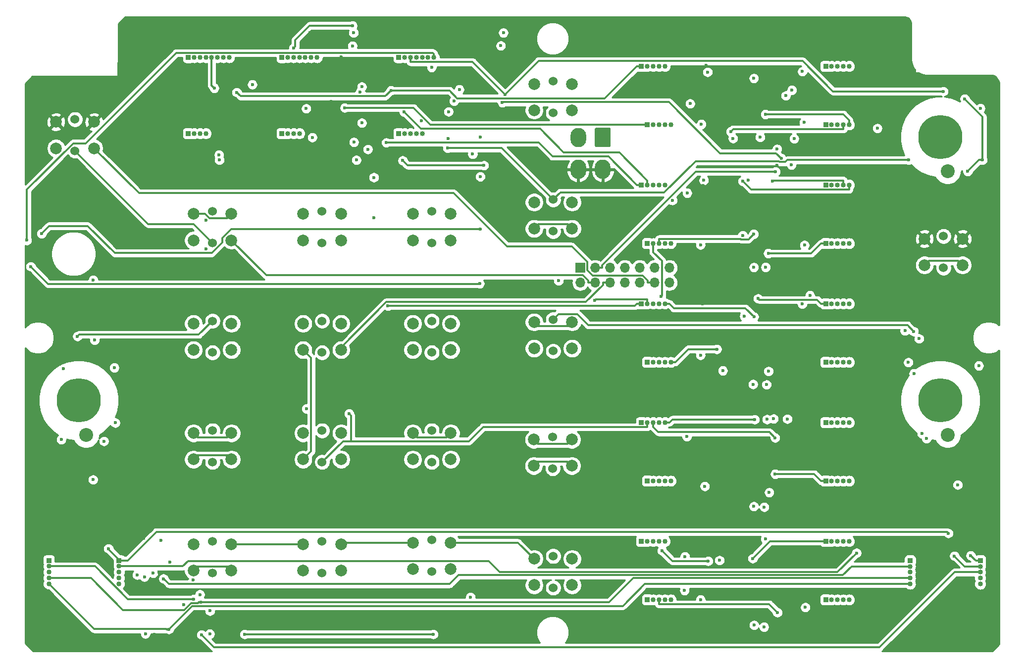
<source format=gbr>
G04 #@! TF.GenerationSoftware,KiCad,Pcbnew,(5.1.4)-1*
G04 #@! TF.CreationDate,2020-12-28T17:29:27-07:00*
G04 #@! TF.ProjectId,ufc_v4_main,7566635f-7634-45f6-9d61-696e2e6b6963,rev?*
G04 #@! TF.SameCoordinates,Original*
G04 #@! TF.FileFunction,Copper,L4,Bot*
G04 #@! TF.FilePolarity,Positive*
%FSLAX46Y46*%
G04 Gerber Fmt 4.6, Leading zero omitted, Abs format (unit mm)*
G04 Created by KiCad (PCBNEW (5.1.4)-1) date 2020-12-28 17:29:27*
%MOMM*%
%LPD*%
G04 APERTURE LIST*
%ADD10C,7.540752*%
%ADD11C,2.381250*%
%ADD12O,0.850000X0.850000*%
%ADD13R,0.850000X0.850000*%
%ADD14C,2.000000*%
%ADD15C,1.524000*%
%ADD16C,0.100000*%
%ADD17C,2.700000*%
%ADD18O,2.700000X3.300000*%
%ADD19R,1.700000X1.700000*%
%ADD20O,1.700000X1.700000*%
%ADD21C,0.600000*%
%ADD22C,0.305000*%
%ADD23C,0.304800*%
%ADD24C,0.254000*%
G04 APERTURE END LIST*
D10*
X244853000Y-156268000D03*
D11*
X246100470Y-162136886D03*
D10*
X244853000Y-111184000D03*
D11*
X246100470Y-117052886D03*
D10*
X97533000Y-156268000D03*
D11*
X98780470Y-162136886D03*
D12*
X197757000Y-99083000D03*
X196757000Y-99083000D03*
X195757000Y-99083000D03*
X194757000Y-99083000D03*
D13*
X193757000Y-99083000D03*
D12*
X229257000Y-99083000D03*
X228257000Y-99083000D03*
X227257000Y-99083000D03*
X226257000Y-99083000D03*
D13*
X225257000Y-99083000D03*
X193757000Y-119403000D03*
D12*
X194757000Y-119403000D03*
X195757000Y-119403000D03*
X196757000Y-119403000D03*
X197757000Y-119403000D03*
X229257000Y-119403000D03*
X228257000Y-119403000D03*
X227257000Y-119403000D03*
X226257000Y-119403000D03*
D13*
X225257000Y-119403000D03*
D12*
X197757000Y-139723000D03*
X196757000Y-139723000D03*
X195757000Y-139723000D03*
X194757000Y-139723000D03*
D13*
X193757000Y-139723000D03*
X225257000Y-139723000D03*
D12*
X226257000Y-139723000D03*
X227257000Y-139723000D03*
X228257000Y-139723000D03*
X229257000Y-139723000D03*
D13*
X194757000Y-109083000D03*
D12*
X195757000Y-109083000D03*
X196757000Y-109083000D03*
X197757000Y-109083000D03*
X198757000Y-109083000D03*
D13*
X225257000Y-109083000D03*
D12*
X226257000Y-109083000D03*
X227257000Y-109083000D03*
X228257000Y-109083000D03*
X229257000Y-109083000D03*
D13*
X194757000Y-129403000D03*
D12*
X195757000Y-129403000D03*
X196757000Y-129403000D03*
X197757000Y-129403000D03*
X198757000Y-129403000D03*
X229257000Y-129403000D03*
X228257000Y-129403000D03*
X227257000Y-129403000D03*
X226257000Y-129403000D03*
D13*
X225257000Y-129403000D03*
D12*
X198757000Y-149723000D03*
X197757000Y-149723000D03*
X196757000Y-149723000D03*
X195757000Y-149723000D03*
D13*
X194757000Y-149723000D03*
X225257000Y-149723000D03*
D12*
X226257000Y-149723000D03*
X227257000Y-149723000D03*
X228257000Y-149723000D03*
X229257000Y-149723000D03*
D13*
X92428700Y-183653000D03*
D12*
X92428700Y-184653000D03*
X92428700Y-185653000D03*
X92428700Y-186653000D03*
X92428700Y-187653000D03*
X104429000Y-187653000D03*
X104429000Y-186653000D03*
X104429000Y-185653000D03*
X104429000Y-184653000D03*
D13*
X104429000Y-183653000D03*
X193757000Y-160043000D03*
D12*
X194757000Y-160043000D03*
X195757000Y-160043000D03*
X196757000Y-160043000D03*
X197757000Y-160043000D03*
X229257000Y-160043000D03*
X228257000Y-160043000D03*
X227257000Y-160043000D03*
X226257000Y-160043000D03*
D13*
X225257000Y-160043000D03*
D12*
X197757000Y-180363000D03*
X196757000Y-180363000D03*
X195757000Y-180363000D03*
X194757000Y-180363000D03*
D13*
X193757000Y-180363000D03*
X225257000Y-180363000D03*
D12*
X226257000Y-180363000D03*
X227257000Y-180363000D03*
X228257000Y-180363000D03*
X229257000Y-180363000D03*
X239689000Y-187670000D03*
X239689000Y-186670000D03*
X239689000Y-185670000D03*
X239689000Y-184670000D03*
D13*
X239689000Y-183670000D03*
D12*
X251689000Y-187670000D03*
X251689000Y-186670000D03*
X251689000Y-185670000D03*
X251689000Y-184670000D03*
D13*
X251689000Y-183670000D03*
X194757000Y-170043000D03*
D12*
X195757000Y-170043000D03*
X196757000Y-170043000D03*
X197757000Y-170043000D03*
X198757000Y-170043000D03*
X229257000Y-170043000D03*
X228257000Y-170043000D03*
X227257000Y-170043000D03*
X226257000Y-170043000D03*
D13*
X225257000Y-170043000D03*
D12*
X198757000Y-190363000D03*
X197757000Y-190363000D03*
X196757000Y-190363000D03*
X195757000Y-190363000D03*
D13*
X194757000Y-190363000D03*
X225257000Y-190363000D03*
D12*
X226257000Y-190363000D03*
X227257000Y-190363000D03*
X228257000Y-190363000D03*
X229257000Y-190363000D03*
D13*
X116267000Y-110583000D03*
D12*
X117267000Y-110583000D03*
X118267000Y-110583000D03*
X119267000Y-110583000D03*
D13*
X116267000Y-97583000D03*
D12*
X117267000Y-97583000D03*
X118267000Y-97583000D03*
X119267000Y-97583000D03*
X120267000Y-97583000D03*
X121267000Y-97583000D03*
X122267000Y-97583000D03*
X123267000Y-97583000D03*
D13*
X132267000Y-97583000D03*
D12*
X133267000Y-97583000D03*
X134267000Y-97583000D03*
X135267000Y-97583000D03*
X136267000Y-97583000D03*
X137267000Y-97583000D03*
X138267000Y-97583000D03*
X135267000Y-110583000D03*
X134267000Y-110583000D03*
X133267000Y-110583000D03*
D13*
X132267000Y-110583000D03*
D12*
X158267000Y-97583000D03*
X157267000Y-97583000D03*
X156267000Y-97583000D03*
X155267000Y-97583000D03*
X154267000Y-97583000D03*
X153267000Y-97583000D03*
D13*
X152267000Y-97583000D03*
X152267000Y-110583000D03*
D12*
X153267000Y-110583000D03*
X154267000Y-110583000D03*
X155267000Y-110583000D03*
X156267000Y-110583000D03*
D14*
X117148000Y-128866000D03*
X117148000Y-124366000D03*
X123648000Y-128866000D03*
X123648000Y-124366000D03*
D15*
X120398000Y-123916000D03*
X120398000Y-129316000D03*
X139148000Y-129316000D03*
X139148000Y-123916000D03*
D14*
X142398000Y-124366000D03*
X142398000Y-128866000D03*
X135898000Y-124366000D03*
X135898000Y-128866000D03*
X154648000Y-128866000D03*
X154648000Y-124366000D03*
X161148000Y-128866000D03*
X161148000Y-124366000D03*
D15*
X157898000Y-123916000D03*
X157898000Y-129316000D03*
D14*
X175398000Y-126866000D03*
X175398000Y-122366000D03*
X181898000Y-126866000D03*
X181898000Y-122366000D03*
D15*
X178648000Y-121916000D03*
X178648000Y-127316000D03*
X120398000Y-148066000D03*
X120398000Y-142666000D03*
D14*
X123648000Y-143116000D03*
X123648000Y-147616000D03*
X117148000Y-143116000D03*
X117148000Y-147616000D03*
X135898000Y-147616000D03*
X135898000Y-143116000D03*
X142398000Y-147616000D03*
X142398000Y-143116000D03*
D15*
X139148000Y-142666000D03*
X139148000Y-148066000D03*
X157898000Y-148066000D03*
X157898000Y-142666000D03*
D14*
X161148000Y-143116000D03*
X161148000Y-147616000D03*
X154648000Y-143116000D03*
X154648000Y-147616000D03*
X175398000Y-147366000D03*
X175398000Y-142866000D03*
X181898000Y-147366000D03*
X181898000Y-142866000D03*
D15*
X178648000Y-142416000D03*
X178648000Y-147816000D03*
D14*
X117148000Y-166366000D03*
X117148000Y-161866000D03*
X123648000Y-166366000D03*
X123648000Y-161866000D03*
D15*
X120398000Y-161416000D03*
X120398000Y-166816000D03*
X139148000Y-166816000D03*
X139148000Y-161416000D03*
D14*
X142398000Y-161866000D03*
X142398000Y-166366000D03*
X135898000Y-161866000D03*
X135898000Y-166366000D03*
X154648000Y-166366000D03*
X154648000Y-161866000D03*
X161148000Y-166366000D03*
X161148000Y-161866000D03*
D15*
X157898000Y-161416000D03*
X157898000Y-166816000D03*
D14*
X175330000Y-167456000D03*
X175330000Y-162956000D03*
X181830000Y-167456000D03*
X181830000Y-162956000D03*
D15*
X178580000Y-162506000D03*
X178580000Y-167906000D03*
X120398000Y-185816000D03*
X120398000Y-180416000D03*
D14*
X123648000Y-180866000D03*
X123648000Y-185366000D03*
X117148000Y-180866000D03*
X117148000Y-185366000D03*
D15*
X139148000Y-185816000D03*
X139148000Y-180416000D03*
D14*
X142398000Y-180866000D03*
X142398000Y-185366000D03*
X135898000Y-180866000D03*
X135898000Y-185366000D03*
D15*
X157898000Y-185566000D03*
X157898000Y-180166000D03*
D14*
X161148000Y-180616000D03*
X161148000Y-185116000D03*
X154648000Y-180616000D03*
X154648000Y-185116000D03*
X175398000Y-187866000D03*
X175398000Y-183366000D03*
X181898000Y-187866000D03*
X181898000Y-183366000D03*
D15*
X178648000Y-182916000D03*
X178648000Y-188316000D03*
X178648000Y-107066000D03*
X178648000Y-101666000D03*
D14*
X181898000Y-102116000D03*
X181898000Y-106616000D03*
X175398000Y-102116000D03*
X175398000Y-106616000D03*
D15*
X96898000Y-113566000D03*
X96898000Y-108166000D03*
D14*
X100148000Y-108616000D03*
X100148000Y-113116000D03*
X93648000Y-108616000D03*
X93648000Y-113116000D03*
X242148000Y-133116000D03*
X242148000Y-128616000D03*
X248648000Y-133116000D03*
X248648000Y-128616000D03*
D15*
X245398000Y-128166000D03*
X245398000Y-133566000D03*
D16*
G36*
X188262503Y-109603204D02*
G01*
X188286772Y-109606804D01*
X188310570Y-109612765D01*
X188333670Y-109621030D01*
X188355849Y-109631520D01*
X188376892Y-109644133D01*
X188396598Y-109658748D01*
X188414776Y-109675224D01*
X188431252Y-109693402D01*
X188445867Y-109713108D01*
X188458480Y-109734151D01*
X188468970Y-109756330D01*
X188477235Y-109779430D01*
X188483196Y-109803228D01*
X188486796Y-109827497D01*
X188488000Y-109852001D01*
X188488000Y-112651999D01*
X188486796Y-112676503D01*
X188483196Y-112700772D01*
X188477235Y-112724570D01*
X188468970Y-112747670D01*
X188458480Y-112769849D01*
X188445867Y-112790892D01*
X188431252Y-112810598D01*
X188414776Y-112828776D01*
X188396598Y-112845252D01*
X188376892Y-112859867D01*
X188355849Y-112872480D01*
X188333670Y-112882970D01*
X188310570Y-112891235D01*
X188286772Y-112897196D01*
X188262503Y-112900796D01*
X188237999Y-112902000D01*
X186038001Y-112902000D01*
X186013497Y-112900796D01*
X185989228Y-112897196D01*
X185965430Y-112891235D01*
X185942330Y-112882970D01*
X185920151Y-112872480D01*
X185899108Y-112859867D01*
X185879402Y-112845252D01*
X185861224Y-112828776D01*
X185844748Y-112810598D01*
X185830133Y-112790892D01*
X185817520Y-112769849D01*
X185807030Y-112747670D01*
X185798765Y-112724570D01*
X185792804Y-112700772D01*
X185789204Y-112676503D01*
X185788000Y-112651999D01*
X185788000Y-109852001D01*
X185789204Y-109827497D01*
X185792804Y-109803228D01*
X185798765Y-109779430D01*
X185807030Y-109756330D01*
X185817520Y-109734151D01*
X185830133Y-109713108D01*
X185844748Y-109693402D01*
X185861224Y-109675224D01*
X185879402Y-109658748D01*
X185899108Y-109644133D01*
X185920151Y-109631520D01*
X185942330Y-109621030D01*
X185965430Y-109612765D01*
X185989228Y-109606804D01*
X186013497Y-109603204D01*
X186038001Y-109602000D01*
X188237999Y-109602000D01*
X188262503Y-109603204D01*
X188262503Y-109603204D01*
G37*
D17*
X187138000Y-111252000D03*
D18*
X182938000Y-111252000D03*
X187138000Y-116752000D03*
X182938000Y-116752000D03*
D19*
X183288000Y-133567000D03*
D20*
X183288000Y-136107000D03*
X185828000Y-133567000D03*
X185828000Y-136107000D03*
X188368000Y-133567000D03*
X188368000Y-136107000D03*
X190908000Y-133567000D03*
X190908000Y-136107000D03*
X193448000Y-133567000D03*
X193448000Y-136107000D03*
X195988000Y-133567000D03*
X195988000Y-136107000D03*
X198528000Y-133567000D03*
X198528000Y-136107000D03*
D21*
X108588000Y-179912000D03*
X111218000Y-185642000D03*
X214898000Y-194032000D03*
X217498000Y-194512000D03*
X215568000Y-183302000D03*
X209198000Y-183302000D03*
X204128000Y-180852000D03*
X217508000Y-174422000D03*
X215148000Y-173072000D03*
X215558000Y-162682000D03*
X209218000Y-162712000D03*
X204168000Y-160572000D03*
X217568000Y-153192000D03*
X214828000Y-152682000D03*
X204198000Y-139722000D03*
X215548000Y-141912000D03*
X209238000Y-141912000D03*
X214918000Y-132002000D03*
X217318000Y-133242000D03*
X204848000Y-98892000D03*
X204278000Y-119532000D03*
X209198000Y-121742000D03*
X215568000Y-121762000D03*
X209678000Y-101212000D03*
X215978000Y-101202000D03*
X211988000Y-112972000D03*
X142438000Y-97482000D03*
X167838000Y-97482000D03*
X216948000Y-116052000D03*
X141388000Y-117492000D03*
X140728000Y-111432000D03*
X140718000Y-105092000D03*
X137108000Y-93342000D03*
X162498000Y-93362000D03*
X160538000Y-105092000D03*
X160738000Y-111442000D03*
X161088000Y-117502000D03*
X110468000Y-196272000D03*
X118628000Y-194932000D03*
X117548000Y-194202000D03*
X203998000Y-108996500D03*
X203845700Y-190363000D03*
X203845700Y-148515100D03*
X152921100Y-115217100D03*
X166817200Y-116061200D03*
X203845700Y-129636500D03*
X179581500Y-135792200D03*
X204578300Y-170946900D03*
X201559100Y-120775600D03*
X164519300Y-189917500D03*
X205053100Y-100089600D03*
X201514400Y-162452700D03*
X158156400Y-196280400D03*
X125898000Y-196282000D03*
X201204700Y-182979590D03*
X111578000Y-180202000D03*
X113148000Y-183932000D03*
X213008000Y-194712000D03*
X212968000Y-174402000D03*
X212828000Y-153502000D03*
X212968000Y-133492000D03*
X214038000Y-111242000D03*
X144328000Y-95602000D03*
X169708000Y-95582000D03*
X214698000Y-195022000D03*
X214738000Y-174512000D03*
X215128000Y-153552000D03*
X214978000Y-133472000D03*
X216938000Y-113262000D03*
X144528000Y-93372000D03*
X170138000Y-93362000D03*
X124539300Y-103555300D03*
X150929400Y-103235900D03*
X121513600Y-114237000D03*
X121587300Y-115131600D03*
X100246400Y-145918000D03*
X119331000Y-130368300D03*
X136433800Y-106334400D03*
X99972700Y-169824100D03*
X101838000Y-163252000D03*
X137465900Y-111255300D03*
X94880200Y-150872400D03*
X100008600Y-135682100D03*
X119289800Y-125427600D03*
X146968400Y-113300200D03*
X164887000Y-114120600D03*
X166191200Y-117971100D03*
X91179900Y-127718300D03*
X166218100Y-126989600D03*
X147996400Y-118110000D03*
X150121800Y-112153200D03*
X144994700Y-115131600D03*
X97306780Y-145301900D03*
X239385900Y-149761600D03*
X239474300Y-115131600D03*
X160616200Y-113105900D03*
X161701500Y-105037000D03*
X160765900Y-106856200D03*
X240288300Y-144439700D03*
X89312900Y-133363900D03*
X166078000Y-136263100D03*
X242482700Y-162786000D03*
X251698000Y-106302000D03*
X241218000Y-145692000D03*
X251428000Y-150322000D03*
X147996400Y-125037200D03*
X153159100Y-106899000D03*
X134268000Y-95992000D03*
X144334400Y-92137000D03*
X103778000Y-160102000D03*
X103618000Y-150662000D03*
X94548000Y-162962000D03*
X245376100Y-103380300D03*
X170431700Y-103915800D03*
X249538000Y-117083035D03*
X252070832Y-115134817D03*
X249028000Y-104652000D03*
X145927100Y-102611900D03*
X136478600Y-157694700D03*
X150400500Y-140076700D03*
X238804200Y-144346000D03*
X234090700Y-109694600D03*
X218422500Y-104131700D03*
X240325800Y-151667700D03*
X217636300Y-114816900D03*
X157872000Y-99261700D03*
X169952400Y-105289600D03*
X241689600Y-161957300D03*
X209409400Y-111432300D03*
X166212300Y-111174800D03*
X247828200Y-170717100D03*
X202065200Y-105478200D03*
X88674700Y-128859400D03*
X219466100Y-103169300D03*
X212968900Y-101151000D03*
X199050200Y-122026900D03*
X212021200Y-118597000D03*
X204415200Y-118598600D03*
X211079200Y-118752800D03*
X216165600Y-118740600D03*
X212982700Y-141963200D03*
X185751200Y-139136200D03*
X145666200Y-103522100D03*
X213688500Y-138843900D03*
X222562900Y-138296200D03*
X211340100Y-141855600D03*
X197088600Y-138477200D03*
X143015200Y-106196400D03*
X219860200Y-111470000D03*
X209010600Y-110275900D03*
X214930700Y-107304700D03*
X212942300Y-127804400D03*
X211079200Y-128033200D03*
X215435900Y-131104900D03*
X206635700Y-147494600D03*
X215480400Y-151270200D03*
X207658200Y-151170300D03*
X117211220Y-190284479D03*
X118487400Y-190789490D03*
X119972000Y-192274090D03*
X119948000Y-196222000D03*
X112960000Y-195411000D03*
X115484753Y-191249264D03*
X118535000Y-196369400D03*
X120705500Y-102826200D03*
X247266500Y-182892100D03*
X230528000Y-182372000D03*
X102605700Y-181625900D03*
X250058000Y-182812000D03*
X246230600Y-178989400D03*
X144574300Y-112077600D03*
X145937700Y-108780900D03*
X143752900Y-158534700D03*
X216612000Y-162648000D03*
X213124500Y-159533000D03*
X216358900Y-159413300D03*
X215225300Y-159507000D03*
X218694400Y-159436100D03*
X197258000Y-181972000D03*
X205141000Y-183750400D03*
X212774700Y-183310300D03*
X207097200Y-183634000D03*
X214953600Y-179940500D03*
X112030490Y-186775400D03*
X215591900Y-172014400D03*
X216603600Y-168857200D03*
X201112600Y-188767500D03*
X217001300Y-192552200D03*
X108755000Y-186452500D03*
X110268000Y-185832000D03*
X118241754Y-189484478D03*
X117111600Y-186983300D03*
X156103500Y-108429100D03*
X162602700Y-103069000D03*
X219408600Y-115952400D03*
X221579800Y-108703300D03*
X221628300Y-129698000D03*
X221244100Y-139775900D03*
X221768900Y-191671200D03*
X108940100Y-196196700D03*
X127213900Y-102210800D03*
X107507300Y-186122800D03*
X221264700Y-99974100D03*
X216671800Y-117133200D03*
D22*
X152921100Y-115217100D02*
X153765200Y-116061200D01*
X153765200Y-116061200D02*
X166817200Y-116061200D01*
D23*
X158156400Y-196280400D02*
X125899600Y-196280400D01*
X125899600Y-196280400D02*
X125898000Y-196282000D01*
D22*
X117148000Y-185366000D02*
X117814300Y-184699700D01*
X117814300Y-184699700D02*
X122981700Y-184699700D01*
X122981700Y-184699700D02*
X123648000Y-185366000D01*
X184625200Y-136107000D02*
X184625200Y-135731000D01*
X184625200Y-135731000D02*
X183747200Y-134853000D01*
X183747200Y-134853000D02*
X129635000Y-134853000D01*
X129635000Y-134853000D02*
X123648000Y-128866000D01*
X123648000Y-166366000D02*
X122917300Y-165635300D01*
X122917300Y-165635300D02*
X117878700Y-165635300D01*
X117878700Y-165635300D02*
X117148000Y-166366000D01*
X185828000Y-136107000D02*
X184625200Y-136107000D01*
X123648000Y-124366000D02*
X122928700Y-125085300D01*
X122928700Y-125085300D02*
X119870800Y-125085300D01*
X119870800Y-125085300D02*
X119151500Y-124366000D01*
X119151500Y-124366000D02*
X117148000Y-124366000D01*
X135898000Y-147616000D02*
X137270600Y-148988600D01*
X137270600Y-148988600D02*
X137270600Y-164993400D01*
X137270600Y-164993400D02*
X135898000Y-166366000D01*
X187165200Y-136107000D02*
X187165200Y-136483000D01*
X187165200Y-136483000D02*
X184224300Y-139423900D01*
X184224300Y-139423900D02*
X150122700Y-139423900D01*
X150122700Y-139423900D02*
X142398000Y-147148600D01*
X142398000Y-147148600D02*
X142398000Y-147616000D01*
X188368000Y-136107000D02*
X187165200Y-136107000D01*
X181898000Y-142866000D02*
X181210700Y-143553300D01*
X181210700Y-143553300D02*
X176085300Y-143553300D01*
X176085300Y-143553300D02*
X175398000Y-142866000D01*
X161148000Y-161866000D02*
X160441700Y-162572300D01*
X160441700Y-162572300D02*
X155354300Y-162572300D01*
X155354300Y-162572300D02*
X154648000Y-161866000D01*
X123648000Y-161866000D02*
X122928700Y-162585300D01*
X122928700Y-162585300D02*
X117867300Y-162585300D01*
X117867300Y-162585300D02*
X117148000Y-161866000D01*
X181830000Y-162956000D02*
X181110700Y-163675300D01*
X181110700Y-163675300D02*
X176049300Y-163675300D01*
X176049300Y-163675300D02*
X175330000Y-162956000D01*
X181898000Y-126866000D02*
X181178700Y-126146700D01*
X181178700Y-126146700D02*
X176117300Y-126146700D01*
X176117300Y-126146700D02*
X175398000Y-126866000D01*
X181830000Y-167456000D02*
X181099300Y-166725300D01*
X181099300Y-166725300D02*
X176060700Y-166725300D01*
X176060700Y-166725300D02*
X175330000Y-167456000D01*
X154648000Y-180616000D02*
X142648000Y-180616000D01*
X142648000Y-180616000D02*
X142398000Y-180866000D01*
X161148000Y-180616000D02*
X172648000Y-180616000D01*
X172648000Y-180616000D02*
X175398000Y-183366000D01*
X135898000Y-180866000D02*
X123648000Y-180866000D01*
X195988000Y-136107000D02*
X194785200Y-136107000D01*
X194785200Y-136107000D02*
X194785200Y-135731000D01*
X194785200Y-135731000D02*
X193958400Y-134904200D01*
X193958400Y-134904200D02*
X185441000Y-134904200D01*
X185441000Y-134904200D02*
X184490900Y-133954100D01*
X184490900Y-133954100D02*
X184490900Y-132562900D01*
X184490900Y-132562900D02*
X181820800Y-129892800D01*
X181820800Y-129892800D02*
X170739400Y-129892800D01*
X170739400Y-129892800D02*
X161648800Y-120802200D01*
X161648800Y-120802200D02*
X107834200Y-120802200D01*
X107834200Y-120802200D02*
X100148000Y-113116000D01*
X248648000Y-133116000D02*
X247928700Y-132396700D01*
X247928700Y-132396700D02*
X242867300Y-132396700D01*
X242867300Y-132396700D02*
X242148000Y-133116000D01*
X124539300Y-103555300D02*
X125193700Y-104209700D01*
X125193700Y-104209700D02*
X149955600Y-104209700D01*
X149955600Y-104209700D02*
X150929400Y-103235900D01*
X193757000Y-99083000D02*
X192979200Y-99083000D01*
X192979200Y-99083000D02*
X187491200Y-104571000D01*
X187491200Y-104571000D02*
X162258000Y-104571000D01*
X162258000Y-104571000D02*
X160922900Y-103235900D01*
X160922900Y-103235900D02*
X150929400Y-103235900D01*
X92486200Y-126412000D02*
X91179900Y-127718300D01*
X99038000Y-126412000D02*
X92486200Y-126412000D01*
X123584000Y-126989600D02*
X122079800Y-128493800D01*
X166218100Y-126989600D02*
X123584000Y-126989600D01*
X122079800Y-128493800D02*
X122079800Y-129243200D01*
X122079800Y-129243200D02*
X120268000Y-131055000D01*
X120268000Y-131055000D02*
X103681000Y-131055000D01*
X103681000Y-131055000D02*
X99038000Y-126412000D01*
X192979200Y-119403000D02*
X188094300Y-114518100D01*
X188094300Y-114518100D02*
X178527600Y-114518100D01*
X178527600Y-114518100D02*
X176162700Y-112153200D01*
X176162700Y-112153200D02*
X150121800Y-112153200D01*
X193757000Y-119403000D02*
X192979200Y-119403000D01*
X118062099Y-145001901D02*
X97606779Y-145001901D01*
X120398000Y-142666000D02*
X118062099Y-145001901D01*
X97606779Y-145001901D02*
X97306780Y-145301900D01*
X178648000Y-121916000D02*
X179877800Y-120686200D01*
X179877800Y-120686200D02*
X197625300Y-120686200D01*
X197625300Y-120686200D02*
X202995500Y-115316000D01*
X202995500Y-115316000D02*
X217212200Y-115316000D01*
X217212200Y-115316000D02*
X217365900Y-115469700D01*
X217365900Y-115469700D02*
X218377000Y-115469700D01*
X218377000Y-115469700D02*
X218715100Y-115131600D01*
X218715100Y-115131600D02*
X239474300Y-115131600D01*
X160616200Y-113105900D02*
X169837900Y-113105900D01*
X169837900Y-113105900D02*
X178648000Y-121916000D01*
X178648000Y-142416000D02*
X179577900Y-141486100D01*
X179577900Y-141486100D02*
X182770900Y-141486100D01*
X182770900Y-141486100D02*
X184664800Y-143380000D01*
X184664800Y-143380000D02*
X239228600Y-143380000D01*
X239228600Y-143380000D02*
X240288300Y-144439700D01*
X166078000Y-136263100D02*
X165981400Y-136359700D01*
X165981400Y-136359700D02*
X92308700Y-136359700D01*
X92308700Y-136359700D02*
X89312900Y-133363900D01*
X194757000Y-119403000D02*
X194757000Y-118625200D01*
X194757000Y-118625200D02*
X189969300Y-113837500D01*
X189969300Y-113837500D02*
X180462700Y-113837500D01*
X180462700Y-113837500D02*
X176430300Y-109805100D01*
X176430300Y-109805100D02*
X156065200Y-109805100D01*
X156065200Y-109805100D02*
X153159100Y-106899000D01*
D23*
X134567999Y-95692001D02*
X134567999Y-94572001D01*
X134268000Y-95992000D02*
X134567999Y-95692001D01*
X134567999Y-94572001D02*
X137003000Y-92137000D01*
X137003000Y-92137000D02*
X144334400Y-92137000D01*
D22*
X170431700Y-103915800D02*
X176158400Y-98189100D01*
X176158400Y-98189100D02*
X221305100Y-98189100D01*
X221305100Y-98189100D02*
X226496300Y-103380300D01*
X226496300Y-103380300D02*
X245376100Y-103380300D01*
X170431700Y-103915800D02*
X164876700Y-98360800D01*
X164876700Y-98360800D02*
X154267000Y-98360800D01*
X154267000Y-97583000D02*
X154267000Y-98360800D01*
D23*
X251646568Y-115134817D02*
X252070832Y-115134817D01*
X249538000Y-117083035D02*
X251486218Y-115134817D01*
X251486218Y-115134817D02*
X251646568Y-115134817D01*
X252070832Y-107694832D02*
X252070832Y-115134817D01*
X249028000Y-104652000D02*
X252070832Y-107694832D01*
D22*
X192979200Y-139723000D02*
X192625500Y-140076700D01*
X192625500Y-140076700D02*
X150400500Y-140076700D01*
X193757000Y-139723000D02*
X192979200Y-139723000D01*
X169952400Y-105289600D02*
X170006300Y-105235700D01*
X170006300Y-105235700D02*
X198475100Y-105235700D01*
X198475100Y-105235700D02*
X207204300Y-113964900D01*
X207204300Y-113964900D02*
X216784300Y-113964900D01*
X216784300Y-113964900D02*
X217636300Y-114816900D01*
X88674700Y-128435136D02*
X88674700Y-128859400D01*
X158063340Y-96778300D02*
X134667400Y-96778300D01*
X88674700Y-120155300D02*
X88674700Y-128435136D01*
X134640201Y-96805499D02*
X114208701Y-96805499D01*
X98745500Y-112268700D02*
X96561300Y-112268700D01*
X96561300Y-112268700D02*
X88674700Y-120155300D01*
X114208701Y-96805499D02*
X98745500Y-112268700D01*
X158267000Y-97583000D02*
X158267000Y-96981960D01*
X158267000Y-96981960D02*
X158063340Y-96778300D01*
X134667400Y-96778300D02*
X134640201Y-96805499D01*
X229257000Y-119403000D02*
X229257000Y-120180800D01*
X229257000Y-120180800D02*
X212507200Y-120180800D01*
X212507200Y-120180800D02*
X211079200Y-118752800D01*
X228257000Y-119403000D02*
X228257000Y-118625200D01*
X228257000Y-118625200D02*
X216281000Y-118625200D01*
X216281000Y-118625200D02*
X216165600Y-118740600D01*
X197757000Y-139723000D02*
X198534800Y-139723000D01*
X198534800Y-139723000D02*
X199312600Y-140500800D01*
X199312600Y-140500800D02*
X211520300Y-140500800D01*
X211520300Y-140500800D02*
X212982700Y-141963200D01*
X194757000Y-139723000D02*
X194757000Y-138945200D01*
X185751200Y-139136200D02*
X185942200Y-138945200D01*
X185942200Y-138945200D02*
X194757000Y-138945200D01*
X96898000Y-113566000D02*
X109412500Y-126080500D01*
X109412500Y-126080500D02*
X117162500Y-126080500D01*
X117162500Y-126080500D02*
X120398000Y-129316000D01*
X213688500Y-138843900D02*
X213895700Y-139051100D01*
X213895700Y-139051100D02*
X223807300Y-139051100D01*
X223807300Y-139051100D02*
X224479200Y-139723000D01*
X225257000Y-139723000D02*
X224479200Y-139723000D01*
X193979200Y-109083000D02*
X157680700Y-109083000D01*
X157680700Y-109083000D02*
X154794100Y-106196400D01*
X154794100Y-106196400D02*
X143015200Y-106196400D01*
X197088600Y-138477200D02*
X197258000Y-138307800D01*
X197258000Y-138307800D02*
X197258000Y-132397600D01*
X197258000Y-132397600D02*
X195757000Y-130896600D01*
X195757000Y-130896600D02*
X195757000Y-129403000D01*
X194757000Y-109083000D02*
X193979200Y-109083000D01*
X228257000Y-109083000D02*
X228257000Y-109860800D01*
X228257000Y-109860800D02*
X209425700Y-109860800D01*
X209425700Y-109860800D02*
X209010600Y-110275900D01*
X229257000Y-109083000D02*
X229257000Y-108305200D01*
X229257000Y-108305200D02*
X228256500Y-107304700D01*
X228256500Y-107304700D02*
X214930700Y-107304700D01*
X196757000Y-129403000D02*
X196757000Y-128625200D01*
X196757000Y-128625200D02*
X210705400Y-128625200D01*
X210705400Y-128625200D02*
X210773900Y-128693700D01*
X210773900Y-128693700D02*
X212053000Y-128693700D01*
X212053000Y-128693700D02*
X212942300Y-127804400D01*
X225257000Y-129403000D02*
X224479200Y-129403000D01*
X224479200Y-129403000D02*
X222777300Y-131104900D01*
X222777300Y-131104900D02*
X215435900Y-131104900D01*
X198757000Y-149723000D02*
X199534800Y-149723000D01*
X199534800Y-149723000D02*
X201763200Y-147494600D01*
X201763200Y-147494600D02*
X206635700Y-147494600D01*
X116786956Y-190284479D02*
X117211220Y-190284479D01*
X105927179Y-190284479D02*
X116786956Y-190284479D01*
X100295700Y-184653000D02*
X105927179Y-190284479D01*
X92428700Y-184653000D02*
X100295700Y-184653000D01*
X118063136Y-190789490D02*
X118487400Y-190789490D01*
X99623100Y-186653000D02*
X105087089Y-192116989D01*
X116719818Y-190936989D02*
X117915637Y-190936989D01*
X105087089Y-192116989D02*
X115539818Y-192116989D01*
X192324000Y-186670000D02*
X188204510Y-190789490D01*
X117915637Y-190936989D02*
X118063136Y-190789490D01*
X115539818Y-192116989D02*
X116719818Y-190936989D01*
X92428700Y-186653000D02*
X99623100Y-186653000D01*
X118911664Y-190789490D02*
X118487400Y-190789490D01*
X188204510Y-190789490D02*
X118911664Y-190789490D01*
X239689000Y-186670000D02*
X192324000Y-186670000D01*
X92428700Y-187653000D02*
X100165199Y-195389499D01*
X112535736Y-195411000D02*
X112960000Y-195411000D01*
X100165199Y-195389499D02*
X112514235Y-195389499D01*
X112514235Y-195389499D02*
X112535736Y-195411000D01*
X194331400Y-187670000D02*
X239689000Y-187670000D01*
X112960000Y-195411000D02*
X116929000Y-191442000D01*
X190559400Y-191442000D02*
X194331400Y-187670000D01*
X116929000Y-191442000D02*
X190559400Y-191442000D01*
X120674800Y-198509200D02*
X118535000Y-196369400D01*
X234460800Y-198509200D02*
X120674800Y-198509200D01*
X251689000Y-185670000D02*
X247300000Y-185670000D01*
X247300000Y-185670000D02*
X234460800Y-198509200D01*
X120705500Y-102826200D02*
X120267000Y-102387700D01*
X120267000Y-102387700D02*
X120267000Y-97583000D01*
X249044400Y-184670000D02*
X247266500Y-182892100D01*
X251689000Y-184670000D02*
X249044400Y-184670000D01*
X247266500Y-182892100D02*
X247266500Y-182892100D01*
X105206800Y-184653000D02*
X104429000Y-184653000D01*
X115319300Y-184652900D02*
X105206800Y-184652900D01*
X230528000Y-182399000D02*
X227275000Y-185652000D01*
X230528000Y-182372000D02*
X230528000Y-182372000D01*
X105206800Y-184652900D02*
X105206800Y-184653000D01*
X169504000Y-185652000D02*
X167603100Y-183751100D01*
X167603100Y-183751100D02*
X116221100Y-183751100D01*
X227275000Y-185652000D02*
X169504000Y-185652000D01*
X116221100Y-183751100D02*
X115319300Y-184652900D01*
X230528000Y-182372000D02*
X230528000Y-182399000D01*
X104557700Y-183653000D02*
X102605700Y-181701000D01*
X102605700Y-181701000D02*
X102605700Y-181625900D01*
X104429000Y-183653000D02*
X104557700Y-183653000D01*
X251689000Y-183670000D02*
X250911200Y-183670000D01*
D23*
X250911200Y-183670000D02*
X250911200Y-183665200D01*
X250911200Y-183665200D02*
X250058000Y-182812000D01*
D22*
X246013200Y-178772000D02*
X246230600Y-178989400D01*
X110788400Y-178772000D02*
X246013200Y-178772000D01*
X104557700Y-183653000D02*
X105907400Y-183653000D01*
X105907400Y-183653000D02*
X110788400Y-178772000D01*
X144060700Y-163240700D02*
X144060700Y-158842500D01*
X144060700Y-158842500D02*
X143752900Y-158534700D01*
X139148000Y-166816000D02*
X142723300Y-163240700D01*
X142723300Y-163240700D02*
X144060700Y-163240700D01*
X194757000Y-160820800D02*
X166678800Y-160820800D01*
X166678800Y-160820800D02*
X164258900Y-163240700D01*
X164258900Y-163240700D02*
X144060700Y-163240700D01*
X194757000Y-160043000D02*
X194757000Y-160820800D01*
X195757000Y-160820800D02*
X196631300Y-161695100D01*
X196631300Y-161695100D02*
X215659100Y-161695100D01*
X215659100Y-161695100D02*
X216612000Y-162648000D01*
X195757000Y-160043000D02*
X195757000Y-160820800D01*
X197757000Y-160043000D02*
X198534800Y-160043000D01*
X213124500Y-159533000D02*
X199044800Y-159533000D01*
X199044800Y-159533000D02*
X198534800Y-160043000D01*
D23*
X197258000Y-181972000D02*
X199036400Y-183750400D01*
X199036400Y-183750400D02*
X205141000Y-183750400D01*
D22*
X225257000Y-180363000D02*
X215722000Y-180363000D01*
X215722000Y-180363000D02*
X212774700Y-183310300D01*
X160986800Y-187678700D02*
X112933790Y-187678700D01*
X112933790Y-187678700D02*
X112330489Y-187075399D01*
X112330489Y-187075399D02*
X112030490Y-186775400D01*
X228171500Y-186164600D02*
X162500900Y-186164600D01*
X162500900Y-186164600D02*
X160986800Y-187678700D01*
X229666100Y-184670000D02*
X228171500Y-186164600D01*
X239689000Y-184670000D02*
X229666100Y-184670000D01*
X225257000Y-170043000D02*
X224479200Y-170043000D01*
X216603600Y-168857200D02*
X223293400Y-168857200D01*
X223293400Y-168857200D02*
X224479200Y-170043000D01*
X196757000Y-190363000D02*
X196757000Y-191140800D01*
X196757000Y-191140800D02*
X215589900Y-191140800D01*
X215589900Y-191140800D02*
X217001300Y-192552200D01*
X185828000Y-133567000D02*
X187030800Y-133567000D01*
X187030800Y-133567000D02*
X187030800Y-133115900D01*
X187030800Y-133115900D02*
X203013400Y-117133300D01*
X203013400Y-117133300D02*
X216671800Y-117133300D01*
X216671800Y-117133300D02*
X216671800Y-117133200D01*
D24*
G36*
X238852771Y-90654305D02*
G01*
X239093157Y-90726882D01*
X239314863Y-90844766D01*
X239509449Y-91003466D01*
X239669507Y-91196943D01*
X239788936Y-91417822D01*
X239863189Y-91657695D01*
X239892873Y-91940124D01*
X239892872Y-97951274D01*
X239895929Y-97982318D01*
X239895843Y-97994711D01*
X239896811Y-98004577D01*
X239937611Y-98392769D01*
X239950549Y-98455794D01*
X239962609Y-98519016D01*
X239965474Y-98528507D01*
X240080898Y-98901381D01*
X240105832Y-98960697D01*
X240129941Y-99020369D01*
X240134595Y-99029122D01*
X240320246Y-99372477D01*
X240356228Y-99425822D01*
X240391468Y-99479674D01*
X240397733Y-99487356D01*
X240516000Y-99630316D01*
X240516000Y-100072000D01*
X240518440Y-100096776D01*
X240525667Y-100120601D01*
X240537403Y-100142557D01*
X240553197Y-100161803D01*
X240572443Y-100177597D01*
X240594399Y-100189333D01*
X240618224Y-100196560D01*
X240643000Y-100199000D01*
X241146130Y-100199000D01*
X241154043Y-100204418D01*
X241162763Y-100209132D01*
X241507405Y-100392382D01*
X241566867Y-100416890D01*
X241626049Y-100442256D01*
X241635519Y-100445187D01*
X242009190Y-100558005D01*
X242072328Y-100570506D01*
X242135260Y-100583883D01*
X242145119Y-100584919D01*
X242532856Y-100622937D01*
X242567995Y-100626398D01*
X253568151Y-100626398D01*
X253852771Y-100654305D01*
X254093157Y-100726882D01*
X254314863Y-100844766D01*
X254371143Y-100890667D01*
X254846454Y-101603633D01*
X254863189Y-101657695D01*
X254892873Y-101940124D01*
X254892873Y-143383289D01*
X254883334Y-143373750D01*
X254427192Y-143068965D01*
X253920354Y-142859026D01*
X253382299Y-142752000D01*
X252833701Y-142752000D01*
X252295646Y-142859026D01*
X251788808Y-143068965D01*
X251332666Y-143373750D01*
X250944750Y-143761666D01*
X250639965Y-144217808D01*
X250430026Y-144724646D01*
X250323000Y-145262701D01*
X250323000Y-145811299D01*
X250430026Y-146349354D01*
X250639965Y-146856192D01*
X250944750Y-147312334D01*
X251332666Y-147700250D01*
X251788808Y-148005035D01*
X252295646Y-148214974D01*
X252833701Y-148322000D01*
X253382299Y-148322000D01*
X253920354Y-148214974D01*
X254427192Y-148005035D01*
X254883334Y-147700250D01*
X254892873Y-147690711D01*
X254892872Y-197881677D01*
X254875930Y-198054464D01*
X253741007Y-199189387D01*
X253579163Y-199206398D01*
X234827000Y-199206398D01*
X234900428Y-199167150D01*
X235020341Y-199068741D01*
X235045007Y-199038685D01*
X247626193Y-186457500D01*
X250645765Y-186457500D01*
X250644338Y-186462204D01*
X250623872Y-186670000D01*
X250644338Y-186877796D01*
X250704950Y-187077607D01*
X250754335Y-187170000D01*
X250704950Y-187262393D01*
X250644338Y-187462204D01*
X250623872Y-187670000D01*
X250644338Y-187877796D01*
X250704950Y-188077607D01*
X250803378Y-188261753D01*
X250935841Y-188423159D01*
X251097247Y-188555622D01*
X251281393Y-188654050D01*
X251481204Y-188714662D01*
X251636934Y-188730000D01*
X251741066Y-188730000D01*
X251896796Y-188714662D01*
X252096607Y-188654050D01*
X252280753Y-188555622D01*
X252442159Y-188423159D01*
X252574622Y-188261753D01*
X252673050Y-188077607D01*
X252733662Y-187877796D01*
X252754128Y-187670000D01*
X252733662Y-187462204D01*
X252673050Y-187262393D01*
X252623665Y-187170000D01*
X252673050Y-187077607D01*
X252733662Y-186877796D01*
X252754128Y-186670000D01*
X252733662Y-186462204D01*
X252673050Y-186262393D01*
X252623665Y-186170000D01*
X252673050Y-186077607D01*
X252733662Y-185877796D01*
X252754128Y-185670000D01*
X252733662Y-185462204D01*
X252673050Y-185262393D01*
X252623665Y-185170000D01*
X252673050Y-185077607D01*
X252733662Y-184877796D01*
X252754128Y-184670000D01*
X252733662Y-184462204D01*
X252698935Y-184347724D01*
X252703502Y-184339180D01*
X252739812Y-184219482D01*
X252752072Y-184095000D01*
X252752072Y-183245000D01*
X252739812Y-183120518D01*
X252703502Y-183000820D01*
X252644537Y-182890506D01*
X252565185Y-182793815D01*
X252468494Y-182714463D01*
X252358180Y-182655498D01*
X252238482Y-182619188D01*
X252114000Y-182606928D01*
X251264000Y-182606928D01*
X251139518Y-182619188D01*
X251019820Y-182655498D01*
X251016711Y-182657160D01*
X250971531Y-182611981D01*
X250957068Y-182539271D01*
X250886586Y-182369111D01*
X250784262Y-182215972D01*
X250654028Y-182085738D01*
X250500889Y-181983414D01*
X250330729Y-181912932D01*
X250150089Y-181877000D01*
X249965911Y-181877000D01*
X249785271Y-181912932D01*
X249615111Y-181983414D01*
X249461972Y-182085738D01*
X249331738Y-182215972D01*
X249229414Y-182369111D01*
X249158932Y-182539271D01*
X249123000Y-182719911D01*
X249123000Y-182904089D01*
X249158932Y-183084729D01*
X249229414Y-183254889D01*
X249331738Y-183408028D01*
X249461972Y-183538262D01*
X249615111Y-183640586D01*
X249785271Y-183711068D01*
X249857981Y-183725531D01*
X250014949Y-183882500D01*
X249370593Y-183882500D01*
X248179996Y-182691904D01*
X248165568Y-182619371D01*
X248095086Y-182449211D01*
X247992762Y-182296072D01*
X247862528Y-182165838D01*
X247709389Y-182063514D01*
X247539229Y-181993032D01*
X247358589Y-181957100D01*
X247174411Y-181957100D01*
X246993771Y-181993032D01*
X246823611Y-182063514D01*
X246670472Y-182165838D01*
X246540238Y-182296072D01*
X246437914Y-182449211D01*
X246367432Y-182619371D01*
X246331500Y-182800011D01*
X246331500Y-182984189D01*
X246367432Y-183164829D01*
X246437914Y-183334989D01*
X246540238Y-183488128D01*
X246670472Y-183618362D01*
X246823611Y-183720686D01*
X246993771Y-183791168D01*
X247066304Y-183805596D01*
X248143207Y-184882500D01*
X247338683Y-184882500D01*
X247300000Y-184878690D01*
X247145623Y-184893895D01*
X246997178Y-184938925D01*
X246876529Y-185003414D01*
X246860372Y-185012050D01*
X246740459Y-185110459D01*
X246715797Y-185140510D01*
X234134608Y-197721700D01*
X180728687Y-197721700D01*
X181027035Y-197275192D01*
X181236974Y-196768354D01*
X181344000Y-196230299D01*
X181344000Y-195681701D01*
X181236974Y-195143646D01*
X181027035Y-194636808D01*
X181015745Y-194619911D01*
X212073000Y-194619911D01*
X212073000Y-194804089D01*
X212108932Y-194984729D01*
X212179414Y-195154889D01*
X212281738Y-195308028D01*
X212411972Y-195438262D01*
X212565111Y-195540586D01*
X212735271Y-195611068D01*
X212915911Y-195647000D01*
X213100089Y-195647000D01*
X213280729Y-195611068D01*
X213450889Y-195540586D01*
X213604028Y-195438262D01*
X213734262Y-195308028D01*
X213786135Y-195230395D01*
X213798932Y-195294729D01*
X213869414Y-195464889D01*
X213971738Y-195618028D01*
X214101972Y-195748262D01*
X214255111Y-195850586D01*
X214425271Y-195921068D01*
X214605911Y-195957000D01*
X214790089Y-195957000D01*
X214970729Y-195921068D01*
X215140889Y-195850586D01*
X215294028Y-195748262D01*
X215424262Y-195618028D01*
X215526586Y-195464889D01*
X215597068Y-195294729D01*
X215633000Y-195114089D01*
X215633000Y-194929911D01*
X215597068Y-194749271D01*
X215526586Y-194579111D01*
X215424262Y-194425972D01*
X215294028Y-194295738D01*
X215140889Y-194193414D01*
X214970729Y-194122932D01*
X214790089Y-194087000D01*
X214605911Y-194087000D01*
X214425271Y-194122932D01*
X214255111Y-194193414D01*
X214101972Y-194295738D01*
X213971738Y-194425972D01*
X213919865Y-194503605D01*
X213907068Y-194439271D01*
X213836586Y-194269111D01*
X213734262Y-194115972D01*
X213604028Y-193985738D01*
X213450889Y-193883414D01*
X213280729Y-193812932D01*
X213100089Y-193777000D01*
X212915911Y-193777000D01*
X212735271Y-193812932D01*
X212565111Y-193883414D01*
X212411972Y-193985738D01*
X212281738Y-194115972D01*
X212179414Y-194269111D01*
X212108932Y-194439271D01*
X212073000Y-194619911D01*
X181015745Y-194619911D01*
X180722250Y-194180666D01*
X180334334Y-193792750D01*
X179878192Y-193487965D01*
X179371354Y-193278026D01*
X178833299Y-193171000D01*
X178284701Y-193171000D01*
X177746646Y-193278026D01*
X177239808Y-193487965D01*
X176783666Y-193792750D01*
X176395750Y-194180666D01*
X176090965Y-194636808D01*
X175881026Y-195143646D01*
X175774000Y-195681701D01*
X175774000Y-196230299D01*
X175881026Y-196768354D01*
X176090965Y-197275192D01*
X176389313Y-197721700D01*
X121000993Y-197721700D01*
X120347748Y-197068455D01*
X120390889Y-197050586D01*
X120544028Y-196948262D01*
X120674262Y-196818028D01*
X120776586Y-196664889D01*
X120847068Y-196494729D01*
X120883000Y-196314089D01*
X120883000Y-196189911D01*
X124963000Y-196189911D01*
X124963000Y-196374089D01*
X124998932Y-196554729D01*
X125069414Y-196724889D01*
X125171738Y-196878028D01*
X125301972Y-197008262D01*
X125455111Y-197110586D01*
X125625271Y-197181068D01*
X125805911Y-197217000D01*
X125990089Y-197217000D01*
X126170729Y-197181068D01*
X126340889Y-197110586D01*
X126404923Y-197067800D01*
X157651872Y-197067800D01*
X157713511Y-197108986D01*
X157883671Y-197179468D01*
X158064311Y-197215400D01*
X158248489Y-197215400D01*
X158429129Y-197179468D01*
X158599289Y-197108986D01*
X158752428Y-197006662D01*
X158882662Y-196876428D01*
X158984986Y-196723289D01*
X159055468Y-196553129D01*
X159091400Y-196372489D01*
X159091400Y-196188311D01*
X159055468Y-196007671D01*
X158984986Y-195837511D01*
X158882662Y-195684372D01*
X158752428Y-195554138D01*
X158599289Y-195451814D01*
X158429129Y-195381332D01*
X158248489Y-195345400D01*
X158064311Y-195345400D01*
X157883671Y-195381332D01*
X157713511Y-195451814D01*
X157651872Y-195493000D01*
X126400134Y-195493000D01*
X126340889Y-195453414D01*
X126170729Y-195382932D01*
X125990089Y-195347000D01*
X125805911Y-195347000D01*
X125625271Y-195382932D01*
X125455111Y-195453414D01*
X125301972Y-195555738D01*
X125171738Y-195685972D01*
X125069414Y-195839111D01*
X124998932Y-196009271D01*
X124963000Y-196189911D01*
X120883000Y-196189911D01*
X120883000Y-196129911D01*
X120847068Y-195949271D01*
X120776586Y-195779111D01*
X120674262Y-195625972D01*
X120544028Y-195495738D01*
X120390889Y-195393414D01*
X120220729Y-195322932D01*
X120040089Y-195287000D01*
X119855911Y-195287000D01*
X119675271Y-195322932D01*
X119505111Y-195393414D01*
X119351972Y-195495738D01*
X119221738Y-195625972D01*
X119178529Y-195690639D01*
X119131028Y-195643138D01*
X118977889Y-195540814D01*
X118807729Y-195470332D01*
X118627089Y-195434400D01*
X118442911Y-195434400D01*
X118262271Y-195470332D01*
X118092111Y-195540814D01*
X117938972Y-195643138D01*
X117808738Y-195773372D01*
X117706414Y-195926511D01*
X117635932Y-196096671D01*
X117600000Y-196277311D01*
X117600000Y-196461489D01*
X117635932Y-196642129D01*
X117706414Y-196812289D01*
X117808738Y-196965428D01*
X117938972Y-197095662D01*
X118092111Y-197197986D01*
X118262271Y-197268468D01*
X118334804Y-197282896D01*
X120090597Y-199038690D01*
X120115259Y-199068741D01*
X120184705Y-199125733D01*
X120235171Y-199167150D01*
X120294031Y-199198611D01*
X120308600Y-199206398D01*
X89767004Y-199206398D01*
X88370000Y-197809394D01*
X88370000Y-184653000D01*
X91363572Y-184653000D01*
X91384038Y-184860796D01*
X91444650Y-185060607D01*
X91494035Y-185153000D01*
X91444650Y-185245393D01*
X91384038Y-185445204D01*
X91363572Y-185653000D01*
X91384038Y-185860796D01*
X91444650Y-186060607D01*
X91494035Y-186153000D01*
X91444650Y-186245393D01*
X91384038Y-186445204D01*
X91363572Y-186653000D01*
X91384038Y-186860796D01*
X91444650Y-187060607D01*
X91494035Y-187153000D01*
X91444650Y-187245393D01*
X91384038Y-187445204D01*
X91363572Y-187653000D01*
X91384038Y-187860796D01*
X91444650Y-188060607D01*
X91543078Y-188244753D01*
X91675541Y-188406159D01*
X91836947Y-188538622D01*
X92021093Y-188637050D01*
X92220904Y-188697662D01*
X92374830Y-188712822D01*
X99580996Y-195918989D01*
X99605658Y-195949040D01*
X99725571Y-196047449D01*
X99862377Y-196120574D01*
X99885681Y-196127643D01*
X100010822Y-196165604D01*
X100126516Y-196176999D01*
X100126518Y-196176999D01*
X100165199Y-196180809D01*
X100203880Y-196176999D01*
X108005100Y-196176999D01*
X108005100Y-196288789D01*
X108041032Y-196469429D01*
X108111514Y-196639589D01*
X108213838Y-196792728D01*
X108344072Y-196922962D01*
X108497211Y-197025286D01*
X108667371Y-197095768D01*
X108848011Y-197131700D01*
X109032189Y-197131700D01*
X109212829Y-197095768D01*
X109382989Y-197025286D01*
X109536128Y-196922962D01*
X109666362Y-196792728D01*
X109768686Y-196639589D01*
X109839168Y-196469429D01*
X109875100Y-196288789D01*
X109875100Y-196176999D01*
X112348044Y-196176999D01*
X112381359Y-196187105D01*
X112448458Y-196193714D01*
X112517111Y-196239586D01*
X112687271Y-196310068D01*
X112867911Y-196346000D01*
X113052089Y-196346000D01*
X113232729Y-196310068D01*
X113402889Y-196239586D01*
X113556028Y-196137262D01*
X113686262Y-196007028D01*
X113788586Y-195853889D01*
X113859068Y-195683729D01*
X113873496Y-195611196D01*
X117255193Y-192229500D01*
X119037000Y-192229500D01*
X119037000Y-192366179D01*
X119072932Y-192546819D01*
X119143414Y-192716979D01*
X119245738Y-192870118D01*
X119375972Y-193000352D01*
X119529111Y-193102676D01*
X119699271Y-193173158D01*
X119879911Y-193209090D01*
X120064089Y-193209090D01*
X120244729Y-193173158D01*
X120414889Y-193102676D01*
X120568028Y-193000352D01*
X120698262Y-192870118D01*
X120800586Y-192716979D01*
X120871068Y-192546819D01*
X120907000Y-192366179D01*
X120907000Y-192229500D01*
X190520720Y-192229500D01*
X190559400Y-192233310D01*
X190598080Y-192229500D01*
X190598083Y-192229500D01*
X190713777Y-192218105D01*
X190862221Y-192173075D01*
X190999028Y-192099950D01*
X191118941Y-192001541D01*
X191143607Y-191971485D01*
X193177092Y-189938000D01*
X193693928Y-189938000D01*
X193693928Y-190788000D01*
X193706188Y-190912482D01*
X193742498Y-191032180D01*
X193801463Y-191142494D01*
X193880815Y-191239185D01*
X193977506Y-191318537D01*
X194087820Y-191377502D01*
X194207518Y-191413812D01*
X194332000Y-191426072D01*
X195182000Y-191426072D01*
X195306482Y-191413812D01*
X195426180Y-191377502D01*
X195434724Y-191372935D01*
X195549204Y-191407662D01*
X195704934Y-191423000D01*
X195809066Y-191423000D01*
X195964796Y-191407662D01*
X196010785Y-191393711D01*
X196025925Y-191443621D01*
X196099050Y-191580428D01*
X196197459Y-191700341D01*
X196317372Y-191798750D01*
X196454179Y-191871875D01*
X196602623Y-191916905D01*
X196718317Y-191928300D01*
X196757000Y-191932110D01*
X196795683Y-191928300D01*
X215263708Y-191928300D01*
X216087804Y-192752397D01*
X216102232Y-192824929D01*
X216172714Y-192995089D01*
X216275038Y-193148228D01*
X216405272Y-193278462D01*
X216558411Y-193380786D01*
X216728571Y-193451268D01*
X216909211Y-193487200D01*
X217093389Y-193487200D01*
X217274029Y-193451268D01*
X217444189Y-193380786D01*
X217597328Y-193278462D01*
X217727562Y-193148228D01*
X217829886Y-192995089D01*
X217900368Y-192824929D01*
X217936300Y-192644289D01*
X217936300Y-192460111D01*
X217900368Y-192279471D01*
X217829886Y-192109311D01*
X217727562Y-191956172D01*
X217597328Y-191825938D01*
X217444189Y-191723614D01*
X217274029Y-191653132D01*
X217201497Y-191638704D01*
X217141904Y-191579111D01*
X220833900Y-191579111D01*
X220833900Y-191763289D01*
X220869832Y-191943929D01*
X220940314Y-192114089D01*
X221042638Y-192267228D01*
X221172872Y-192397462D01*
X221326011Y-192499786D01*
X221496171Y-192570268D01*
X221676811Y-192606200D01*
X221860989Y-192606200D01*
X222041629Y-192570268D01*
X222211789Y-192499786D01*
X222364928Y-192397462D01*
X222495162Y-192267228D01*
X222597486Y-192114089D01*
X222667968Y-191943929D01*
X222703900Y-191763289D01*
X222703900Y-191579111D01*
X222667968Y-191398471D01*
X222597486Y-191228311D01*
X222495162Y-191075172D01*
X222364928Y-190944938D01*
X222211789Y-190842614D01*
X222041629Y-190772132D01*
X221860989Y-190736200D01*
X221676811Y-190736200D01*
X221496171Y-190772132D01*
X221326011Y-190842614D01*
X221172872Y-190944938D01*
X221042638Y-191075172D01*
X220940314Y-191228311D01*
X220869832Y-191398471D01*
X220833900Y-191579111D01*
X217141904Y-191579111D01*
X216174107Y-190611315D01*
X216149441Y-190581259D01*
X216029528Y-190482850D01*
X215892721Y-190409725D01*
X215744277Y-190364695D01*
X215628583Y-190353300D01*
X215628580Y-190353300D01*
X215589900Y-190349490D01*
X215551220Y-190353300D01*
X204780700Y-190353300D01*
X204780700Y-190270911D01*
X204744768Y-190090271D01*
X204681696Y-189938000D01*
X224193928Y-189938000D01*
X224193928Y-190788000D01*
X224206188Y-190912482D01*
X224242498Y-191032180D01*
X224301463Y-191142494D01*
X224380815Y-191239185D01*
X224477506Y-191318537D01*
X224587820Y-191377502D01*
X224707518Y-191413812D01*
X224832000Y-191426072D01*
X225682000Y-191426072D01*
X225806482Y-191413812D01*
X225926180Y-191377502D01*
X225934724Y-191372935D01*
X226049204Y-191407662D01*
X226204934Y-191423000D01*
X226309066Y-191423000D01*
X226464796Y-191407662D01*
X226664607Y-191347050D01*
X226757000Y-191297665D01*
X226849393Y-191347050D01*
X227049204Y-191407662D01*
X227204934Y-191423000D01*
X227309066Y-191423000D01*
X227464796Y-191407662D01*
X227664607Y-191347050D01*
X227757000Y-191297665D01*
X227849393Y-191347050D01*
X228049204Y-191407662D01*
X228204934Y-191423000D01*
X228309066Y-191423000D01*
X228464796Y-191407662D01*
X228664607Y-191347050D01*
X228757000Y-191297665D01*
X228849393Y-191347050D01*
X229049204Y-191407662D01*
X229204934Y-191423000D01*
X229309066Y-191423000D01*
X229464796Y-191407662D01*
X229664607Y-191347050D01*
X229848753Y-191248622D01*
X230010159Y-191116159D01*
X230142622Y-190954753D01*
X230241050Y-190770607D01*
X230301662Y-190570796D01*
X230322128Y-190363000D01*
X230301662Y-190155204D01*
X230241050Y-189955393D01*
X230142622Y-189771247D01*
X230010159Y-189609841D01*
X229848753Y-189477378D01*
X229664607Y-189378950D01*
X229464796Y-189318338D01*
X229309066Y-189303000D01*
X229204934Y-189303000D01*
X229049204Y-189318338D01*
X228849393Y-189378950D01*
X228757000Y-189428335D01*
X228664607Y-189378950D01*
X228464796Y-189318338D01*
X228309066Y-189303000D01*
X228204934Y-189303000D01*
X228049204Y-189318338D01*
X227849393Y-189378950D01*
X227757000Y-189428335D01*
X227664607Y-189378950D01*
X227464796Y-189318338D01*
X227309066Y-189303000D01*
X227204934Y-189303000D01*
X227049204Y-189318338D01*
X226849393Y-189378950D01*
X226757000Y-189428335D01*
X226664607Y-189378950D01*
X226464796Y-189318338D01*
X226309066Y-189303000D01*
X226204934Y-189303000D01*
X226049204Y-189318338D01*
X225934724Y-189353065D01*
X225926180Y-189348498D01*
X225806482Y-189312188D01*
X225682000Y-189299928D01*
X224832000Y-189299928D01*
X224707518Y-189312188D01*
X224587820Y-189348498D01*
X224477506Y-189407463D01*
X224380815Y-189486815D01*
X224301463Y-189583506D01*
X224242498Y-189693820D01*
X224206188Y-189813518D01*
X224193928Y-189938000D01*
X204681696Y-189938000D01*
X204674286Y-189920111D01*
X204571962Y-189766972D01*
X204441728Y-189636738D01*
X204288589Y-189534414D01*
X204118429Y-189463932D01*
X203937789Y-189428000D01*
X203753611Y-189428000D01*
X203572971Y-189463932D01*
X203402811Y-189534414D01*
X203249672Y-189636738D01*
X203119438Y-189766972D01*
X203017114Y-189920111D01*
X202946632Y-190090271D01*
X202910700Y-190270911D01*
X202910700Y-190353300D01*
X199821173Y-190353300D01*
X199801662Y-190155204D01*
X199741050Y-189955393D01*
X199642622Y-189771247D01*
X199510159Y-189609841D01*
X199348753Y-189477378D01*
X199164607Y-189378950D01*
X198964796Y-189318338D01*
X198809066Y-189303000D01*
X198704934Y-189303000D01*
X198549204Y-189318338D01*
X198349393Y-189378950D01*
X198257000Y-189428335D01*
X198164607Y-189378950D01*
X197964796Y-189318338D01*
X197809066Y-189303000D01*
X197704934Y-189303000D01*
X197549204Y-189318338D01*
X197349393Y-189378950D01*
X197257000Y-189428335D01*
X197164607Y-189378950D01*
X196964796Y-189318338D01*
X196809066Y-189303000D01*
X196704934Y-189303000D01*
X196549204Y-189318338D01*
X196349393Y-189378950D01*
X196257000Y-189428335D01*
X196164607Y-189378950D01*
X195964796Y-189318338D01*
X195809066Y-189303000D01*
X195704934Y-189303000D01*
X195549204Y-189318338D01*
X195434724Y-189353065D01*
X195426180Y-189348498D01*
X195306482Y-189312188D01*
X195182000Y-189299928D01*
X194332000Y-189299928D01*
X194207518Y-189312188D01*
X194087820Y-189348498D01*
X193977506Y-189407463D01*
X193880815Y-189486815D01*
X193801463Y-189583506D01*
X193742498Y-189693820D01*
X193706188Y-189813518D01*
X193693928Y-189938000D01*
X193177092Y-189938000D01*
X194657593Y-188457500D01*
X200228970Y-188457500D01*
X200213532Y-188494771D01*
X200177600Y-188675411D01*
X200177600Y-188859589D01*
X200213532Y-189040229D01*
X200284014Y-189210389D01*
X200386338Y-189363528D01*
X200516572Y-189493762D01*
X200669711Y-189596086D01*
X200839871Y-189666568D01*
X201020511Y-189702500D01*
X201204689Y-189702500D01*
X201385329Y-189666568D01*
X201555489Y-189596086D01*
X201708628Y-189493762D01*
X201838862Y-189363528D01*
X201941186Y-189210389D01*
X202011668Y-189040229D01*
X202047600Y-188859589D01*
X202047600Y-188675411D01*
X202011668Y-188494771D01*
X201996230Y-188457500D01*
X238977685Y-188457500D01*
X239097247Y-188555622D01*
X239281393Y-188654050D01*
X239481204Y-188714662D01*
X239636934Y-188730000D01*
X239741066Y-188730000D01*
X239896796Y-188714662D01*
X240096607Y-188654050D01*
X240280753Y-188555622D01*
X240442159Y-188423159D01*
X240574622Y-188261753D01*
X240673050Y-188077607D01*
X240733662Y-187877796D01*
X240754128Y-187670000D01*
X240733662Y-187462204D01*
X240673050Y-187262393D01*
X240623665Y-187170000D01*
X240673050Y-187077607D01*
X240733662Y-186877796D01*
X240754128Y-186670000D01*
X240733662Y-186462204D01*
X240673050Y-186262393D01*
X240623665Y-186170000D01*
X240673050Y-186077607D01*
X240733662Y-185877796D01*
X240754128Y-185670000D01*
X240733662Y-185462204D01*
X240673050Y-185262393D01*
X240623665Y-185170000D01*
X240673050Y-185077607D01*
X240733662Y-184877796D01*
X240754128Y-184670000D01*
X240733662Y-184462204D01*
X240698935Y-184347724D01*
X240703502Y-184339180D01*
X240739812Y-184219482D01*
X240752072Y-184095000D01*
X240752072Y-183245000D01*
X240739812Y-183120518D01*
X240703502Y-183000820D01*
X240644537Y-182890506D01*
X240565185Y-182793815D01*
X240468494Y-182714463D01*
X240358180Y-182655498D01*
X240238482Y-182619188D01*
X240114000Y-182606928D01*
X239264000Y-182606928D01*
X239139518Y-182619188D01*
X239019820Y-182655498D01*
X238909506Y-182714463D01*
X238812815Y-182793815D01*
X238733463Y-182890506D01*
X238674498Y-183000820D01*
X238638188Y-183120518D01*
X238625928Y-183245000D01*
X238625928Y-183882500D01*
X230158193Y-183882500D01*
X230761902Y-183278791D01*
X230800729Y-183271068D01*
X230970889Y-183200586D01*
X231124028Y-183098262D01*
X231254262Y-182968028D01*
X231356586Y-182814889D01*
X231427068Y-182644729D01*
X231463000Y-182464089D01*
X231463000Y-182279911D01*
X231427068Y-182099271D01*
X231356586Y-181929111D01*
X231254262Y-181775972D01*
X231124028Y-181645738D01*
X230970889Y-181543414D01*
X230800729Y-181472932D01*
X230620089Y-181437000D01*
X230435911Y-181437000D01*
X230255271Y-181472932D01*
X230085111Y-181543414D01*
X229931972Y-181645738D01*
X229801738Y-181775972D01*
X229699414Y-181929111D01*
X229628932Y-182099271D01*
X229607800Y-182205507D01*
X226948808Y-184864500D01*
X182552762Y-184864500D01*
X182672463Y-184814918D01*
X182940252Y-184635987D01*
X183167987Y-184408252D01*
X183346918Y-184140463D01*
X183470168Y-183842912D01*
X183533000Y-183527033D01*
X183533000Y-183204967D01*
X183470168Y-182889088D01*
X183346918Y-182591537D01*
X183167987Y-182323748D01*
X182940252Y-182096013D01*
X182672463Y-181917082D01*
X182374912Y-181793832D01*
X182059033Y-181731000D01*
X181736967Y-181731000D01*
X181421088Y-181793832D01*
X181123537Y-181917082D01*
X180855748Y-182096013D01*
X180628013Y-182323748D01*
X180449082Y-182591537D01*
X180325832Y-182889088D01*
X180263000Y-183204967D01*
X180263000Y-183527033D01*
X180325832Y-183842912D01*
X180449082Y-184140463D01*
X180628013Y-184408252D01*
X180855748Y-184635987D01*
X181123537Y-184814918D01*
X181243238Y-184864500D01*
X176052762Y-184864500D01*
X176172463Y-184814918D01*
X176440252Y-184635987D01*
X176667987Y-184408252D01*
X176846918Y-184140463D01*
X176970168Y-183842912D01*
X177033000Y-183527033D01*
X177033000Y-183204967D01*
X176970168Y-182889088D01*
X176924323Y-182778408D01*
X177251000Y-182778408D01*
X177251000Y-183053592D01*
X177304686Y-183323490D01*
X177409995Y-183577727D01*
X177562880Y-183806535D01*
X177757465Y-184001120D01*
X177986273Y-184154005D01*
X178240510Y-184259314D01*
X178510408Y-184313000D01*
X178785592Y-184313000D01*
X179055490Y-184259314D01*
X179309727Y-184154005D01*
X179538535Y-184001120D01*
X179733120Y-183806535D01*
X179886005Y-183577727D01*
X179991314Y-183323490D01*
X180045000Y-183053592D01*
X180045000Y-182778408D01*
X179991314Y-182508510D01*
X179886005Y-182254273D01*
X179733120Y-182025465D01*
X179538535Y-181830880D01*
X179309727Y-181677995D01*
X179055490Y-181572686D01*
X178785592Y-181519000D01*
X178510408Y-181519000D01*
X178240510Y-181572686D01*
X177986273Y-181677995D01*
X177757465Y-181830880D01*
X177562880Y-182025465D01*
X177409995Y-182254273D01*
X177304686Y-182508510D01*
X177251000Y-182778408D01*
X176924323Y-182778408D01*
X176846918Y-182591537D01*
X176667987Y-182323748D01*
X176440252Y-182096013D01*
X176172463Y-181917082D01*
X175874912Y-181793832D01*
X175559033Y-181731000D01*
X175236967Y-181731000D01*
X174936466Y-181790773D01*
X173232207Y-180086515D01*
X173207541Y-180056459D01*
X173087628Y-179958050D01*
X172950821Y-179884925D01*
X172802377Y-179839895D01*
X172686683Y-179828500D01*
X172686680Y-179828500D01*
X172648000Y-179824690D01*
X172609320Y-179828500D01*
X162588207Y-179828500D01*
X162417987Y-179573748D01*
X162403739Y-179559500D01*
X192821164Y-179559500D01*
X192801463Y-179583506D01*
X192742498Y-179693820D01*
X192706188Y-179813518D01*
X192693928Y-179938000D01*
X192693928Y-180788000D01*
X192706188Y-180912482D01*
X192742498Y-181032180D01*
X192801463Y-181142494D01*
X192880815Y-181239185D01*
X192977506Y-181318537D01*
X193087820Y-181377502D01*
X193207518Y-181413812D01*
X193332000Y-181426072D01*
X194182000Y-181426072D01*
X194306482Y-181413812D01*
X194426180Y-181377502D01*
X194434724Y-181372935D01*
X194549204Y-181407662D01*
X194704934Y-181423000D01*
X194809066Y-181423000D01*
X194964796Y-181407662D01*
X195164607Y-181347050D01*
X195257000Y-181297665D01*
X195349393Y-181347050D01*
X195549204Y-181407662D01*
X195704934Y-181423000D01*
X195809066Y-181423000D01*
X195964796Y-181407662D01*
X196164607Y-181347050D01*
X196257000Y-181297665D01*
X196349393Y-181347050D01*
X196517076Y-181397916D01*
X196429414Y-181529111D01*
X196358932Y-181699271D01*
X196323000Y-181879911D01*
X196323000Y-182064089D01*
X196358932Y-182244729D01*
X196429414Y-182414889D01*
X196531738Y-182568028D01*
X196661972Y-182698262D01*
X196815111Y-182800586D01*
X196985271Y-182871068D01*
X197057981Y-182885531D01*
X198452281Y-184279833D01*
X198476931Y-184309869D01*
X198506967Y-184334519D01*
X198506969Y-184334521D01*
X198538335Y-184360262D01*
X198596828Y-184408266D01*
X198733617Y-184481382D01*
X198882043Y-184526406D01*
X198997727Y-184537800D01*
X198997736Y-184537800D01*
X199036399Y-184541608D01*
X199075062Y-184537800D01*
X204636472Y-184537800D01*
X204698111Y-184578986D01*
X204868271Y-184649468D01*
X205048911Y-184685400D01*
X205233089Y-184685400D01*
X205413729Y-184649468D01*
X205583889Y-184578986D01*
X205737028Y-184476662D01*
X205867262Y-184346428D01*
X205969586Y-184193289D01*
X206040068Y-184023129D01*
X206076000Y-183842489D01*
X206076000Y-183658311D01*
X206052847Y-183541911D01*
X206162200Y-183541911D01*
X206162200Y-183726089D01*
X206198132Y-183906729D01*
X206268614Y-184076889D01*
X206370938Y-184230028D01*
X206501172Y-184360262D01*
X206654311Y-184462586D01*
X206824471Y-184533068D01*
X207005111Y-184569000D01*
X207189289Y-184569000D01*
X207369929Y-184533068D01*
X207540089Y-184462586D01*
X207693228Y-184360262D01*
X207823462Y-184230028D01*
X207925786Y-184076889D01*
X207996268Y-183906729D01*
X208032200Y-183726089D01*
X208032200Y-183541911D01*
X207996268Y-183361271D01*
X207925786Y-183191111D01*
X207823462Y-183037972D01*
X207693228Y-182907738D01*
X207540089Y-182805414D01*
X207369929Y-182734932D01*
X207189289Y-182699000D01*
X207005111Y-182699000D01*
X206824471Y-182734932D01*
X206654311Y-182805414D01*
X206501172Y-182907738D01*
X206370938Y-183037972D01*
X206268614Y-183191111D01*
X206198132Y-183361271D01*
X206162200Y-183541911D01*
X206052847Y-183541911D01*
X206040068Y-183477671D01*
X205969586Y-183307511D01*
X205867262Y-183154372D01*
X205737028Y-183024138D01*
X205583889Y-182921814D01*
X205413729Y-182851332D01*
X205233089Y-182815400D01*
X205048911Y-182815400D01*
X204868271Y-182851332D01*
X204698111Y-182921814D01*
X204636472Y-182963000D01*
X202139700Y-182963000D01*
X202139700Y-182887501D01*
X202103768Y-182706861D01*
X202033286Y-182536701D01*
X201930962Y-182383562D01*
X201800728Y-182253328D01*
X201647589Y-182151004D01*
X201477429Y-182080522D01*
X201296789Y-182044590D01*
X201112611Y-182044590D01*
X200931971Y-182080522D01*
X200761811Y-182151004D01*
X200608672Y-182253328D01*
X200478438Y-182383562D01*
X200376114Y-182536701D01*
X200305632Y-182706861D01*
X200269700Y-182887501D01*
X200269700Y-182963000D01*
X199362552Y-182963000D01*
X198171531Y-181771981D01*
X198157068Y-181699271D01*
X198086586Y-181529111D01*
X197998587Y-181397411D01*
X198164607Y-181347050D01*
X198348753Y-181248622D01*
X198510159Y-181116159D01*
X198642622Y-180954753D01*
X198741050Y-180770607D01*
X198801662Y-180570796D01*
X198822128Y-180363000D01*
X198801662Y-180155204D01*
X198741050Y-179955393D01*
X198642622Y-179771247D01*
X198510159Y-179609841D01*
X198448819Y-179559500D01*
X214099379Y-179559500D01*
X214054532Y-179667771D01*
X214018600Y-179848411D01*
X214018600Y-180032589D01*
X214054532Y-180213229D01*
X214125014Y-180383389D01*
X214227338Y-180536528D01*
X214331059Y-180640249D01*
X212574504Y-182396804D01*
X212501971Y-182411232D01*
X212331811Y-182481714D01*
X212178672Y-182584038D01*
X212048438Y-182714272D01*
X211946114Y-182867411D01*
X211875632Y-183037571D01*
X211839700Y-183218211D01*
X211839700Y-183402389D01*
X211875632Y-183583029D01*
X211946114Y-183753189D01*
X212048438Y-183906328D01*
X212178672Y-184036562D01*
X212331811Y-184138886D01*
X212501971Y-184209368D01*
X212682611Y-184245300D01*
X212866789Y-184245300D01*
X213047429Y-184209368D01*
X213217589Y-184138886D01*
X213370728Y-184036562D01*
X213500962Y-183906328D01*
X213603286Y-183753189D01*
X213673768Y-183583029D01*
X213688196Y-183510496D01*
X216048193Y-181150500D01*
X224308033Y-181150500D01*
X224380815Y-181239185D01*
X224477506Y-181318537D01*
X224587820Y-181377502D01*
X224707518Y-181413812D01*
X224832000Y-181426072D01*
X225682000Y-181426072D01*
X225806482Y-181413812D01*
X225926180Y-181377502D01*
X225934724Y-181372935D01*
X226049204Y-181407662D01*
X226204934Y-181423000D01*
X226309066Y-181423000D01*
X226464796Y-181407662D01*
X226664607Y-181347050D01*
X226757000Y-181297665D01*
X226849393Y-181347050D01*
X227049204Y-181407662D01*
X227204934Y-181423000D01*
X227309066Y-181423000D01*
X227464796Y-181407662D01*
X227664607Y-181347050D01*
X227757000Y-181297665D01*
X227849393Y-181347050D01*
X228049204Y-181407662D01*
X228204934Y-181423000D01*
X228309066Y-181423000D01*
X228464796Y-181407662D01*
X228664607Y-181347050D01*
X228757000Y-181297665D01*
X228849393Y-181347050D01*
X229049204Y-181407662D01*
X229204934Y-181423000D01*
X229309066Y-181423000D01*
X229464796Y-181407662D01*
X229664607Y-181347050D01*
X229848753Y-181248622D01*
X230010159Y-181116159D01*
X230142622Y-180954753D01*
X230241050Y-180770607D01*
X230301662Y-180570796D01*
X230322128Y-180363000D01*
X230301662Y-180155204D01*
X230241050Y-179955393D01*
X230142622Y-179771247D01*
X230010159Y-179609841D01*
X229948819Y-179559500D01*
X245487013Y-179559500D01*
X245504338Y-179585428D01*
X245634572Y-179715662D01*
X245787711Y-179817986D01*
X245957871Y-179888468D01*
X246138511Y-179924400D01*
X246322689Y-179924400D01*
X246503329Y-179888468D01*
X246673489Y-179817986D01*
X246826628Y-179715662D01*
X246956862Y-179585428D01*
X247059186Y-179432289D01*
X247129668Y-179262129D01*
X247165600Y-179081489D01*
X247165600Y-178897311D01*
X247129668Y-178716671D01*
X247059186Y-178546511D01*
X246956862Y-178393372D01*
X246826628Y-178263138D01*
X246673489Y-178160814D01*
X246503329Y-178090332D01*
X246352221Y-178060274D01*
X246316021Y-178040925D01*
X246167577Y-177995895D01*
X246051883Y-177984500D01*
X246051880Y-177984500D01*
X246013200Y-177980690D01*
X245974520Y-177984500D01*
X110827080Y-177984500D01*
X110788399Y-177980690D01*
X110749718Y-177984500D01*
X110749717Y-177984500D01*
X110634023Y-177995895D01*
X110485579Y-178040925D01*
X110348772Y-178114050D01*
X110228859Y-178212459D01*
X110204197Y-178242510D01*
X105581208Y-182865500D01*
X105377967Y-182865500D01*
X105305185Y-182776815D01*
X105208494Y-182697463D01*
X105098180Y-182638498D01*
X104978482Y-182602188D01*
X104854000Y-182589928D01*
X104608321Y-182589928D01*
X103537844Y-181519451D01*
X103504768Y-181353171D01*
X103434286Y-181183011D01*
X103331962Y-181029872D01*
X103201728Y-180899638D01*
X103048589Y-180797314D01*
X102878429Y-180726832D01*
X102697789Y-180690900D01*
X102513611Y-180690900D01*
X102332971Y-180726832D01*
X102162811Y-180797314D01*
X102009672Y-180899638D01*
X101879438Y-181029872D01*
X101777114Y-181183011D01*
X101706632Y-181353171D01*
X101670700Y-181533811D01*
X101670700Y-181717989D01*
X101706632Y-181898629D01*
X101777114Y-182068789D01*
X101879438Y-182221928D01*
X102009672Y-182352162D01*
X102162811Y-182454486D01*
X102303959Y-182512951D01*
X103365928Y-183574921D01*
X103365928Y-184078000D01*
X103378188Y-184202482D01*
X103414498Y-184322180D01*
X103419065Y-184330724D01*
X103384338Y-184445204D01*
X103363872Y-184653000D01*
X103384338Y-184860796D01*
X103444950Y-185060607D01*
X103494335Y-185153000D01*
X103444950Y-185245393D01*
X103384338Y-185445204D01*
X103363872Y-185653000D01*
X103384338Y-185860796D01*
X103444950Y-186060607D01*
X103494335Y-186153000D01*
X103444950Y-186245393D01*
X103384338Y-186445204D01*
X103367953Y-186611561D01*
X100879907Y-184123515D01*
X100855241Y-184093459D01*
X100735328Y-183995050D01*
X100598521Y-183921925D01*
X100450077Y-183876895D01*
X100334383Y-183865500D01*
X100334380Y-183865500D01*
X100295700Y-183861690D01*
X100257020Y-183865500D01*
X93491772Y-183865500D01*
X93491772Y-183228000D01*
X93479512Y-183103518D01*
X93443202Y-182983820D01*
X93384237Y-182873506D01*
X93304885Y-182776815D01*
X93208194Y-182697463D01*
X93097880Y-182638498D01*
X92978182Y-182602188D01*
X92853700Y-182589928D01*
X92003700Y-182589928D01*
X91879218Y-182602188D01*
X91759520Y-182638498D01*
X91649206Y-182697463D01*
X91552515Y-182776815D01*
X91473163Y-182873506D01*
X91414198Y-182983820D01*
X91377888Y-183103518D01*
X91365628Y-183228000D01*
X91365628Y-184078000D01*
X91377888Y-184202482D01*
X91414198Y-184322180D01*
X91418765Y-184330724D01*
X91384038Y-184445204D01*
X91363572Y-184653000D01*
X88370000Y-184653000D01*
X88370000Y-174309911D01*
X212033000Y-174309911D01*
X212033000Y-174494089D01*
X212068932Y-174674729D01*
X212139414Y-174844889D01*
X212241738Y-174998028D01*
X212371972Y-175128262D01*
X212525111Y-175230586D01*
X212695271Y-175301068D01*
X212875911Y-175337000D01*
X213060089Y-175337000D01*
X213240729Y-175301068D01*
X213410889Y-175230586D01*
X213564028Y-175128262D01*
X213694262Y-174998028D01*
X213796586Y-174844889D01*
X213833278Y-174756306D01*
X213838932Y-174784729D01*
X213909414Y-174954889D01*
X214011738Y-175108028D01*
X214141972Y-175238262D01*
X214295111Y-175340586D01*
X214465271Y-175411068D01*
X214645911Y-175447000D01*
X214830089Y-175447000D01*
X215010729Y-175411068D01*
X215180889Y-175340586D01*
X215334028Y-175238262D01*
X215464262Y-175108028D01*
X215566586Y-174954889D01*
X215637068Y-174784729D01*
X215673000Y-174604089D01*
X215673000Y-174419911D01*
X215637068Y-174239271D01*
X215566586Y-174069111D01*
X215464262Y-173915972D01*
X215334028Y-173785738D01*
X215180889Y-173683414D01*
X215010729Y-173612932D01*
X214830089Y-173577000D01*
X214645911Y-173577000D01*
X214465271Y-173612932D01*
X214295111Y-173683414D01*
X214141972Y-173785738D01*
X214011738Y-173915972D01*
X213909414Y-174069111D01*
X213872722Y-174157694D01*
X213867068Y-174129271D01*
X213796586Y-173959111D01*
X213694262Y-173805972D01*
X213564028Y-173675738D01*
X213410889Y-173573414D01*
X213240729Y-173502932D01*
X213060089Y-173467000D01*
X212875911Y-173467000D01*
X212695271Y-173502932D01*
X212525111Y-173573414D01*
X212371972Y-173675738D01*
X212241738Y-173805972D01*
X212139414Y-173959111D01*
X212068932Y-174129271D01*
X212033000Y-174309911D01*
X88370000Y-174309911D01*
X88370000Y-171922311D01*
X214656900Y-171922311D01*
X214656900Y-172106489D01*
X214692832Y-172287129D01*
X214763314Y-172457289D01*
X214865638Y-172610428D01*
X214995872Y-172740662D01*
X215149011Y-172842986D01*
X215319171Y-172913468D01*
X215499811Y-172949400D01*
X215683989Y-172949400D01*
X215864629Y-172913468D01*
X216034789Y-172842986D01*
X216187928Y-172740662D01*
X216318162Y-172610428D01*
X216420486Y-172457289D01*
X216490968Y-172287129D01*
X216526900Y-172106489D01*
X216526900Y-171922311D01*
X216490968Y-171741671D01*
X216420486Y-171571511D01*
X216318162Y-171418372D01*
X216187928Y-171288138D01*
X216034789Y-171185814D01*
X215864629Y-171115332D01*
X215683989Y-171079400D01*
X215499811Y-171079400D01*
X215319171Y-171115332D01*
X215149011Y-171185814D01*
X214995872Y-171288138D01*
X214865638Y-171418372D01*
X214763314Y-171571511D01*
X214692832Y-171741671D01*
X214656900Y-171922311D01*
X88370000Y-171922311D01*
X88370000Y-169732011D01*
X99037700Y-169732011D01*
X99037700Y-169916189D01*
X99073632Y-170096829D01*
X99144114Y-170266989D01*
X99246438Y-170420128D01*
X99376672Y-170550362D01*
X99529811Y-170652686D01*
X99699971Y-170723168D01*
X99880611Y-170759100D01*
X100064789Y-170759100D01*
X100245429Y-170723168D01*
X100415589Y-170652686D01*
X100568728Y-170550362D01*
X100698962Y-170420128D01*
X100801286Y-170266989D01*
X100871768Y-170096829D01*
X100907700Y-169916189D01*
X100907700Y-169732011D01*
X100885022Y-169618000D01*
X193693928Y-169618000D01*
X193693928Y-170468000D01*
X193706188Y-170592482D01*
X193742498Y-170712180D01*
X193801463Y-170822494D01*
X193880815Y-170919185D01*
X193977506Y-170998537D01*
X194087820Y-171057502D01*
X194207518Y-171093812D01*
X194332000Y-171106072D01*
X195182000Y-171106072D01*
X195306482Y-171093812D01*
X195426180Y-171057502D01*
X195434724Y-171052935D01*
X195549204Y-171087662D01*
X195704934Y-171103000D01*
X195809066Y-171103000D01*
X195964796Y-171087662D01*
X196164607Y-171027050D01*
X196257000Y-170977665D01*
X196349393Y-171027050D01*
X196549204Y-171087662D01*
X196704934Y-171103000D01*
X196809066Y-171103000D01*
X196964796Y-171087662D01*
X197164607Y-171027050D01*
X197257000Y-170977665D01*
X197349393Y-171027050D01*
X197549204Y-171087662D01*
X197704934Y-171103000D01*
X197809066Y-171103000D01*
X197964796Y-171087662D01*
X198164607Y-171027050D01*
X198257000Y-170977665D01*
X198349393Y-171027050D01*
X198549204Y-171087662D01*
X198704934Y-171103000D01*
X198809066Y-171103000D01*
X198964796Y-171087662D01*
X199164607Y-171027050D01*
X199348753Y-170928622D01*
X199438691Y-170854811D01*
X203643300Y-170854811D01*
X203643300Y-171038989D01*
X203679232Y-171219629D01*
X203749714Y-171389789D01*
X203852038Y-171542928D01*
X203982272Y-171673162D01*
X204135411Y-171775486D01*
X204305571Y-171845968D01*
X204486211Y-171881900D01*
X204670389Y-171881900D01*
X204851029Y-171845968D01*
X205021189Y-171775486D01*
X205174328Y-171673162D01*
X205304562Y-171542928D01*
X205406886Y-171389789D01*
X205477368Y-171219629D01*
X205513300Y-171038989D01*
X205513300Y-170854811D01*
X205477368Y-170674171D01*
X205406886Y-170504011D01*
X205304562Y-170350872D01*
X205174328Y-170220638D01*
X205021189Y-170118314D01*
X204851029Y-170047832D01*
X204670389Y-170011900D01*
X204486211Y-170011900D01*
X204305571Y-170047832D01*
X204135411Y-170118314D01*
X203982272Y-170220638D01*
X203852038Y-170350872D01*
X203749714Y-170504011D01*
X203679232Y-170674171D01*
X203643300Y-170854811D01*
X199438691Y-170854811D01*
X199510159Y-170796159D01*
X199642622Y-170634753D01*
X199741050Y-170450607D01*
X199801662Y-170250796D01*
X199822128Y-170043000D01*
X199801662Y-169835204D01*
X199741050Y-169635393D01*
X199642622Y-169451247D01*
X199510159Y-169289841D01*
X199348753Y-169157378D01*
X199164607Y-169058950D01*
X198964796Y-168998338D01*
X198809066Y-168983000D01*
X198704934Y-168983000D01*
X198549204Y-168998338D01*
X198349393Y-169058950D01*
X198257000Y-169108335D01*
X198164607Y-169058950D01*
X197964796Y-168998338D01*
X197809066Y-168983000D01*
X197704934Y-168983000D01*
X197549204Y-168998338D01*
X197349393Y-169058950D01*
X197257000Y-169108335D01*
X197164607Y-169058950D01*
X196964796Y-168998338D01*
X196809066Y-168983000D01*
X196704934Y-168983000D01*
X196549204Y-168998338D01*
X196349393Y-169058950D01*
X196257000Y-169108335D01*
X196164607Y-169058950D01*
X195964796Y-168998338D01*
X195809066Y-168983000D01*
X195704934Y-168983000D01*
X195549204Y-168998338D01*
X195434724Y-169033065D01*
X195426180Y-169028498D01*
X195306482Y-168992188D01*
X195182000Y-168979928D01*
X194332000Y-168979928D01*
X194207518Y-168992188D01*
X194087820Y-169028498D01*
X193977506Y-169087463D01*
X193880815Y-169166815D01*
X193801463Y-169263506D01*
X193742498Y-169373820D01*
X193706188Y-169493518D01*
X193693928Y-169618000D01*
X100885022Y-169618000D01*
X100871768Y-169551371D01*
X100801286Y-169381211D01*
X100698962Y-169228072D01*
X100568728Y-169097838D01*
X100415589Y-168995514D01*
X100245429Y-168925032D01*
X100064789Y-168889100D01*
X99880611Y-168889100D01*
X99699971Y-168925032D01*
X99529811Y-168995514D01*
X99376672Y-169097838D01*
X99246438Y-169228072D01*
X99144114Y-169381211D01*
X99073632Y-169551371D01*
X99037700Y-169732011D01*
X88370000Y-169732011D01*
X88370000Y-166204967D01*
X115513000Y-166204967D01*
X115513000Y-166527033D01*
X115575832Y-166842912D01*
X115699082Y-167140463D01*
X115878013Y-167408252D01*
X116105748Y-167635987D01*
X116373537Y-167814918D01*
X116671088Y-167938168D01*
X116986967Y-168001000D01*
X117309033Y-168001000D01*
X117624912Y-167938168D01*
X117922463Y-167814918D01*
X118190252Y-167635987D01*
X118417987Y-167408252D01*
X118596918Y-167140463D01*
X118720168Y-166842912D01*
X118783000Y-166527033D01*
X118783000Y-166422800D01*
X119051844Y-166422800D01*
X119001000Y-166678408D01*
X119001000Y-166953592D01*
X119054686Y-167223490D01*
X119159995Y-167477727D01*
X119312880Y-167706535D01*
X119507465Y-167901120D01*
X119736273Y-168054005D01*
X119990510Y-168159314D01*
X120260408Y-168213000D01*
X120535592Y-168213000D01*
X120805490Y-168159314D01*
X121059727Y-168054005D01*
X121288535Y-167901120D01*
X121483120Y-167706535D01*
X121636005Y-167477727D01*
X121741314Y-167223490D01*
X121795000Y-166953592D01*
X121795000Y-166678408D01*
X121744156Y-166422800D01*
X122013000Y-166422800D01*
X122013000Y-166527033D01*
X122075832Y-166842912D01*
X122199082Y-167140463D01*
X122378013Y-167408252D01*
X122605748Y-167635987D01*
X122873537Y-167814918D01*
X123171088Y-167938168D01*
X123486967Y-168001000D01*
X123809033Y-168001000D01*
X124124912Y-167938168D01*
X124422463Y-167814918D01*
X124690252Y-167635987D01*
X124917987Y-167408252D01*
X125096918Y-167140463D01*
X125220168Y-166842912D01*
X125283000Y-166527033D01*
X125283000Y-166204967D01*
X125220168Y-165889088D01*
X125096918Y-165591537D01*
X124917987Y-165323748D01*
X124690252Y-165096013D01*
X124422463Y-164917082D01*
X124124912Y-164793832D01*
X123809033Y-164731000D01*
X123486967Y-164731000D01*
X123171088Y-164793832D01*
X123024505Y-164854549D01*
X122955983Y-164847800D01*
X122955980Y-164847800D01*
X122917300Y-164843990D01*
X122878620Y-164847800D01*
X117917381Y-164847800D01*
X117878700Y-164843990D01*
X117840019Y-164847800D01*
X117840017Y-164847800D01*
X117771495Y-164854549D01*
X117624912Y-164793832D01*
X117309033Y-164731000D01*
X116986967Y-164731000D01*
X116671088Y-164793832D01*
X116373537Y-164917082D01*
X116105748Y-165096013D01*
X115878013Y-165323748D01*
X115699082Y-165591537D01*
X115575832Y-165889088D01*
X115513000Y-166204967D01*
X88370000Y-166204967D01*
X88370000Y-155588668D01*
X90635624Y-155588668D01*
X90635624Y-156947332D01*
X90900687Y-158279890D01*
X91420625Y-159535132D01*
X92175459Y-160664821D01*
X93136179Y-161625541D01*
X94000688Y-162203187D01*
X93951972Y-162235738D01*
X93821738Y-162365972D01*
X93719414Y-162519111D01*
X93648932Y-162689271D01*
X93613000Y-162869911D01*
X93613000Y-163054089D01*
X93648932Y-163234729D01*
X93719414Y-163404889D01*
X93821738Y-163558028D01*
X93951972Y-163688262D01*
X94105111Y-163790586D01*
X94275271Y-163861068D01*
X94455911Y-163897000D01*
X94640089Y-163897000D01*
X94820729Y-163861068D01*
X94990889Y-163790586D01*
X95144028Y-163688262D01*
X95274262Y-163558028D01*
X95376586Y-163404889D01*
X95447068Y-163234729D01*
X95483000Y-163054089D01*
X95483000Y-162884527D01*
X95521110Y-162900313D01*
X96683919Y-163131611D01*
X96726617Y-163234693D01*
X96980253Y-163614286D01*
X97303070Y-163937103D01*
X97682663Y-164190739D01*
X98104444Y-164365446D01*
X98552204Y-164454511D01*
X99008736Y-164454511D01*
X99456496Y-164365446D01*
X99878277Y-164190739D01*
X100257870Y-163937103D01*
X100580687Y-163614286D01*
X100834323Y-163234693D01*
X100937833Y-162984798D01*
X100903000Y-163159911D01*
X100903000Y-163344089D01*
X100938932Y-163524729D01*
X101009414Y-163694889D01*
X101111738Y-163848028D01*
X101241972Y-163978262D01*
X101395111Y-164080586D01*
X101565271Y-164151068D01*
X101745911Y-164187000D01*
X101930089Y-164187000D01*
X102110729Y-164151068D01*
X102280889Y-164080586D01*
X102434028Y-163978262D01*
X102564262Y-163848028D01*
X102666586Y-163694889D01*
X102737068Y-163524729D01*
X102773000Y-163344089D01*
X102773000Y-163159911D01*
X102737068Y-162979271D01*
X102666586Y-162809111D01*
X102564262Y-162655972D01*
X102434028Y-162525738D01*
X102280889Y-162423414D01*
X102110729Y-162352932D01*
X101930089Y-162317000D01*
X101745911Y-162317000D01*
X101565271Y-162352932D01*
X101395111Y-162423414D01*
X101241972Y-162525738D01*
X101111738Y-162655972D01*
X101009944Y-162808318D01*
X101098095Y-162365152D01*
X101098095Y-162181283D01*
X101810951Y-161704967D01*
X115513000Y-161704967D01*
X115513000Y-162027033D01*
X115575832Y-162342912D01*
X115699082Y-162640463D01*
X115878013Y-162908252D01*
X116105748Y-163135987D01*
X116373537Y-163314918D01*
X116671088Y-163438168D01*
X116986967Y-163501000D01*
X117309033Y-163501000D01*
X117624912Y-163438168D01*
X117791540Y-163369148D01*
X117828617Y-163372800D01*
X117828619Y-163372800D01*
X117867300Y-163376610D01*
X117905981Y-163372800D01*
X122890020Y-163372800D01*
X122928700Y-163376610D01*
X122967380Y-163372800D01*
X122967383Y-163372800D01*
X123004460Y-163369148D01*
X123171088Y-163438168D01*
X123486967Y-163501000D01*
X123809033Y-163501000D01*
X124124912Y-163438168D01*
X124422463Y-163314918D01*
X124690252Y-163135987D01*
X124917987Y-162908252D01*
X125096918Y-162640463D01*
X125220168Y-162342912D01*
X125283000Y-162027033D01*
X125283000Y-161704967D01*
X125220168Y-161389088D01*
X125096918Y-161091537D01*
X124917987Y-160823748D01*
X124690252Y-160596013D01*
X124422463Y-160417082D01*
X124124912Y-160293832D01*
X123809033Y-160231000D01*
X123486967Y-160231000D01*
X123171088Y-160293832D01*
X122873537Y-160417082D01*
X122605748Y-160596013D01*
X122378013Y-160823748D01*
X122199082Y-161091537D01*
X122075832Y-161389088D01*
X122013000Y-161704967D01*
X122013000Y-161797800D01*
X121746424Y-161797800D01*
X121795000Y-161553592D01*
X121795000Y-161278408D01*
X121741314Y-161008510D01*
X121636005Y-160754273D01*
X121483120Y-160525465D01*
X121288535Y-160330880D01*
X121059727Y-160177995D01*
X120805490Y-160072686D01*
X120535592Y-160019000D01*
X120260408Y-160019000D01*
X119990510Y-160072686D01*
X119736273Y-160177995D01*
X119507465Y-160330880D01*
X119312880Y-160525465D01*
X119159995Y-160754273D01*
X119054686Y-161008510D01*
X119001000Y-161278408D01*
X119001000Y-161553592D01*
X119049576Y-161797800D01*
X118783000Y-161797800D01*
X118783000Y-161704967D01*
X118720168Y-161389088D01*
X118596918Y-161091537D01*
X118417987Y-160823748D01*
X118190252Y-160596013D01*
X117922463Y-160417082D01*
X117624912Y-160293832D01*
X117309033Y-160231000D01*
X116986967Y-160231000D01*
X116671088Y-160293832D01*
X116373537Y-160417082D01*
X116105748Y-160596013D01*
X115878013Y-160823748D01*
X115699082Y-161091537D01*
X115575832Y-161389088D01*
X115513000Y-161704967D01*
X101810951Y-161704967D01*
X101929821Y-161625541D01*
X102890541Y-160664821D01*
X102960045Y-160560800D01*
X103051738Y-160698028D01*
X103181972Y-160828262D01*
X103335111Y-160930586D01*
X103505271Y-161001068D01*
X103685911Y-161037000D01*
X103870089Y-161037000D01*
X104050729Y-161001068D01*
X104220889Y-160930586D01*
X104374028Y-160828262D01*
X104504262Y-160698028D01*
X104606586Y-160544889D01*
X104677068Y-160374729D01*
X104713000Y-160194089D01*
X104713000Y-160009911D01*
X104677068Y-159829271D01*
X104606586Y-159659111D01*
X104504262Y-159505972D01*
X104374028Y-159375738D01*
X104220889Y-159273414D01*
X104050729Y-159202932D01*
X103870089Y-159167000D01*
X103797860Y-159167000D01*
X104165313Y-158279890D01*
X104430376Y-156947332D01*
X104430376Y-155588668D01*
X104165313Y-154256110D01*
X103645375Y-153000868D01*
X102890541Y-151871179D01*
X101929821Y-150910459D01*
X101420155Y-150569911D01*
X102683000Y-150569911D01*
X102683000Y-150754089D01*
X102718932Y-150934729D01*
X102789414Y-151104889D01*
X102891738Y-151258028D01*
X103021972Y-151388262D01*
X103175111Y-151490586D01*
X103345271Y-151561068D01*
X103525911Y-151597000D01*
X103710089Y-151597000D01*
X103890729Y-151561068D01*
X104060889Y-151490586D01*
X104214028Y-151388262D01*
X104344262Y-151258028D01*
X104446586Y-151104889D01*
X104517068Y-150934729D01*
X104553000Y-150754089D01*
X104553000Y-150569911D01*
X104517068Y-150389271D01*
X104446586Y-150219111D01*
X104344262Y-150065972D01*
X104214028Y-149935738D01*
X104060889Y-149833414D01*
X103890729Y-149762932D01*
X103710089Y-149727000D01*
X103525911Y-149727000D01*
X103345271Y-149762932D01*
X103175111Y-149833414D01*
X103021972Y-149935738D01*
X102891738Y-150065972D01*
X102789414Y-150219111D01*
X102718932Y-150389271D01*
X102683000Y-150569911D01*
X101420155Y-150569911D01*
X100800132Y-150155625D01*
X99544890Y-149635687D01*
X98212332Y-149370624D01*
X96853668Y-149370624D01*
X95521110Y-149635687D01*
X94792710Y-149937400D01*
X94788111Y-149937400D01*
X94607471Y-149973332D01*
X94437311Y-150043814D01*
X94284172Y-150146138D01*
X94280920Y-150149390D01*
X94265868Y-150155625D01*
X93136179Y-150910459D01*
X92175459Y-151871179D01*
X91420625Y-153000868D01*
X90900687Y-154256110D01*
X90635624Y-155588668D01*
X88370000Y-155588668D01*
X88370000Y-147290259D01*
X88384750Y-147312334D01*
X88772666Y-147700250D01*
X89228808Y-148005035D01*
X89735646Y-148214974D01*
X90273701Y-148322000D01*
X90822299Y-148322000D01*
X91360354Y-148214974D01*
X91867192Y-148005035D01*
X92323334Y-147700250D01*
X92568617Y-147454967D01*
X115513000Y-147454967D01*
X115513000Y-147777033D01*
X115575832Y-148092912D01*
X115699082Y-148390463D01*
X115878013Y-148658252D01*
X116105748Y-148885987D01*
X116373537Y-149064918D01*
X116671088Y-149188168D01*
X116986967Y-149251000D01*
X117309033Y-149251000D01*
X117624912Y-149188168D01*
X117922463Y-149064918D01*
X118190252Y-148885987D01*
X118417987Y-148658252D01*
X118596918Y-148390463D01*
X118720168Y-148092912D01*
X118752889Y-147928408D01*
X119001000Y-147928408D01*
X119001000Y-148203592D01*
X119054686Y-148473490D01*
X119159995Y-148727727D01*
X119312880Y-148956535D01*
X119507465Y-149151120D01*
X119736273Y-149304005D01*
X119990510Y-149409314D01*
X120260408Y-149463000D01*
X120535592Y-149463000D01*
X120805490Y-149409314D01*
X121059727Y-149304005D01*
X121288535Y-149151120D01*
X121483120Y-148956535D01*
X121636005Y-148727727D01*
X121741314Y-148473490D01*
X121795000Y-148203592D01*
X121795000Y-147928408D01*
X121741314Y-147658510D01*
X121657004Y-147454967D01*
X122013000Y-147454967D01*
X122013000Y-147777033D01*
X122075832Y-148092912D01*
X122199082Y-148390463D01*
X122378013Y-148658252D01*
X122605748Y-148885987D01*
X122873537Y-149064918D01*
X123171088Y-149188168D01*
X123486967Y-149251000D01*
X123809033Y-149251000D01*
X124124912Y-149188168D01*
X124422463Y-149064918D01*
X124690252Y-148885987D01*
X124917987Y-148658252D01*
X125096918Y-148390463D01*
X125220168Y-148092912D01*
X125283000Y-147777033D01*
X125283000Y-147454967D01*
X134263000Y-147454967D01*
X134263000Y-147777033D01*
X134325832Y-148092912D01*
X134449082Y-148390463D01*
X134628013Y-148658252D01*
X134855748Y-148885987D01*
X135123537Y-149064918D01*
X135421088Y-149188168D01*
X135736967Y-149251000D01*
X136059033Y-149251000D01*
X136359534Y-149191227D01*
X136483100Y-149314793D01*
X136483100Y-156759700D01*
X136386511Y-156759700D01*
X136205871Y-156795632D01*
X136035711Y-156866114D01*
X135882572Y-156968438D01*
X135752338Y-157098672D01*
X135650014Y-157251811D01*
X135579532Y-157421971D01*
X135543600Y-157602611D01*
X135543600Y-157786789D01*
X135579532Y-157967429D01*
X135650014Y-158137589D01*
X135752338Y-158290728D01*
X135882572Y-158420962D01*
X136035711Y-158523286D01*
X136205871Y-158593768D01*
X136386511Y-158629700D01*
X136483101Y-158629700D01*
X136483101Y-160338645D01*
X136374912Y-160293832D01*
X136059033Y-160231000D01*
X135736967Y-160231000D01*
X135421088Y-160293832D01*
X135123537Y-160417082D01*
X134855748Y-160596013D01*
X134628013Y-160823748D01*
X134449082Y-161091537D01*
X134325832Y-161389088D01*
X134263000Y-161704967D01*
X134263000Y-162027033D01*
X134325832Y-162342912D01*
X134449082Y-162640463D01*
X134628013Y-162908252D01*
X134855748Y-163135987D01*
X135123537Y-163314918D01*
X135421088Y-163438168D01*
X135736967Y-163501000D01*
X136059033Y-163501000D01*
X136374912Y-163438168D01*
X136483101Y-163393355D01*
X136483101Y-164667206D01*
X136359534Y-164790773D01*
X136059033Y-164731000D01*
X135736967Y-164731000D01*
X135421088Y-164793832D01*
X135123537Y-164917082D01*
X134855748Y-165096013D01*
X134628013Y-165323748D01*
X134449082Y-165591537D01*
X134325832Y-165889088D01*
X134263000Y-166204967D01*
X134263000Y-166527033D01*
X134325832Y-166842912D01*
X134449082Y-167140463D01*
X134628013Y-167408252D01*
X134855748Y-167635987D01*
X135123537Y-167814918D01*
X135421088Y-167938168D01*
X135736967Y-168001000D01*
X136059033Y-168001000D01*
X136374912Y-167938168D01*
X136672463Y-167814918D01*
X136940252Y-167635987D01*
X137167987Y-167408252D01*
X137346918Y-167140463D01*
X137470168Y-166842912D01*
X137502889Y-166678408D01*
X137751000Y-166678408D01*
X137751000Y-166953592D01*
X137804686Y-167223490D01*
X137909995Y-167477727D01*
X138062880Y-167706535D01*
X138257465Y-167901120D01*
X138486273Y-168054005D01*
X138740510Y-168159314D01*
X139010408Y-168213000D01*
X139285592Y-168213000D01*
X139555490Y-168159314D01*
X139809727Y-168054005D01*
X140038535Y-167901120D01*
X140233120Y-167706535D01*
X140386005Y-167477727D01*
X140491314Y-167223490D01*
X140545000Y-166953592D01*
X140545000Y-166678408D01*
X140520824Y-166556868D01*
X140763000Y-166314692D01*
X140763000Y-166527033D01*
X140825832Y-166842912D01*
X140949082Y-167140463D01*
X141128013Y-167408252D01*
X141355748Y-167635987D01*
X141623537Y-167814918D01*
X141921088Y-167938168D01*
X142236967Y-168001000D01*
X142559033Y-168001000D01*
X142874912Y-167938168D01*
X143172463Y-167814918D01*
X143440252Y-167635987D01*
X143667987Y-167408252D01*
X143846918Y-167140463D01*
X143970168Y-166842912D01*
X144033000Y-166527033D01*
X144033000Y-166204967D01*
X153013000Y-166204967D01*
X153013000Y-166527033D01*
X153075832Y-166842912D01*
X153199082Y-167140463D01*
X153378013Y-167408252D01*
X153605748Y-167635987D01*
X153873537Y-167814918D01*
X154171088Y-167938168D01*
X154486967Y-168001000D01*
X154809033Y-168001000D01*
X155124912Y-167938168D01*
X155422463Y-167814918D01*
X155690252Y-167635987D01*
X155917987Y-167408252D01*
X156096918Y-167140463D01*
X156220168Y-166842912D01*
X156252889Y-166678408D01*
X156501000Y-166678408D01*
X156501000Y-166953592D01*
X156554686Y-167223490D01*
X156659995Y-167477727D01*
X156812880Y-167706535D01*
X157007465Y-167901120D01*
X157236273Y-168054005D01*
X157490510Y-168159314D01*
X157760408Y-168213000D01*
X158035592Y-168213000D01*
X158305490Y-168159314D01*
X158559727Y-168054005D01*
X158788535Y-167901120D01*
X158983120Y-167706535D01*
X159136005Y-167477727D01*
X159241314Y-167223490D01*
X159295000Y-166953592D01*
X159295000Y-166678408D01*
X159241314Y-166408510D01*
X159157004Y-166204967D01*
X159513000Y-166204967D01*
X159513000Y-166527033D01*
X159575832Y-166842912D01*
X159699082Y-167140463D01*
X159878013Y-167408252D01*
X160105748Y-167635987D01*
X160373537Y-167814918D01*
X160671088Y-167938168D01*
X160986967Y-168001000D01*
X161309033Y-168001000D01*
X161624912Y-167938168D01*
X161922463Y-167814918D01*
X162190252Y-167635987D01*
X162417987Y-167408252D01*
X162493681Y-167294967D01*
X173695000Y-167294967D01*
X173695000Y-167617033D01*
X173757832Y-167932912D01*
X173881082Y-168230463D01*
X174060013Y-168498252D01*
X174287748Y-168725987D01*
X174555537Y-168904918D01*
X174853088Y-169028168D01*
X175168967Y-169091000D01*
X175491033Y-169091000D01*
X175806912Y-169028168D01*
X176104463Y-168904918D01*
X176372252Y-168725987D01*
X176599987Y-168498252D01*
X176778918Y-168230463D01*
X176902168Y-167932912D01*
X176965000Y-167617033D01*
X176965000Y-167512800D01*
X177233844Y-167512800D01*
X177183000Y-167768408D01*
X177183000Y-168043592D01*
X177236686Y-168313490D01*
X177341995Y-168567727D01*
X177494880Y-168796535D01*
X177689465Y-168991120D01*
X177918273Y-169144005D01*
X178172510Y-169249314D01*
X178442408Y-169303000D01*
X178717592Y-169303000D01*
X178987490Y-169249314D01*
X179241727Y-169144005D01*
X179470535Y-168991120D01*
X179665120Y-168796535D01*
X179818005Y-168567727D01*
X179923314Y-168313490D01*
X179977000Y-168043592D01*
X179977000Y-167768408D01*
X179926156Y-167512800D01*
X180195000Y-167512800D01*
X180195000Y-167617033D01*
X180257832Y-167932912D01*
X180381082Y-168230463D01*
X180560013Y-168498252D01*
X180787748Y-168725987D01*
X181055537Y-168904918D01*
X181353088Y-169028168D01*
X181668967Y-169091000D01*
X181991033Y-169091000D01*
X182306912Y-169028168D01*
X182604463Y-168904918D01*
X182813698Y-168765111D01*
X215668600Y-168765111D01*
X215668600Y-168949289D01*
X215704532Y-169129929D01*
X215775014Y-169300089D01*
X215877338Y-169453228D01*
X216007572Y-169583462D01*
X216160711Y-169685786D01*
X216330871Y-169756268D01*
X216511511Y-169792200D01*
X216695689Y-169792200D01*
X216876329Y-169756268D01*
X217046489Y-169685786D01*
X217107979Y-169644700D01*
X222967208Y-169644700D01*
X223894997Y-170572490D01*
X223919659Y-170602541D01*
X224039572Y-170700950D01*
X224176379Y-170774075D01*
X224294780Y-170809992D01*
X224301463Y-170822494D01*
X224380815Y-170919185D01*
X224477506Y-170998537D01*
X224587820Y-171057502D01*
X224707518Y-171093812D01*
X224832000Y-171106072D01*
X225682000Y-171106072D01*
X225806482Y-171093812D01*
X225926180Y-171057502D01*
X225934724Y-171052935D01*
X226049204Y-171087662D01*
X226204934Y-171103000D01*
X226309066Y-171103000D01*
X226464796Y-171087662D01*
X226664607Y-171027050D01*
X226757000Y-170977665D01*
X226849393Y-171027050D01*
X227049204Y-171087662D01*
X227204934Y-171103000D01*
X227309066Y-171103000D01*
X227464796Y-171087662D01*
X227664607Y-171027050D01*
X227757000Y-170977665D01*
X227849393Y-171027050D01*
X228049204Y-171087662D01*
X228204934Y-171103000D01*
X228309066Y-171103000D01*
X228464796Y-171087662D01*
X228664607Y-171027050D01*
X228757000Y-170977665D01*
X228849393Y-171027050D01*
X229049204Y-171087662D01*
X229204934Y-171103000D01*
X229309066Y-171103000D01*
X229464796Y-171087662D01*
X229664607Y-171027050D01*
X229848753Y-170928622D01*
X230010159Y-170796159D01*
X230142622Y-170634753D01*
X230147829Y-170625011D01*
X246893200Y-170625011D01*
X246893200Y-170809189D01*
X246929132Y-170989829D01*
X246999614Y-171159989D01*
X247101938Y-171313128D01*
X247232172Y-171443362D01*
X247385311Y-171545686D01*
X247555471Y-171616168D01*
X247736111Y-171652100D01*
X247920289Y-171652100D01*
X248100929Y-171616168D01*
X248271089Y-171545686D01*
X248424228Y-171443362D01*
X248554462Y-171313128D01*
X248656786Y-171159989D01*
X248727268Y-170989829D01*
X248763200Y-170809189D01*
X248763200Y-170625011D01*
X248727268Y-170444371D01*
X248656786Y-170274211D01*
X248554462Y-170121072D01*
X248424228Y-169990838D01*
X248271089Y-169888514D01*
X248100929Y-169818032D01*
X247920289Y-169782100D01*
X247736111Y-169782100D01*
X247555471Y-169818032D01*
X247385311Y-169888514D01*
X247232172Y-169990838D01*
X247101938Y-170121072D01*
X246999614Y-170274211D01*
X246929132Y-170444371D01*
X246893200Y-170625011D01*
X230147829Y-170625011D01*
X230241050Y-170450607D01*
X230301662Y-170250796D01*
X230322128Y-170043000D01*
X230301662Y-169835204D01*
X230241050Y-169635393D01*
X230142622Y-169451247D01*
X230010159Y-169289841D01*
X229848753Y-169157378D01*
X229664607Y-169058950D01*
X229464796Y-168998338D01*
X229309066Y-168983000D01*
X229204934Y-168983000D01*
X229049204Y-168998338D01*
X228849393Y-169058950D01*
X228757000Y-169108335D01*
X228664607Y-169058950D01*
X228464796Y-168998338D01*
X228309066Y-168983000D01*
X228204934Y-168983000D01*
X228049204Y-168998338D01*
X227849393Y-169058950D01*
X227757000Y-169108335D01*
X227664607Y-169058950D01*
X227464796Y-168998338D01*
X227309066Y-168983000D01*
X227204934Y-168983000D01*
X227049204Y-168998338D01*
X226849393Y-169058950D01*
X226757000Y-169108335D01*
X226664607Y-169058950D01*
X226464796Y-168998338D01*
X226309066Y-168983000D01*
X226204934Y-168983000D01*
X226049204Y-168998338D01*
X225934724Y-169033065D01*
X225926180Y-169028498D01*
X225806482Y-168992188D01*
X225682000Y-168979928D01*
X224832000Y-168979928D01*
X224707518Y-168992188D01*
X224587820Y-169028498D01*
X224581675Y-169031783D01*
X223877607Y-168327715D01*
X223852941Y-168297659D01*
X223733028Y-168199250D01*
X223596221Y-168126125D01*
X223447777Y-168081095D01*
X223332083Y-168069700D01*
X223332080Y-168069700D01*
X223293400Y-168065890D01*
X223254720Y-168069700D01*
X217107979Y-168069700D01*
X217046489Y-168028614D01*
X216876329Y-167958132D01*
X216695689Y-167922200D01*
X216511511Y-167922200D01*
X216330871Y-167958132D01*
X216160711Y-168028614D01*
X216007572Y-168130938D01*
X215877338Y-168261172D01*
X215775014Y-168414311D01*
X215704532Y-168584471D01*
X215668600Y-168765111D01*
X182813698Y-168765111D01*
X182872252Y-168725987D01*
X183099987Y-168498252D01*
X183278918Y-168230463D01*
X183402168Y-167932912D01*
X183465000Y-167617033D01*
X183465000Y-167294967D01*
X183402168Y-166979088D01*
X183278918Y-166681537D01*
X183099987Y-166413748D01*
X182872252Y-166186013D01*
X182604463Y-166007082D01*
X182306912Y-165883832D01*
X181991033Y-165821000D01*
X181668967Y-165821000D01*
X181353088Y-165883832D01*
X181206505Y-165944549D01*
X181137983Y-165937800D01*
X181137980Y-165937800D01*
X181099300Y-165933990D01*
X181060620Y-165937800D01*
X176099381Y-165937800D01*
X176060700Y-165933990D01*
X176022019Y-165937800D01*
X176022017Y-165937800D01*
X175953495Y-165944549D01*
X175806912Y-165883832D01*
X175491033Y-165821000D01*
X175168967Y-165821000D01*
X174853088Y-165883832D01*
X174555537Y-166007082D01*
X174287748Y-166186013D01*
X174060013Y-166413748D01*
X173881082Y-166681537D01*
X173757832Y-166979088D01*
X173695000Y-167294967D01*
X162493681Y-167294967D01*
X162596918Y-167140463D01*
X162720168Y-166842912D01*
X162783000Y-166527033D01*
X162783000Y-166204967D01*
X162720168Y-165889088D01*
X162596918Y-165591537D01*
X162417987Y-165323748D01*
X162190252Y-165096013D01*
X161922463Y-164917082D01*
X161624912Y-164793832D01*
X161309033Y-164731000D01*
X160986967Y-164731000D01*
X160671088Y-164793832D01*
X160373537Y-164917082D01*
X160105748Y-165096013D01*
X159878013Y-165323748D01*
X159699082Y-165591537D01*
X159575832Y-165889088D01*
X159513000Y-166204967D01*
X159157004Y-166204967D01*
X159136005Y-166154273D01*
X158983120Y-165925465D01*
X158788535Y-165730880D01*
X158559727Y-165577995D01*
X158305490Y-165472686D01*
X158035592Y-165419000D01*
X157760408Y-165419000D01*
X157490510Y-165472686D01*
X157236273Y-165577995D01*
X157007465Y-165730880D01*
X156812880Y-165925465D01*
X156659995Y-166154273D01*
X156554686Y-166408510D01*
X156501000Y-166678408D01*
X156252889Y-166678408D01*
X156283000Y-166527033D01*
X156283000Y-166204967D01*
X156220168Y-165889088D01*
X156096918Y-165591537D01*
X155917987Y-165323748D01*
X155690252Y-165096013D01*
X155422463Y-164917082D01*
X155124912Y-164793832D01*
X154809033Y-164731000D01*
X154486967Y-164731000D01*
X154171088Y-164793832D01*
X153873537Y-164917082D01*
X153605748Y-165096013D01*
X153378013Y-165323748D01*
X153199082Y-165591537D01*
X153075832Y-165889088D01*
X153013000Y-166204967D01*
X144033000Y-166204967D01*
X143970168Y-165889088D01*
X143846918Y-165591537D01*
X143667987Y-165323748D01*
X143440252Y-165096013D01*
X143172463Y-164917082D01*
X142874912Y-164793832D01*
X142559033Y-164731000D01*
X142346693Y-164731000D01*
X143049493Y-164028200D01*
X144022017Y-164028200D01*
X144060700Y-164032010D01*
X144099383Y-164028200D01*
X164220220Y-164028200D01*
X164258900Y-164032010D01*
X164297580Y-164028200D01*
X164297583Y-164028200D01*
X164413277Y-164016805D01*
X164561721Y-163971775D01*
X164698528Y-163898650D01*
X164818441Y-163800241D01*
X164843107Y-163770185D01*
X167004993Y-161608300D01*
X174404054Y-161608300D01*
X174287748Y-161686013D01*
X174060013Y-161913748D01*
X173881082Y-162181537D01*
X173757832Y-162479088D01*
X173695000Y-162794967D01*
X173695000Y-163117033D01*
X173757832Y-163432912D01*
X173881082Y-163730463D01*
X174060013Y-163998252D01*
X174287748Y-164225987D01*
X174555537Y-164404918D01*
X174853088Y-164528168D01*
X175168967Y-164591000D01*
X175491033Y-164591000D01*
X175806912Y-164528168D01*
X175973540Y-164459148D01*
X176010617Y-164462800D01*
X176010619Y-164462800D01*
X176049300Y-164466610D01*
X176087981Y-164462800D01*
X181072020Y-164462800D01*
X181110700Y-164466610D01*
X181149380Y-164462800D01*
X181149383Y-164462800D01*
X181186460Y-164459148D01*
X181353088Y-164528168D01*
X181668967Y-164591000D01*
X181991033Y-164591000D01*
X182306912Y-164528168D01*
X182604463Y-164404918D01*
X182872252Y-164225987D01*
X183099987Y-163998252D01*
X183278918Y-163730463D01*
X183402168Y-163432912D01*
X183465000Y-163117033D01*
X183465000Y-162794967D01*
X183402168Y-162479088D01*
X183278918Y-162181537D01*
X183099987Y-161913748D01*
X182872252Y-161686013D01*
X182755946Y-161608300D01*
X194718317Y-161608300D01*
X194757000Y-161612110D01*
X194795683Y-161608300D01*
X194911377Y-161596905D01*
X195059821Y-161551875D01*
X195196628Y-161478750D01*
X195254096Y-161431588D01*
X196047097Y-162224590D01*
X196071759Y-162254641D01*
X196124654Y-162298050D01*
X196191671Y-162353050D01*
X196233244Y-162375271D01*
X196328479Y-162426175D01*
X196476923Y-162471205D01*
X196592617Y-162482600D01*
X196592619Y-162482600D01*
X196631300Y-162486410D01*
X196669981Y-162482600D01*
X200579400Y-162482600D01*
X200579400Y-162544789D01*
X200615332Y-162725429D01*
X200685814Y-162895589D01*
X200788138Y-163048728D01*
X200918372Y-163178962D01*
X201071511Y-163281286D01*
X201241671Y-163351768D01*
X201422311Y-163387700D01*
X201606489Y-163387700D01*
X201787129Y-163351768D01*
X201957289Y-163281286D01*
X202110428Y-163178962D01*
X202240662Y-163048728D01*
X202342986Y-162895589D01*
X202413468Y-162725429D01*
X202449400Y-162544789D01*
X202449400Y-162482600D01*
X215332908Y-162482600D01*
X215698504Y-162848197D01*
X215712932Y-162920729D01*
X215783414Y-163090889D01*
X215885738Y-163244028D01*
X216015972Y-163374262D01*
X216169111Y-163476586D01*
X216339271Y-163547068D01*
X216519911Y-163583000D01*
X216704089Y-163583000D01*
X216884729Y-163547068D01*
X217054889Y-163476586D01*
X217208028Y-163374262D01*
X217338262Y-163244028D01*
X217440586Y-163090889D01*
X217511068Y-162920729D01*
X217547000Y-162740089D01*
X217547000Y-162555911D01*
X217511068Y-162375271D01*
X217440586Y-162205111D01*
X217338262Y-162051972D01*
X217208028Y-161921738D01*
X217054889Y-161819414D01*
X216884729Y-161748932D01*
X216812197Y-161734504D01*
X216243307Y-161165615D01*
X216218641Y-161135559D01*
X216098728Y-161037150D01*
X215961921Y-160964025D01*
X215813477Y-160918995D01*
X215697783Y-160907600D01*
X215697780Y-160907600D01*
X215659100Y-160903790D01*
X215620420Y-160907600D01*
X198374368Y-160907600D01*
X198468315Y-160830500D01*
X198496120Y-160830500D01*
X198534800Y-160834310D01*
X198573480Y-160830500D01*
X198573483Y-160830500D01*
X198689177Y-160819105D01*
X198837621Y-160774075D01*
X198974428Y-160700950D01*
X199094341Y-160602541D01*
X199119007Y-160572485D01*
X199370992Y-160320500D01*
X212620121Y-160320500D01*
X212681611Y-160361586D01*
X212851771Y-160432068D01*
X213032411Y-160468000D01*
X213216589Y-160468000D01*
X213397229Y-160432068D01*
X213567389Y-160361586D01*
X213720528Y-160259262D01*
X213850762Y-160129028D01*
X213953086Y-159975889D01*
X214023568Y-159805729D01*
X214059500Y-159625089D01*
X214059500Y-159440911D01*
X214054329Y-159414911D01*
X214290300Y-159414911D01*
X214290300Y-159599089D01*
X214326232Y-159779729D01*
X214396714Y-159949889D01*
X214499038Y-160103028D01*
X214629272Y-160233262D01*
X214782411Y-160335586D01*
X214952571Y-160406068D01*
X215133211Y-160442000D01*
X215317389Y-160442000D01*
X215498029Y-160406068D01*
X215668189Y-160335586D01*
X215821328Y-160233262D01*
X215854083Y-160200507D01*
X215916011Y-160241886D01*
X216086171Y-160312368D01*
X216266811Y-160348300D01*
X216450989Y-160348300D01*
X216631629Y-160312368D01*
X216801789Y-160241886D01*
X216954928Y-160139562D01*
X217085162Y-160009328D01*
X217187486Y-159856189D01*
X217257968Y-159686029D01*
X217293900Y-159505389D01*
X217293900Y-159344011D01*
X217759400Y-159344011D01*
X217759400Y-159528189D01*
X217795332Y-159708829D01*
X217865814Y-159878989D01*
X217968138Y-160032128D01*
X218098372Y-160162362D01*
X218251511Y-160264686D01*
X218421671Y-160335168D01*
X218602311Y-160371100D01*
X218786489Y-160371100D01*
X218967129Y-160335168D01*
X219137289Y-160264686D01*
X219290428Y-160162362D01*
X219420662Y-160032128D01*
X219522986Y-159878989D01*
X219593468Y-159708829D01*
X219611535Y-159618000D01*
X224193928Y-159618000D01*
X224193928Y-160468000D01*
X224206188Y-160592482D01*
X224242498Y-160712180D01*
X224301463Y-160822494D01*
X224380815Y-160919185D01*
X224477506Y-160998537D01*
X224587820Y-161057502D01*
X224707518Y-161093812D01*
X224832000Y-161106072D01*
X225682000Y-161106072D01*
X225806482Y-161093812D01*
X225926180Y-161057502D01*
X225934724Y-161052935D01*
X226049204Y-161087662D01*
X226204934Y-161103000D01*
X226309066Y-161103000D01*
X226464796Y-161087662D01*
X226664607Y-161027050D01*
X226757000Y-160977665D01*
X226849393Y-161027050D01*
X227049204Y-161087662D01*
X227204934Y-161103000D01*
X227309066Y-161103000D01*
X227464796Y-161087662D01*
X227664607Y-161027050D01*
X227757000Y-160977665D01*
X227849393Y-161027050D01*
X228049204Y-161087662D01*
X228204934Y-161103000D01*
X228309066Y-161103000D01*
X228464796Y-161087662D01*
X228664607Y-161027050D01*
X228757000Y-160977665D01*
X228849393Y-161027050D01*
X229049204Y-161087662D01*
X229204934Y-161103000D01*
X229309066Y-161103000D01*
X229464796Y-161087662D01*
X229664607Y-161027050D01*
X229848753Y-160928622D01*
X230010159Y-160796159D01*
X230142622Y-160634753D01*
X230241050Y-160450607D01*
X230301662Y-160250796D01*
X230322128Y-160043000D01*
X230301662Y-159835204D01*
X230241050Y-159635393D01*
X230142622Y-159451247D01*
X230010159Y-159289841D01*
X229848753Y-159157378D01*
X229664607Y-159058950D01*
X229464796Y-158998338D01*
X229309066Y-158983000D01*
X229204934Y-158983000D01*
X229049204Y-158998338D01*
X228849393Y-159058950D01*
X228757000Y-159108335D01*
X228664607Y-159058950D01*
X228464796Y-158998338D01*
X228309066Y-158983000D01*
X228204934Y-158983000D01*
X228049204Y-158998338D01*
X227849393Y-159058950D01*
X227757000Y-159108335D01*
X227664607Y-159058950D01*
X227464796Y-158998338D01*
X227309066Y-158983000D01*
X227204934Y-158983000D01*
X227049204Y-158998338D01*
X226849393Y-159058950D01*
X226757000Y-159108335D01*
X226664607Y-159058950D01*
X226464796Y-158998338D01*
X226309066Y-158983000D01*
X226204934Y-158983000D01*
X226049204Y-158998338D01*
X225934724Y-159033065D01*
X225926180Y-159028498D01*
X225806482Y-158992188D01*
X225682000Y-158979928D01*
X224832000Y-158979928D01*
X224707518Y-158992188D01*
X224587820Y-159028498D01*
X224477506Y-159087463D01*
X224380815Y-159166815D01*
X224301463Y-159263506D01*
X224242498Y-159373820D01*
X224206188Y-159493518D01*
X224193928Y-159618000D01*
X219611535Y-159618000D01*
X219629400Y-159528189D01*
X219629400Y-159344011D01*
X219593468Y-159163371D01*
X219522986Y-158993211D01*
X219420662Y-158840072D01*
X219290428Y-158709838D01*
X219137289Y-158607514D01*
X218967129Y-158537032D01*
X218786489Y-158501100D01*
X218602311Y-158501100D01*
X218421671Y-158537032D01*
X218251511Y-158607514D01*
X218098372Y-158709838D01*
X217968138Y-158840072D01*
X217865814Y-158993211D01*
X217795332Y-159163371D01*
X217759400Y-159344011D01*
X217293900Y-159344011D01*
X217293900Y-159321211D01*
X217257968Y-159140571D01*
X217187486Y-158970411D01*
X217085162Y-158817272D01*
X216954928Y-158687038D01*
X216801789Y-158584714D01*
X216631629Y-158514232D01*
X216450989Y-158478300D01*
X216266811Y-158478300D01*
X216086171Y-158514232D01*
X215916011Y-158584714D01*
X215762872Y-158687038D01*
X215730117Y-158719793D01*
X215668189Y-158678414D01*
X215498029Y-158607932D01*
X215317389Y-158572000D01*
X215133211Y-158572000D01*
X214952571Y-158607932D01*
X214782411Y-158678414D01*
X214629272Y-158780738D01*
X214499038Y-158910972D01*
X214396714Y-159064111D01*
X214326232Y-159234271D01*
X214290300Y-159414911D01*
X214054329Y-159414911D01*
X214023568Y-159260271D01*
X213953086Y-159090111D01*
X213850762Y-158936972D01*
X213720528Y-158806738D01*
X213567389Y-158704414D01*
X213397229Y-158633932D01*
X213216589Y-158598000D01*
X213032411Y-158598000D01*
X212851771Y-158633932D01*
X212681611Y-158704414D01*
X212620121Y-158745500D01*
X199083481Y-158745500D01*
X199044800Y-158741690D01*
X199006119Y-158745500D01*
X199006117Y-158745500D01*
X198890423Y-158756895D01*
X198741979Y-158801925D01*
X198732975Y-158806738D01*
X198605171Y-158875050D01*
X198573278Y-158901224D01*
X198485259Y-158973459D01*
X198460593Y-159003515D01*
X198321368Y-159142740D01*
X198164607Y-159058950D01*
X197964796Y-158998338D01*
X197809066Y-158983000D01*
X197704934Y-158983000D01*
X197549204Y-158998338D01*
X197349393Y-159058950D01*
X197257000Y-159108335D01*
X197164607Y-159058950D01*
X196964796Y-158998338D01*
X196809066Y-158983000D01*
X196704934Y-158983000D01*
X196549204Y-158998338D01*
X196349393Y-159058950D01*
X196257000Y-159108335D01*
X196164607Y-159058950D01*
X195964796Y-158998338D01*
X195809066Y-158983000D01*
X195704934Y-158983000D01*
X195549204Y-158998338D01*
X195349393Y-159058950D01*
X195257000Y-159108335D01*
X195164607Y-159058950D01*
X194964796Y-158998338D01*
X194809066Y-158983000D01*
X194704934Y-158983000D01*
X194549204Y-158998338D01*
X194434724Y-159033065D01*
X194426180Y-159028498D01*
X194306482Y-158992188D01*
X194182000Y-158979928D01*
X193332000Y-158979928D01*
X193207518Y-158992188D01*
X193087820Y-159028498D01*
X192977506Y-159087463D01*
X192880815Y-159166815D01*
X192801463Y-159263506D01*
X192742498Y-159373820D01*
X192706188Y-159493518D01*
X192693928Y-159618000D01*
X192693928Y-160033300D01*
X166717480Y-160033300D01*
X166678799Y-160029490D01*
X166640118Y-160033300D01*
X166640117Y-160033300D01*
X166524423Y-160044695D01*
X166375979Y-160089725D01*
X166239172Y-160162850D01*
X166119259Y-160261259D01*
X166094597Y-160291310D01*
X163932708Y-162453200D01*
X162674485Y-162453200D01*
X162720168Y-162342912D01*
X162783000Y-162027033D01*
X162783000Y-161704967D01*
X162720168Y-161389088D01*
X162596918Y-161091537D01*
X162417987Y-160823748D01*
X162190252Y-160596013D01*
X161922463Y-160417082D01*
X161624912Y-160293832D01*
X161309033Y-160231000D01*
X160986967Y-160231000D01*
X160671088Y-160293832D01*
X160373537Y-160417082D01*
X160105748Y-160596013D01*
X159878013Y-160823748D01*
X159699082Y-161091537D01*
X159575832Y-161389088D01*
X159513000Y-161704967D01*
X159513000Y-161784800D01*
X159249010Y-161784800D01*
X159295000Y-161553592D01*
X159295000Y-161278408D01*
X159241314Y-161008510D01*
X159136005Y-160754273D01*
X158983120Y-160525465D01*
X158788535Y-160330880D01*
X158559727Y-160177995D01*
X158305490Y-160072686D01*
X158035592Y-160019000D01*
X157760408Y-160019000D01*
X157490510Y-160072686D01*
X157236273Y-160177995D01*
X157007465Y-160330880D01*
X156812880Y-160525465D01*
X156659995Y-160754273D01*
X156554686Y-161008510D01*
X156501000Y-161278408D01*
X156501000Y-161553592D01*
X156546990Y-161784800D01*
X156283000Y-161784800D01*
X156283000Y-161704967D01*
X156220168Y-161389088D01*
X156096918Y-161091537D01*
X155917987Y-160823748D01*
X155690252Y-160596013D01*
X155422463Y-160417082D01*
X155124912Y-160293832D01*
X154809033Y-160231000D01*
X154486967Y-160231000D01*
X154171088Y-160293832D01*
X153873537Y-160417082D01*
X153605748Y-160596013D01*
X153378013Y-160823748D01*
X153199082Y-161091537D01*
X153075832Y-161389088D01*
X153013000Y-161704967D01*
X153013000Y-162027033D01*
X153075832Y-162342912D01*
X153121515Y-162453200D01*
X144848200Y-162453200D01*
X144848200Y-158881181D01*
X144852010Y-158842500D01*
X144848200Y-158803817D01*
X144836805Y-158688123D01*
X144791775Y-158539679D01*
X144718650Y-158402872D01*
X144667629Y-158340702D01*
X144651968Y-158261971D01*
X144581486Y-158091811D01*
X144479162Y-157938672D01*
X144348928Y-157808438D01*
X144195789Y-157706114D01*
X144025629Y-157635632D01*
X143844989Y-157599700D01*
X143660811Y-157599700D01*
X143480171Y-157635632D01*
X143310011Y-157706114D01*
X143156872Y-157808438D01*
X143026638Y-157938672D01*
X142924314Y-158091811D01*
X142853832Y-158261971D01*
X142817900Y-158442611D01*
X142817900Y-158626789D01*
X142853832Y-158807429D01*
X142924314Y-158977589D01*
X143026638Y-159130728D01*
X143156872Y-159260962D01*
X143273201Y-159338690D01*
X143273201Y-160484393D01*
X143172463Y-160417082D01*
X142874912Y-160293832D01*
X142559033Y-160231000D01*
X142236967Y-160231000D01*
X141921088Y-160293832D01*
X141623537Y-160417082D01*
X141355748Y-160596013D01*
X141128013Y-160823748D01*
X140949082Y-161091537D01*
X140825832Y-161389088D01*
X140763000Y-161704967D01*
X140763000Y-162027033D01*
X140825832Y-162342912D01*
X140949082Y-162640463D01*
X141128013Y-162908252D01*
X141355748Y-163135987D01*
X141570696Y-163279611D01*
X139407132Y-165443176D01*
X139285592Y-165419000D01*
X139010408Y-165419000D01*
X138740510Y-165472686D01*
X138486273Y-165577995D01*
X138257465Y-165730880D01*
X138062880Y-165925465D01*
X137909995Y-166154273D01*
X137804686Y-166408510D01*
X137751000Y-166678408D01*
X137502889Y-166678408D01*
X137533000Y-166527033D01*
X137533000Y-166204967D01*
X137473227Y-165904466D01*
X137800090Y-165577603D01*
X137830141Y-165552941D01*
X137928550Y-165433028D01*
X138001675Y-165296221D01*
X138046705Y-165147777D01*
X138058100Y-165032083D01*
X138061910Y-164993400D01*
X138058100Y-164954717D01*
X138058100Y-162299381D01*
X138062880Y-162306535D01*
X138257465Y-162501120D01*
X138486273Y-162654005D01*
X138740510Y-162759314D01*
X139010408Y-162813000D01*
X139285592Y-162813000D01*
X139555490Y-162759314D01*
X139809727Y-162654005D01*
X140038535Y-162501120D01*
X140233120Y-162306535D01*
X140386005Y-162077727D01*
X140491314Y-161823490D01*
X140545000Y-161553592D01*
X140545000Y-161278408D01*
X140491314Y-161008510D01*
X140386005Y-160754273D01*
X140233120Y-160525465D01*
X140038535Y-160330880D01*
X139809727Y-160177995D01*
X139555490Y-160072686D01*
X139285592Y-160019000D01*
X139010408Y-160019000D01*
X138740510Y-160072686D01*
X138486273Y-160177995D01*
X138257465Y-160330880D01*
X138062880Y-160525465D01*
X138058100Y-160532619D01*
X138058100Y-155588668D01*
X237955624Y-155588668D01*
X237955624Y-156947332D01*
X238220687Y-158279890D01*
X238740625Y-159535132D01*
X239495459Y-160664821D01*
X240456179Y-161625541D01*
X240761671Y-161829664D01*
X240754600Y-161865211D01*
X240754600Y-162049389D01*
X240790532Y-162230029D01*
X240861014Y-162400189D01*
X240963338Y-162553328D01*
X241093572Y-162683562D01*
X241246711Y-162785886D01*
X241416871Y-162856368D01*
X241548591Y-162882569D01*
X241583632Y-163058729D01*
X241654114Y-163228889D01*
X241756438Y-163382028D01*
X241886672Y-163512262D01*
X242039811Y-163614586D01*
X242209971Y-163685068D01*
X242390611Y-163721000D01*
X242574789Y-163721000D01*
X242755429Y-163685068D01*
X242925589Y-163614586D01*
X243078728Y-163512262D01*
X243208962Y-163382028D01*
X243311286Y-163228889D01*
X243381768Y-163058729D01*
X243391502Y-163009793D01*
X244003919Y-163131611D01*
X244046617Y-163234693D01*
X244300253Y-163614286D01*
X244623070Y-163937103D01*
X245002663Y-164190739D01*
X245424444Y-164365446D01*
X245872204Y-164454511D01*
X246328736Y-164454511D01*
X246776496Y-164365446D01*
X247198277Y-164190739D01*
X247577870Y-163937103D01*
X247900687Y-163614286D01*
X248154323Y-163234693D01*
X248329030Y-162812912D01*
X248418095Y-162365152D01*
X248418095Y-162181283D01*
X249249821Y-161625541D01*
X250210541Y-160664821D01*
X250965375Y-159535132D01*
X251485313Y-158279890D01*
X251750376Y-156947332D01*
X251750376Y-155588668D01*
X251485313Y-154256110D01*
X250965375Y-153000868D01*
X250210541Y-151871179D01*
X249249821Y-150910459D01*
X248231309Y-150229911D01*
X250493000Y-150229911D01*
X250493000Y-150414089D01*
X250528932Y-150594729D01*
X250599414Y-150764889D01*
X250701738Y-150918028D01*
X250831972Y-151048262D01*
X250985111Y-151150586D01*
X251155271Y-151221068D01*
X251335911Y-151257000D01*
X251520089Y-151257000D01*
X251700729Y-151221068D01*
X251870889Y-151150586D01*
X252024028Y-151048262D01*
X252154262Y-150918028D01*
X252256586Y-150764889D01*
X252327068Y-150594729D01*
X252363000Y-150414089D01*
X252363000Y-150229911D01*
X252327068Y-150049271D01*
X252256586Y-149879111D01*
X252154262Y-149725972D01*
X252024028Y-149595738D01*
X251870889Y-149493414D01*
X251700729Y-149422932D01*
X251520089Y-149387000D01*
X251335911Y-149387000D01*
X251155271Y-149422932D01*
X250985111Y-149493414D01*
X250831972Y-149595738D01*
X250701738Y-149725972D01*
X250599414Y-149879111D01*
X250528932Y-150049271D01*
X250493000Y-150229911D01*
X248231309Y-150229911D01*
X248120132Y-150155625D01*
X246864890Y-149635687D01*
X245532332Y-149370624D01*
X244173668Y-149370624D01*
X242841110Y-149635687D01*
X241585868Y-150155625D01*
X240641685Y-150786508D01*
X240598529Y-150768632D01*
X240417889Y-150732700D01*
X240233711Y-150732700D01*
X240053071Y-150768632D01*
X239882911Y-150839114D01*
X239729772Y-150941438D01*
X239599538Y-151071672D01*
X239497214Y-151224811D01*
X239426732Y-151394971D01*
X239390800Y-151575611D01*
X239390800Y-151759789D01*
X239426732Y-151940429D01*
X239435325Y-151961175D01*
X238740625Y-153000868D01*
X238220687Y-154256110D01*
X237955624Y-155588668D01*
X138058100Y-155588668D01*
X138058100Y-153409911D01*
X211893000Y-153409911D01*
X211893000Y-153594089D01*
X211928932Y-153774729D01*
X211999414Y-153944889D01*
X212101738Y-154098028D01*
X212231972Y-154228262D01*
X212385111Y-154330586D01*
X212555271Y-154401068D01*
X212735911Y-154437000D01*
X212920089Y-154437000D01*
X213100729Y-154401068D01*
X213270889Y-154330586D01*
X213424028Y-154228262D01*
X213554262Y-154098028D01*
X213656586Y-153944889D01*
X213727068Y-153774729D01*
X213763000Y-153594089D01*
X213763000Y-153459911D01*
X214193000Y-153459911D01*
X214193000Y-153644089D01*
X214228932Y-153824729D01*
X214299414Y-153994889D01*
X214401738Y-154148028D01*
X214531972Y-154278262D01*
X214685111Y-154380586D01*
X214855271Y-154451068D01*
X215035911Y-154487000D01*
X215220089Y-154487000D01*
X215400729Y-154451068D01*
X215570889Y-154380586D01*
X215724028Y-154278262D01*
X215854262Y-154148028D01*
X215956586Y-153994889D01*
X216027068Y-153824729D01*
X216063000Y-153644089D01*
X216063000Y-153459911D01*
X216027068Y-153279271D01*
X215956586Y-153109111D01*
X215854262Y-152955972D01*
X215724028Y-152825738D01*
X215570889Y-152723414D01*
X215400729Y-152652932D01*
X215220089Y-152617000D01*
X215035911Y-152617000D01*
X214855271Y-152652932D01*
X214685111Y-152723414D01*
X214531972Y-152825738D01*
X214401738Y-152955972D01*
X214299414Y-153109111D01*
X214228932Y-153279271D01*
X214193000Y-153459911D01*
X213763000Y-153459911D01*
X213763000Y-153409911D01*
X213727068Y-153229271D01*
X213656586Y-153059111D01*
X213554262Y-152905972D01*
X213424028Y-152775738D01*
X213270889Y-152673414D01*
X213100729Y-152602932D01*
X212920089Y-152567000D01*
X212735911Y-152567000D01*
X212555271Y-152602932D01*
X212385111Y-152673414D01*
X212231972Y-152775738D01*
X212101738Y-152905972D01*
X211999414Y-153059111D01*
X211928932Y-153229271D01*
X211893000Y-153409911D01*
X138058100Y-153409911D01*
X138058100Y-151078211D01*
X206723200Y-151078211D01*
X206723200Y-151262389D01*
X206759132Y-151443029D01*
X206829614Y-151613189D01*
X206931938Y-151766328D01*
X207062172Y-151896562D01*
X207215311Y-151998886D01*
X207385471Y-152069368D01*
X207566111Y-152105300D01*
X207750289Y-152105300D01*
X207930929Y-152069368D01*
X208101089Y-151998886D01*
X208254228Y-151896562D01*
X208384462Y-151766328D01*
X208486786Y-151613189D01*
X208557268Y-151443029D01*
X208593200Y-151262389D01*
X208593200Y-151178111D01*
X214545400Y-151178111D01*
X214545400Y-151362289D01*
X214581332Y-151542929D01*
X214651814Y-151713089D01*
X214754138Y-151866228D01*
X214884372Y-151996462D01*
X215037511Y-152098786D01*
X215207671Y-152169268D01*
X215388311Y-152205200D01*
X215572489Y-152205200D01*
X215753129Y-152169268D01*
X215923289Y-152098786D01*
X216076428Y-151996462D01*
X216206662Y-151866228D01*
X216308986Y-151713089D01*
X216379468Y-151542929D01*
X216415400Y-151362289D01*
X216415400Y-151178111D01*
X216379468Y-150997471D01*
X216308986Y-150827311D01*
X216206662Y-150674172D01*
X216076428Y-150543938D01*
X215923289Y-150441614D01*
X215753129Y-150371132D01*
X215572489Y-150335200D01*
X215388311Y-150335200D01*
X215207671Y-150371132D01*
X215037511Y-150441614D01*
X214884372Y-150543938D01*
X214754138Y-150674172D01*
X214651814Y-150827311D01*
X214581332Y-150997471D01*
X214545400Y-151178111D01*
X208593200Y-151178111D01*
X208593200Y-151078211D01*
X208557268Y-150897571D01*
X208486786Y-150727411D01*
X208384462Y-150574272D01*
X208254228Y-150444038D01*
X208101089Y-150341714D01*
X207930929Y-150271232D01*
X207750289Y-150235300D01*
X207566111Y-150235300D01*
X207385471Y-150271232D01*
X207215311Y-150341714D01*
X207062172Y-150444038D01*
X206931938Y-150574272D01*
X206829614Y-150727411D01*
X206759132Y-150897571D01*
X206723200Y-151078211D01*
X138058100Y-151078211D01*
X138058100Y-149027283D01*
X138061910Y-148988600D01*
X138058038Y-148949289D01*
X138062880Y-148956535D01*
X138257465Y-149151120D01*
X138486273Y-149304005D01*
X138740510Y-149409314D01*
X139010408Y-149463000D01*
X139285592Y-149463000D01*
X139555490Y-149409314D01*
X139809727Y-149304005D01*
X140038535Y-149151120D01*
X140233120Y-148956535D01*
X140386005Y-148727727D01*
X140491314Y-148473490D01*
X140545000Y-148203592D01*
X140545000Y-147928408D01*
X140491314Y-147658510D01*
X140386005Y-147404273D01*
X140233120Y-147175465D01*
X140038535Y-146980880D01*
X139809727Y-146827995D01*
X139555490Y-146722686D01*
X139285592Y-146669000D01*
X139010408Y-146669000D01*
X138740510Y-146722686D01*
X138486273Y-146827995D01*
X138257465Y-146980880D01*
X138062880Y-147175465D01*
X137909995Y-147404273D01*
X137804686Y-147658510D01*
X137751000Y-147928408D01*
X137751000Y-148203592D01*
X137788671Y-148392978D01*
X137473227Y-148077534D01*
X137533000Y-147777033D01*
X137533000Y-147454967D01*
X137470168Y-147139088D01*
X137346918Y-146841537D01*
X137167987Y-146573748D01*
X136940252Y-146346013D01*
X136672463Y-146167082D01*
X136374912Y-146043832D01*
X136059033Y-145981000D01*
X135736967Y-145981000D01*
X135421088Y-146043832D01*
X135123537Y-146167082D01*
X134855748Y-146346013D01*
X134628013Y-146573748D01*
X134449082Y-146841537D01*
X134325832Y-147139088D01*
X134263000Y-147454967D01*
X125283000Y-147454967D01*
X125220168Y-147139088D01*
X125096918Y-146841537D01*
X124917987Y-146573748D01*
X124690252Y-146346013D01*
X124422463Y-146167082D01*
X124124912Y-146043832D01*
X123809033Y-145981000D01*
X123486967Y-145981000D01*
X123171088Y-146043832D01*
X122873537Y-146167082D01*
X122605748Y-146346013D01*
X122378013Y-146573748D01*
X122199082Y-146841537D01*
X122075832Y-147139088D01*
X122013000Y-147454967D01*
X121657004Y-147454967D01*
X121636005Y-147404273D01*
X121483120Y-147175465D01*
X121288535Y-146980880D01*
X121059727Y-146827995D01*
X120805490Y-146722686D01*
X120535592Y-146669000D01*
X120260408Y-146669000D01*
X119990510Y-146722686D01*
X119736273Y-146827995D01*
X119507465Y-146980880D01*
X119312880Y-147175465D01*
X119159995Y-147404273D01*
X119054686Y-147658510D01*
X119001000Y-147928408D01*
X118752889Y-147928408D01*
X118783000Y-147777033D01*
X118783000Y-147454967D01*
X118720168Y-147139088D01*
X118596918Y-146841537D01*
X118417987Y-146573748D01*
X118190252Y-146346013D01*
X117922463Y-146167082D01*
X117624912Y-146043832D01*
X117309033Y-145981000D01*
X116986967Y-145981000D01*
X116671088Y-146043832D01*
X116373537Y-146167082D01*
X116105748Y-146346013D01*
X115878013Y-146573748D01*
X115699082Y-146841537D01*
X115575832Y-147139088D01*
X115513000Y-147454967D01*
X92568617Y-147454967D01*
X92711250Y-147312334D01*
X93016035Y-146856192D01*
X93225974Y-146349354D01*
X93333000Y-145811299D01*
X93333000Y-145262701D01*
X93322480Y-145209811D01*
X96371780Y-145209811D01*
X96371780Y-145393989D01*
X96407712Y-145574629D01*
X96478194Y-145744789D01*
X96580518Y-145897928D01*
X96710752Y-146028162D01*
X96863891Y-146130486D01*
X97034051Y-146200968D01*
X97214691Y-146236900D01*
X97398869Y-146236900D01*
X97579509Y-146200968D01*
X97749669Y-146130486D01*
X97902808Y-146028162D01*
X98033042Y-145897928D01*
X98105557Y-145789401D01*
X99318662Y-145789401D01*
X99311400Y-145825911D01*
X99311400Y-146010089D01*
X99347332Y-146190729D01*
X99417814Y-146360889D01*
X99520138Y-146514028D01*
X99650372Y-146644262D01*
X99803511Y-146746586D01*
X99973671Y-146817068D01*
X100154311Y-146853000D01*
X100338489Y-146853000D01*
X100519129Y-146817068D01*
X100689289Y-146746586D01*
X100842428Y-146644262D01*
X100972662Y-146514028D01*
X101074986Y-146360889D01*
X101145468Y-146190729D01*
X101181400Y-146010089D01*
X101181400Y-145825911D01*
X101174138Y-145789401D01*
X118023419Y-145789401D01*
X118062099Y-145793211D01*
X118100779Y-145789401D01*
X118100782Y-145789401D01*
X118216476Y-145778006D01*
X118364920Y-145732976D01*
X118501727Y-145659851D01*
X118621640Y-145561442D01*
X118646306Y-145531386D01*
X120138868Y-144038824D01*
X120260408Y-144063000D01*
X120535592Y-144063000D01*
X120805490Y-144009314D01*
X121059727Y-143904005D01*
X121288535Y-143751120D01*
X121483120Y-143556535D01*
X121636005Y-143327727D01*
X121741314Y-143073490D01*
X121764889Y-142954967D01*
X122013000Y-142954967D01*
X122013000Y-143277033D01*
X122075832Y-143592912D01*
X122199082Y-143890463D01*
X122378013Y-144158252D01*
X122605748Y-144385987D01*
X122873537Y-144564918D01*
X123171088Y-144688168D01*
X123486967Y-144751000D01*
X123809033Y-144751000D01*
X124124912Y-144688168D01*
X124422463Y-144564918D01*
X124690252Y-144385987D01*
X124917987Y-144158252D01*
X125096918Y-143890463D01*
X125220168Y-143592912D01*
X125283000Y-143277033D01*
X125283000Y-142954967D01*
X134263000Y-142954967D01*
X134263000Y-143277033D01*
X134325832Y-143592912D01*
X134449082Y-143890463D01*
X134628013Y-144158252D01*
X134855748Y-144385987D01*
X135123537Y-144564918D01*
X135421088Y-144688168D01*
X135736967Y-144751000D01*
X136059033Y-144751000D01*
X136374912Y-144688168D01*
X136672463Y-144564918D01*
X136940252Y-144385987D01*
X137167987Y-144158252D01*
X137346918Y-143890463D01*
X137470168Y-143592912D01*
X137533000Y-143277033D01*
X137533000Y-142954967D01*
X137470168Y-142639088D01*
X137424323Y-142528408D01*
X137751000Y-142528408D01*
X137751000Y-142803592D01*
X137804686Y-143073490D01*
X137909995Y-143327727D01*
X138062880Y-143556535D01*
X138257465Y-143751120D01*
X138486273Y-143904005D01*
X138740510Y-144009314D01*
X139010408Y-144063000D01*
X139285592Y-144063000D01*
X139555490Y-144009314D01*
X139809727Y-143904005D01*
X140038535Y-143751120D01*
X140233120Y-143556535D01*
X140386005Y-143327727D01*
X140491314Y-143073490D01*
X140514889Y-142954967D01*
X140763000Y-142954967D01*
X140763000Y-143277033D01*
X140825832Y-143592912D01*
X140949082Y-143890463D01*
X141128013Y-144158252D01*
X141355748Y-144385987D01*
X141623537Y-144564918D01*
X141921088Y-144688168D01*
X142236967Y-144751000D01*
X142559033Y-144751000D01*
X142874912Y-144688168D01*
X143172463Y-144564918D01*
X143440252Y-144385987D01*
X143667987Y-144158252D01*
X143846918Y-143890463D01*
X143970168Y-143592912D01*
X144033000Y-143277033D01*
X144033000Y-142954967D01*
X143970168Y-142639088D01*
X143846918Y-142341537D01*
X143667987Y-142073748D01*
X143440252Y-141846013D01*
X143172463Y-141667082D01*
X142874912Y-141543832D01*
X142559033Y-141481000D01*
X142236967Y-141481000D01*
X141921088Y-141543832D01*
X141623537Y-141667082D01*
X141355748Y-141846013D01*
X141128013Y-142073748D01*
X140949082Y-142341537D01*
X140825832Y-142639088D01*
X140763000Y-142954967D01*
X140514889Y-142954967D01*
X140545000Y-142803592D01*
X140545000Y-142528408D01*
X140491314Y-142258510D01*
X140386005Y-142004273D01*
X140233120Y-141775465D01*
X140038535Y-141580880D01*
X139809727Y-141427995D01*
X139555490Y-141322686D01*
X139285592Y-141269000D01*
X139010408Y-141269000D01*
X138740510Y-141322686D01*
X138486273Y-141427995D01*
X138257465Y-141580880D01*
X138062880Y-141775465D01*
X137909995Y-142004273D01*
X137804686Y-142258510D01*
X137751000Y-142528408D01*
X137424323Y-142528408D01*
X137346918Y-142341537D01*
X137167987Y-142073748D01*
X136940252Y-141846013D01*
X136672463Y-141667082D01*
X136374912Y-141543832D01*
X136059033Y-141481000D01*
X135736967Y-141481000D01*
X135421088Y-141543832D01*
X135123537Y-141667082D01*
X134855748Y-141846013D01*
X134628013Y-142073748D01*
X134449082Y-142341537D01*
X134325832Y-142639088D01*
X134263000Y-142954967D01*
X125283000Y-142954967D01*
X125220168Y-142639088D01*
X125096918Y-142341537D01*
X124917987Y-142073748D01*
X124690252Y-141846013D01*
X124422463Y-141667082D01*
X124124912Y-141543832D01*
X123809033Y-141481000D01*
X123486967Y-141481000D01*
X123171088Y-141543832D01*
X122873537Y-141667082D01*
X122605748Y-141846013D01*
X122378013Y-142073748D01*
X122199082Y-142341537D01*
X122075832Y-142639088D01*
X122013000Y-142954967D01*
X121764889Y-142954967D01*
X121795000Y-142803592D01*
X121795000Y-142528408D01*
X121741314Y-142258510D01*
X121636005Y-142004273D01*
X121483120Y-141775465D01*
X121288535Y-141580880D01*
X121059727Y-141427995D01*
X120805490Y-141322686D01*
X120535592Y-141269000D01*
X120260408Y-141269000D01*
X119990510Y-141322686D01*
X119736273Y-141427995D01*
X119507465Y-141580880D01*
X119312880Y-141775465D01*
X119159995Y-142004273D01*
X119054686Y-142258510D01*
X119001000Y-142528408D01*
X119001000Y-142803592D01*
X119025176Y-142925132D01*
X118783000Y-143167307D01*
X118783000Y-142954967D01*
X118720168Y-142639088D01*
X118596918Y-142341537D01*
X118417987Y-142073748D01*
X118190252Y-141846013D01*
X117922463Y-141667082D01*
X117624912Y-141543832D01*
X117309033Y-141481000D01*
X116986967Y-141481000D01*
X116671088Y-141543832D01*
X116373537Y-141667082D01*
X116105748Y-141846013D01*
X115878013Y-142073748D01*
X115699082Y-142341537D01*
X115575832Y-142639088D01*
X115513000Y-142954967D01*
X115513000Y-143277033D01*
X115575832Y-143592912D01*
X115699082Y-143890463D01*
X115878013Y-144158252D01*
X115934162Y-144214401D01*
X97645462Y-144214401D01*
X97606779Y-144210591D01*
X97452402Y-144225796D01*
X97303958Y-144270826D01*
X97167151Y-144343951D01*
X97115032Y-144386724D01*
X97034051Y-144402832D01*
X96863891Y-144473314D01*
X96710752Y-144575638D01*
X96580518Y-144705872D01*
X96478194Y-144859011D01*
X96407712Y-145029171D01*
X96371780Y-145209811D01*
X93322480Y-145209811D01*
X93225974Y-144724646D01*
X93016035Y-144217808D01*
X92711250Y-143761666D01*
X92323334Y-143373750D01*
X91867192Y-143068965D01*
X91360354Y-142859026D01*
X90822299Y-142752000D01*
X90273701Y-142752000D01*
X89735646Y-142859026D01*
X89228808Y-143068965D01*
X88772666Y-143373750D01*
X88384750Y-143761666D01*
X88370000Y-143783741D01*
X88370000Y-130808285D01*
X92809000Y-130808285D01*
X92809000Y-131563715D01*
X92956377Y-132304628D01*
X93245467Y-133002554D01*
X93665161Y-133630670D01*
X94199330Y-134164839D01*
X94827446Y-134584533D01*
X95525372Y-134873623D01*
X96266285Y-135021000D01*
X97021715Y-135021000D01*
X97762628Y-134873623D01*
X98460554Y-134584533D01*
X99088670Y-134164839D01*
X99622839Y-133630670D01*
X100042533Y-133002554D01*
X100331623Y-132304628D01*
X100479000Y-131563715D01*
X100479000Y-130808285D01*
X100331623Y-130067372D01*
X100042533Y-129369446D01*
X99622839Y-128741330D01*
X99088670Y-128207161D01*
X98460554Y-127787467D01*
X97762628Y-127498377D01*
X97021715Y-127351000D01*
X96266285Y-127351000D01*
X95525372Y-127498377D01*
X94827446Y-127787467D01*
X94199330Y-128207161D01*
X93665161Y-128741330D01*
X93245467Y-129369446D01*
X92956377Y-130067372D01*
X92809000Y-130808285D01*
X88370000Y-130808285D01*
X88370000Y-129745225D01*
X88401971Y-129758468D01*
X88582611Y-129794400D01*
X88766789Y-129794400D01*
X88947429Y-129758468D01*
X89117589Y-129687986D01*
X89270728Y-129585662D01*
X89400962Y-129455428D01*
X89503286Y-129302289D01*
X89573768Y-129132129D01*
X89609700Y-128951489D01*
X89609700Y-128767311D01*
X89573768Y-128586671D01*
X89503286Y-128416511D01*
X89462200Y-128355021D01*
X89462200Y-120481492D01*
X95682414Y-114261279D01*
X95812880Y-114456535D01*
X96007465Y-114651120D01*
X96236273Y-114804005D01*
X96490510Y-114909314D01*
X96760408Y-114963000D01*
X97035592Y-114963000D01*
X97157132Y-114938824D01*
X108828297Y-126609990D01*
X108852959Y-126640041D01*
X108933625Y-126706241D01*
X108972872Y-126738450D01*
X109109678Y-126811575D01*
X109258123Y-126856605D01*
X109412500Y-126871810D01*
X109451183Y-126868000D01*
X116836308Y-126868000D01*
X117199308Y-127231000D01*
X116986967Y-127231000D01*
X116671088Y-127293832D01*
X116373537Y-127417082D01*
X116105748Y-127596013D01*
X115878013Y-127823748D01*
X115699082Y-128091537D01*
X115575832Y-128389088D01*
X115513000Y-128704967D01*
X115513000Y-129027033D01*
X115575832Y-129342912D01*
X115699082Y-129640463D01*
X115878013Y-129908252D01*
X116105748Y-130135987D01*
X116302571Y-130267500D01*
X104007193Y-130267500D01*
X99622207Y-125882515D01*
X99597541Y-125852459D01*
X99477628Y-125754050D01*
X99340821Y-125680925D01*
X99192377Y-125635895D01*
X99076683Y-125624500D01*
X99076680Y-125624500D01*
X99038000Y-125620690D01*
X98999320Y-125624500D01*
X92524880Y-125624500D01*
X92486199Y-125620690D01*
X92447518Y-125624500D01*
X92447517Y-125624500D01*
X92331823Y-125635895D01*
X92183379Y-125680925D01*
X92119696Y-125714964D01*
X92046571Y-125754050D01*
X91997132Y-125794624D01*
X91926659Y-125852459D01*
X91901997Y-125882510D01*
X90979704Y-126804804D01*
X90907171Y-126819232D01*
X90737011Y-126889714D01*
X90583872Y-126992038D01*
X90453638Y-127122272D01*
X90351314Y-127275411D01*
X90280832Y-127445571D01*
X90244900Y-127626211D01*
X90244900Y-127810389D01*
X90280832Y-127991029D01*
X90351314Y-128161189D01*
X90453638Y-128314328D01*
X90583872Y-128444562D01*
X90737011Y-128546886D01*
X90907171Y-128617368D01*
X91087811Y-128653300D01*
X91271989Y-128653300D01*
X91452629Y-128617368D01*
X91622789Y-128546886D01*
X91775928Y-128444562D01*
X91906162Y-128314328D01*
X92008486Y-128161189D01*
X92078968Y-127991029D01*
X92093396Y-127918496D01*
X92812393Y-127199500D01*
X98711808Y-127199500D01*
X103096797Y-131584490D01*
X103121459Y-131614541D01*
X103212309Y-131689099D01*
X103241372Y-131712950D01*
X103378178Y-131786075D01*
X103526623Y-131831105D01*
X103681000Y-131846310D01*
X103719683Y-131842500D01*
X120229320Y-131842500D01*
X120268000Y-131846310D01*
X120306680Y-131842500D01*
X120306683Y-131842500D01*
X120422377Y-131831105D01*
X120570821Y-131786075D01*
X120707628Y-131712950D01*
X120827541Y-131614541D01*
X120852207Y-131584485D01*
X122453227Y-129983466D01*
X122605748Y-130135987D01*
X122873537Y-130314918D01*
X123171088Y-130438168D01*
X123486967Y-130501000D01*
X123809033Y-130501000D01*
X124109535Y-130441227D01*
X129050797Y-135382490D01*
X129075459Y-135412541D01*
X129147655Y-135471790D01*
X129195372Y-135510950D01*
X129309962Y-135572200D01*
X100940057Y-135572200D01*
X100907668Y-135409371D01*
X100837186Y-135239211D01*
X100734862Y-135086072D01*
X100604628Y-134955838D01*
X100451489Y-134853514D01*
X100281329Y-134783032D01*
X100100689Y-134747100D01*
X99916511Y-134747100D01*
X99735871Y-134783032D01*
X99565711Y-134853514D01*
X99412572Y-134955838D01*
X99282338Y-135086072D01*
X99180014Y-135239211D01*
X99109532Y-135409371D01*
X99077143Y-135572200D01*
X92634893Y-135572200D01*
X90226396Y-133163704D01*
X90211968Y-133091171D01*
X90141486Y-132921011D01*
X90039162Y-132767872D01*
X89908928Y-132637638D01*
X89755789Y-132535314D01*
X89585629Y-132464832D01*
X89404989Y-132428900D01*
X89220811Y-132428900D01*
X89040171Y-132464832D01*
X88870011Y-132535314D01*
X88716872Y-132637638D01*
X88586638Y-132767872D01*
X88484314Y-132921011D01*
X88413832Y-133091171D01*
X88377900Y-133271811D01*
X88377900Y-133455989D01*
X88413832Y-133636629D01*
X88484314Y-133806789D01*
X88586638Y-133959928D01*
X88716872Y-134090162D01*
X88870011Y-134192486D01*
X89040171Y-134262968D01*
X89112704Y-134277396D01*
X91724497Y-136889190D01*
X91749159Y-136919241D01*
X91819632Y-136977076D01*
X91869071Y-137017650D01*
X91942196Y-137056736D01*
X92005879Y-137090775D01*
X92154323Y-137135805D01*
X92270017Y-137147200D01*
X92270019Y-137147200D01*
X92308700Y-137151010D01*
X92347380Y-137147200D01*
X165769135Y-137147200D01*
X165805271Y-137162168D01*
X165985911Y-137198100D01*
X166170089Y-137198100D01*
X166350729Y-137162168D01*
X166520889Y-137091686D01*
X166674028Y-136989362D01*
X166804262Y-136859128D01*
X166906586Y-136705989D01*
X166977068Y-136535829D01*
X167013000Y-136355189D01*
X167013000Y-136171011D01*
X166977068Y-135990371D01*
X166906586Y-135820211D01*
X166804262Y-135667072D01*
X166777690Y-135640500D01*
X178658358Y-135640500D01*
X178646500Y-135700111D01*
X178646500Y-135884289D01*
X178682432Y-136064929D01*
X178752914Y-136235089D01*
X178855238Y-136388228D01*
X178985472Y-136518462D01*
X179138611Y-136620786D01*
X179308771Y-136691268D01*
X179489411Y-136727200D01*
X179673589Y-136727200D01*
X179854229Y-136691268D01*
X180024389Y-136620786D01*
X180177528Y-136518462D01*
X180307762Y-136388228D01*
X180410086Y-136235089D01*
X180480568Y-136064929D01*
X180516500Y-135884289D01*
X180516500Y-135700111D01*
X180504642Y-135640500D01*
X181877691Y-135640500D01*
X181824487Y-135815889D01*
X181795815Y-136107000D01*
X181824487Y-136398111D01*
X181909401Y-136678034D01*
X182047294Y-136936014D01*
X182232866Y-137162134D01*
X182458986Y-137347706D01*
X182716966Y-137485599D01*
X182996889Y-137570513D01*
X183215050Y-137592000D01*
X183360950Y-137592000D01*
X183579111Y-137570513D01*
X183859034Y-137485599D01*
X184117014Y-137347706D01*
X184343134Y-137162134D01*
X184528706Y-136936014D01*
X184552677Y-136891167D01*
X184563914Y-136892274D01*
X184587294Y-136936014D01*
X184772866Y-137162134D01*
X184998986Y-137347706D01*
X185121380Y-137413127D01*
X183898108Y-138636400D01*
X150161383Y-138636400D01*
X150122700Y-138632590D01*
X150084017Y-138636400D01*
X149968323Y-138647795D01*
X149819879Y-138692825D01*
X149683072Y-138765950D01*
X149563159Y-138864359D01*
X149538500Y-138894407D01*
X142451908Y-145981000D01*
X142236967Y-145981000D01*
X141921088Y-146043832D01*
X141623537Y-146167082D01*
X141355748Y-146346013D01*
X141128013Y-146573748D01*
X140949082Y-146841537D01*
X140825832Y-147139088D01*
X140763000Y-147454967D01*
X140763000Y-147777033D01*
X140825832Y-148092912D01*
X140949082Y-148390463D01*
X141128013Y-148658252D01*
X141355748Y-148885987D01*
X141623537Y-149064918D01*
X141921088Y-149188168D01*
X142236967Y-149251000D01*
X142559033Y-149251000D01*
X142874912Y-149188168D01*
X143172463Y-149064918D01*
X143440252Y-148885987D01*
X143667987Y-148658252D01*
X143846918Y-148390463D01*
X143970168Y-148092912D01*
X144033000Y-147777033D01*
X144033000Y-147454967D01*
X153013000Y-147454967D01*
X153013000Y-147777033D01*
X153075832Y-148092912D01*
X153199082Y-148390463D01*
X153378013Y-148658252D01*
X153605748Y-148885987D01*
X153873537Y-149064918D01*
X154171088Y-149188168D01*
X154486967Y-149251000D01*
X154809033Y-149251000D01*
X155124912Y-149188168D01*
X155422463Y-149064918D01*
X155690252Y-148885987D01*
X155917987Y-148658252D01*
X156096918Y-148390463D01*
X156220168Y-148092912D01*
X156252889Y-147928408D01*
X156501000Y-147928408D01*
X156501000Y-148203592D01*
X156554686Y-148473490D01*
X156659995Y-148727727D01*
X156812880Y-148956535D01*
X157007465Y-149151120D01*
X157236273Y-149304005D01*
X157490510Y-149409314D01*
X157760408Y-149463000D01*
X158035592Y-149463000D01*
X158305490Y-149409314D01*
X158559727Y-149304005D01*
X158568714Y-149298000D01*
X193693928Y-149298000D01*
X193693928Y-150148000D01*
X193706188Y-150272482D01*
X193742498Y-150392180D01*
X193801463Y-150502494D01*
X193880815Y-150599185D01*
X193977506Y-150678537D01*
X194087820Y-150737502D01*
X194207518Y-150773812D01*
X194332000Y-150786072D01*
X195182000Y-150786072D01*
X195306482Y-150773812D01*
X195426180Y-150737502D01*
X195434724Y-150732935D01*
X195549204Y-150767662D01*
X195704934Y-150783000D01*
X195809066Y-150783000D01*
X195964796Y-150767662D01*
X196164607Y-150707050D01*
X196257000Y-150657665D01*
X196349393Y-150707050D01*
X196549204Y-150767662D01*
X196704934Y-150783000D01*
X196809066Y-150783000D01*
X196964796Y-150767662D01*
X197164607Y-150707050D01*
X197257000Y-150657665D01*
X197349393Y-150707050D01*
X197549204Y-150767662D01*
X197704934Y-150783000D01*
X197809066Y-150783000D01*
X197964796Y-150767662D01*
X198164607Y-150707050D01*
X198257000Y-150657665D01*
X198349393Y-150707050D01*
X198549204Y-150767662D01*
X198704934Y-150783000D01*
X198809066Y-150783000D01*
X198964796Y-150767662D01*
X199164607Y-150707050D01*
X199348753Y-150608622D01*
X199468315Y-150510500D01*
X199496120Y-150510500D01*
X199534800Y-150514310D01*
X199573480Y-150510500D01*
X199573483Y-150510500D01*
X199689177Y-150499105D01*
X199837621Y-150454075D01*
X199974428Y-150380950D01*
X200094341Y-150282541D01*
X200119007Y-150252485D01*
X202089393Y-148282100D01*
X202938729Y-148282100D01*
X202910700Y-148423011D01*
X202910700Y-148607189D01*
X202946632Y-148787829D01*
X203017114Y-148957989D01*
X203119438Y-149111128D01*
X203249672Y-149241362D01*
X203402811Y-149343686D01*
X203572971Y-149414168D01*
X203753611Y-149450100D01*
X203937789Y-149450100D01*
X204118429Y-149414168D01*
X204288589Y-149343686D01*
X204356963Y-149298000D01*
X224193928Y-149298000D01*
X224193928Y-150148000D01*
X224206188Y-150272482D01*
X224242498Y-150392180D01*
X224301463Y-150502494D01*
X224380815Y-150599185D01*
X224477506Y-150678537D01*
X224587820Y-150737502D01*
X224707518Y-150773812D01*
X224832000Y-150786072D01*
X225682000Y-150786072D01*
X225806482Y-150773812D01*
X225926180Y-150737502D01*
X225934724Y-150732935D01*
X226049204Y-150767662D01*
X226204934Y-150783000D01*
X226309066Y-150783000D01*
X226464796Y-150767662D01*
X226664607Y-150707050D01*
X226757000Y-150657665D01*
X226849393Y-150707050D01*
X227049204Y-150767662D01*
X227204934Y-150783000D01*
X227309066Y-150783000D01*
X227464796Y-150767662D01*
X227664607Y-150707050D01*
X227757000Y-150657665D01*
X227849393Y-150707050D01*
X228049204Y-150767662D01*
X228204934Y-150783000D01*
X228309066Y-150783000D01*
X228464796Y-150767662D01*
X228664607Y-150707050D01*
X228757000Y-150657665D01*
X228849393Y-150707050D01*
X229049204Y-150767662D01*
X229204934Y-150783000D01*
X229309066Y-150783000D01*
X229464796Y-150767662D01*
X229664607Y-150707050D01*
X229848753Y-150608622D01*
X230010159Y-150476159D01*
X230142622Y-150314753D01*
X230241050Y-150130607D01*
X230301662Y-149930796D01*
X230322128Y-149723000D01*
X230316860Y-149669511D01*
X238450900Y-149669511D01*
X238450900Y-149853689D01*
X238486832Y-150034329D01*
X238557314Y-150204489D01*
X238659638Y-150357628D01*
X238789872Y-150487862D01*
X238943011Y-150590186D01*
X239113171Y-150660668D01*
X239293811Y-150696600D01*
X239477989Y-150696600D01*
X239658629Y-150660668D01*
X239828789Y-150590186D01*
X239981928Y-150487862D01*
X240112162Y-150357628D01*
X240214486Y-150204489D01*
X240284968Y-150034329D01*
X240320900Y-149853689D01*
X240320900Y-149669511D01*
X240284968Y-149488871D01*
X240214486Y-149318711D01*
X240112162Y-149165572D01*
X239981928Y-149035338D01*
X239828789Y-148933014D01*
X239658629Y-148862532D01*
X239477989Y-148826600D01*
X239293811Y-148826600D01*
X239113171Y-148862532D01*
X238943011Y-148933014D01*
X238789872Y-149035338D01*
X238659638Y-149165572D01*
X238557314Y-149318711D01*
X238486832Y-149488871D01*
X238450900Y-149669511D01*
X230316860Y-149669511D01*
X230301662Y-149515204D01*
X230241050Y-149315393D01*
X230142622Y-149131247D01*
X230010159Y-148969841D01*
X229848753Y-148837378D01*
X229664607Y-148738950D01*
X229464796Y-148678338D01*
X229309066Y-148663000D01*
X229204934Y-148663000D01*
X229049204Y-148678338D01*
X228849393Y-148738950D01*
X228757000Y-148788335D01*
X228664607Y-148738950D01*
X228464796Y-148678338D01*
X228309066Y-148663000D01*
X228204934Y-148663000D01*
X228049204Y-148678338D01*
X227849393Y-148738950D01*
X227757000Y-148788335D01*
X227664607Y-148738950D01*
X227464796Y-148678338D01*
X227309066Y-148663000D01*
X227204934Y-148663000D01*
X227049204Y-148678338D01*
X226849393Y-148738950D01*
X226757000Y-148788335D01*
X226664607Y-148738950D01*
X226464796Y-148678338D01*
X226309066Y-148663000D01*
X226204934Y-148663000D01*
X226049204Y-148678338D01*
X225934724Y-148713065D01*
X225926180Y-148708498D01*
X225806482Y-148672188D01*
X225682000Y-148659928D01*
X224832000Y-148659928D01*
X224707518Y-148672188D01*
X224587820Y-148708498D01*
X224477506Y-148767463D01*
X224380815Y-148846815D01*
X224301463Y-148943506D01*
X224242498Y-149053820D01*
X224206188Y-149173518D01*
X224193928Y-149298000D01*
X204356963Y-149298000D01*
X204441728Y-149241362D01*
X204571962Y-149111128D01*
X204674286Y-148957989D01*
X204744768Y-148787829D01*
X204780700Y-148607189D01*
X204780700Y-148423011D01*
X204752671Y-148282100D01*
X206131321Y-148282100D01*
X206192811Y-148323186D01*
X206362971Y-148393668D01*
X206543611Y-148429600D01*
X206727789Y-148429600D01*
X206908429Y-148393668D01*
X207078589Y-148323186D01*
X207231728Y-148220862D01*
X207361962Y-148090628D01*
X207464286Y-147937489D01*
X207534768Y-147767329D01*
X207570700Y-147586689D01*
X207570700Y-147402511D01*
X207534768Y-147221871D01*
X207464286Y-147051711D01*
X207361962Y-146898572D01*
X207231728Y-146768338D01*
X207078589Y-146666014D01*
X206908429Y-146595532D01*
X206727789Y-146559600D01*
X206543611Y-146559600D01*
X206362971Y-146595532D01*
X206192811Y-146666014D01*
X206131321Y-146707100D01*
X201801883Y-146707100D01*
X201763200Y-146703290D01*
X201724517Y-146707100D01*
X201608823Y-146718495D01*
X201460379Y-146763525D01*
X201323572Y-146836650D01*
X201203659Y-146935059D01*
X201178997Y-146965110D01*
X199321368Y-148822740D01*
X199164607Y-148738950D01*
X198964796Y-148678338D01*
X198809066Y-148663000D01*
X198704934Y-148663000D01*
X198549204Y-148678338D01*
X198349393Y-148738950D01*
X198257000Y-148788335D01*
X198164607Y-148738950D01*
X197964796Y-148678338D01*
X197809066Y-148663000D01*
X197704934Y-148663000D01*
X197549204Y-148678338D01*
X197349393Y-148738950D01*
X197257000Y-148788335D01*
X197164607Y-148738950D01*
X196964796Y-148678338D01*
X196809066Y-148663000D01*
X196704934Y-148663000D01*
X196549204Y-148678338D01*
X196349393Y-148738950D01*
X196257000Y-148788335D01*
X196164607Y-148738950D01*
X195964796Y-148678338D01*
X195809066Y-148663000D01*
X195704934Y-148663000D01*
X195549204Y-148678338D01*
X195434724Y-148713065D01*
X195426180Y-148708498D01*
X195306482Y-148672188D01*
X195182000Y-148659928D01*
X194332000Y-148659928D01*
X194207518Y-148672188D01*
X194087820Y-148708498D01*
X193977506Y-148767463D01*
X193880815Y-148846815D01*
X193801463Y-148943506D01*
X193742498Y-149053820D01*
X193706188Y-149173518D01*
X193693928Y-149298000D01*
X158568714Y-149298000D01*
X158788535Y-149151120D01*
X158983120Y-148956535D01*
X159136005Y-148727727D01*
X159241314Y-148473490D01*
X159295000Y-148203592D01*
X159295000Y-147928408D01*
X159241314Y-147658510D01*
X159157004Y-147454967D01*
X159513000Y-147454967D01*
X159513000Y-147777033D01*
X159575832Y-148092912D01*
X159699082Y-148390463D01*
X159878013Y-148658252D01*
X160105748Y-148885987D01*
X160373537Y-149064918D01*
X160671088Y-149188168D01*
X160986967Y-149251000D01*
X161309033Y-149251000D01*
X161624912Y-149188168D01*
X161922463Y-149064918D01*
X162190252Y-148885987D01*
X162417987Y-148658252D01*
X162596918Y-148390463D01*
X162720168Y-148092912D01*
X162783000Y-147777033D01*
X162783000Y-147454967D01*
X162733273Y-147204967D01*
X173763000Y-147204967D01*
X173763000Y-147527033D01*
X173825832Y-147842912D01*
X173949082Y-148140463D01*
X174128013Y-148408252D01*
X174355748Y-148635987D01*
X174623537Y-148814918D01*
X174921088Y-148938168D01*
X175236967Y-149001000D01*
X175559033Y-149001000D01*
X175874912Y-148938168D01*
X176172463Y-148814918D01*
X176440252Y-148635987D01*
X176667987Y-148408252D01*
X176846918Y-148140463D01*
X176970168Y-147842912D01*
X177002889Y-147678408D01*
X177251000Y-147678408D01*
X177251000Y-147953592D01*
X177304686Y-148223490D01*
X177409995Y-148477727D01*
X177562880Y-148706535D01*
X177757465Y-148901120D01*
X177986273Y-149054005D01*
X178240510Y-149159314D01*
X178510408Y-149213000D01*
X178785592Y-149213000D01*
X179055490Y-149159314D01*
X179309727Y-149054005D01*
X179538535Y-148901120D01*
X179733120Y-148706535D01*
X179886005Y-148477727D01*
X179991314Y-148223490D01*
X180045000Y-147953592D01*
X180045000Y-147678408D01*
X179991314Y-147408510D01*
X179907004Y-147204967D01*
X180263000Y-147204967D01*
X180263000Y-147527033D01*
X180325832Y-147842912D01*
X180449082Y-148140463D01*
X180628013Y-148408252D01*
X180855748Y-148635987D01*
X181123537Y-148814918D01*
X181421088Y-148938168D01*
X181736967Y-149001000D01*
X182059033Y-149001000D01*
X182374912Y-148938168D01*
X182672463Y-148814918D01*
X182940252Y-148635987D01*
X183167987Y-148408252D01*
X183346918Y-148140463D01*
X183470168Y-147842912D01*
X183533000Y-147527033D01*
X183533000Y-147204967D01*
X183470168Y-146889088D01*
X183346918Y-146591537D01*
X183167987Y-146323748D01*
X182940252Y-146096013D01*
X182672463Y-145917082D01*
X182374912Y-145793832D01*
X182059033Y-145731000D01*
X181736967Y-145731000D01*
X181421088Y-145793832D01*
X181123537Y-145917082D01*
X180855748Y-146096013D01*
X180628013Y-146323748D01*
X180449082Y-146591537D01*
X180325832Y-146889088D01*
X180263000Y-147204967D01*
X179907004Y-147204967D01*
X179886005Y-147154273D01*
X179733120Y-146925465D01*
X179538535Y-146730880D01*
X179309727Y-146577995D01*
X179055490Y-146472686D01*
X178785592Y-146419000D01*
X178510408Y-146419000D01*
X178240510Y-146472686D01*
X177986273Y-146577995D01*
X177757465Y-146730880D01*
X177562880Y-146925465D01*
X177409995Y-147154273D01*
X177304686Y-147408510D01*
X177251000Y-147678408D01*
X177002889Y-147678408D01*
X177033000Y-147527033D01*
X177033000Y-147204967D01*
X176970168Y-146889088D01*
X176846918Y-146591537D01*
X176667987Y-146323748D01*
X176440252Y-146096013D01*
X176172463Y-145917082D01*
X175874912Y-145793832D01*
X175559033Y-145731000D01*
X175236967Y-145731000D01*
X174921088Y-145793832D01*
X174623537Y-145917082D01*
X174355748Y-146096013D01*
X174128013Y-146323748D01*
X173949082Y-146591537D01*
X173825832Y-146889088D01*
X173763000Y-147204967D01*
X162733273Y-147204967D01*
X162720168Y-147139088D01*
X162596918Y-146841537D01*
X162417987Y-146573748D01*
X162190252Y-146346013D01*
X161922463Y-146167082D01*
X161624912Y-146043832D01*
X161309033Y-145981000D01*
X160986967Y-145981000D01*
X160671088Y-146043832D01*
X160373537Y-146167082D01*
X160105748Y-146346013D01*
X159878013Y-146573748D01*
X159699082Y-146841537D01*
X159575832Y-147139088D01*
X159513000Y-147454967D01*
X159157004Y-147454967D01*
X159136005Y-147404273D01*
X158983120Y-147175465D01*
X158788535Y-146980880D01*
X158559727Y-146827995D01*
X158305490Y-146722686D01*
X158035592Y-146669000D01*
X157760408Y-146669000D01*
X157490510Y-146722686D01*
X157236273Y-146827995D01*
X157007465Y-146980880D01*
X156812880Y-147175465D01*
X156659995Y-147404273D01*
X156554686Y-147658510D01*
X156501000Y-147928408D01*
X156252889Y-147928408D01*
X156283000Y-147777033D01*
X156283000Y-147454967D01*
X156220168Y-147139088D01*
X156096918Y-146841537D01*
X155917987Y-146573748D01*
X155690252Y-146346013D01*
X155422463Y-146167082D01*
X155124912Y-146043832D01*
X154809033Y-145981000D01*
X154486967Y-145981000D01*
X154171088Y-146043832D01*
X153873537Y-146167082D01*
X153605748Y-146346013D01*
X153378013Y-146573748D01*
X153199082Y-146841537D01*
X153075832Y-147139088D01*
X153013000Y-147454967D01*
X144033000Y-147454967D01*
X143970168Y-147139088D01*
X143846918Y-146841537D01*
X143835638Y-146824655D01*
X147705326Y-142954967D01*
X153013000Y-142954967D01*
X153013000Y-143277033D01*
X153075832Y-143592912D01*
X153199082Y-143890463D01*
X153378013Y-144158252D01*
X153605748Y-144385987D01*
X153873537Y-144564918D01*
X154171088Y-144688168D01*
X154486967Y-144751000D01*
X154809033Y-144751000D01*
X155124912Y-144688168D01*
X155422463Y-144564918D01*
X155690252Y-144385987D01*
X155917987Y-144158252D01*
X156096918Y-143890463D01*
X156220168Y-143592912D01*
X156283000Y-143277033D01*
X156283000Y-142954967D01*
X156220168Y-142639088D01*
X156174323Y-142528408D01*
X156501000Y-142528408D01*
X156501000Y-142803592D01*
X156554686Y-143073490D01*
X156659995Y-143327727D01*
X156812880Y-143556535D01*
X157007465Y-143751120D01*
X157236273Y-143904005D01*
X157490510Y-144009314D01*
X157760408Y-144063000D01*
X158035592Y-144063000D01*
X158305490Y-144009314D01*
X158559727Y-143904005D01*
X158788535Y-143751120D01*
X158983120Y-143556535D01*
X159136005Y-143327727D01*
X159241314Y-143073490D01*
X159264889Y-142954967D01*
X159513000Y-142954967D01*
X159513000Y-143277033D01*
X159575832Y-143592912D01*
X159699082Y-143890463D01*
X159878013Y-144158252D01*
X160105748Y-144385987D01*
X160373537Y-144564918D01*
X160671088Y-144688168D01*
X160986967Y-144751000D01*
X161309033Y-144751000D01*
X161624912Y-144688168D01*
X161922463Y-144564918D01*
X162190252Y-144385987D01*
X162417987Y-144158252D01*
X162596918Y-143890463D01*
X162720168Y-143592912D01*
X162783000Y-143277033D01*
X162783000Y-142954967D01*
X162720168Y-142639088D01*
X162596918Y-142341537D01*
X162417987Y-142073748D01*
X162190252Y-141846013D01*
X161922463Y-141667082D01*
X161624912Y-141543832D01*
X161309033Y-141481000D01*
X160986967Y-141481000D01*
X160671088Y-141543832D01*
X160373537Y-141667082D01*
X160105748Y-141846013D01*
X159878013Y-142073748D01*
X159699082Y-142341537D01*
X159575832Y-142639088D01*
X159513000Y-142954967D01*
X159264889Y-142954967D01*
X159295000Y-142803592D01*
X159295000Y-142528408D01*
X159241314Y-142258510D01*
X159136005Y-142004273D01*
X158983120Y-141775465D01*
X158788535Y-141580880D01*
X158559727Y-141427995D01*
X158305490Y-141322686D01*
X158035592Y-141269000D01*
X157760408Y-141269000D01*
X157490510Y-141322686D01*
X157236273Y-141427995D01*
X157007465Y-141580880D01*
X156812880Y-141775465D01*
X156659995Y-142004273D01*
X156554686Y-142258510D01*
X156501000Y-142528408D01*
X156174323Y-142528408D01*
X156096918Y-142341537D01*
X155917987Y-142073748D01*
X155690252Y-141846013D01*
X155422463Y-141667082D01*
X155124912Y-141543832D01*
X154809033Y-141481000D01*
X154486967Y-141481000D01*
X154171088Y-141543832D01*
X153873537Y-141667082D01*
X153605748Y-141846013D01*
X153378013Y-142073748D01*
X153199082Y-142341537D01*
X153075832Y-142639088D01*
X153013000Y-142954967D01*
X147705326Y-142954967D01*
X149836159Y-140824134D01*
X149957611Y-140905286D01*
X150127771Y-140975768D01*
X150308411Y-141011700D01*
X150492589Y-141011700D01*
X150673229Y-140975768D01*
X150843389Y-140905286D01*
X150904879Y-140864200D01*
X179094344Y-140864200D01*
X179018359Y-140926559D01*
X178993697Y-140956610D01*
X178907131Y-141043176D01*
X178785592Y-141019000D01*
X178510408Y-141019000D01*
X178240510Y-141072686D01*
X177986273Y-141177995D01*
X177757465Y-141330880D01*
X177562880Y-141525465D01*
X177409995Y-141754273D01*
X177304686Y-142008510D01*
X177251000Y-142278408D01*
X177251000Y-142553592D01*
X177293211Y-142765800D01*
X177033000Y-142765800D01*
X177033000Y-142704967D01*
X176970168Y-142389088D01*
X176846918Y-142091537D01*
X176667987Y-141823748D01*
X176440252Y-141596013D01*
X176172463Y-141417082D01*
X175874912Y-141293832D01*
X175559033Y-141231000D01*
X175236967Y-141231000D01*
X174921088Y-141293832D01*
X174623537Y-141417082D01*
X174355748Y-141596013D01*
X174128013Y-141823748D01*
X173949082Y-142091537D01*
X173825832Y-142389088D01*
X173763000Y-142704967D01*
X173763000Y-143027033D01*
X173825832Y-143342912D01*
X173949082Y-143640463D01*
X174128013Y-143908252D01*
X174355748Y-144135987D01*
X174623537Y-144314918D01*
X174921088Y-144438168D01*
X175236967Y-144501000D01*
X175559033Y-144501000D01*
X175874912Y-144438168D01*
X176105610Y-144342609D01*
X176123980Y-144340800D01*
X181172020Y-144340800D01*
X181190390Y-144342609D01*
X181421088Y-144438168D01*
X181736967Y-144501000D01*
X182059033Y-144501000D01*
X182374912Y-144438168D01*
X182672463Y-144314918D01*
X182940252Y-144135987D01*
X183167987Y-143908252D01*
X183346918Y-143640463D01*
X183470168Y-143342912D01*
X183477443Y-143306336D01*
X184080597Y-143909490D01*
X184105259Y-143939541D01*
X184170312Y-143992928D01*
X184225171Y-144037950D01*
X184272037Y-144063000D01*
X184361979Y-144111075D01*
X184510423Y-144156105D01*
X184626117Y-144167500D01*
X184626118Y-144167500D01*
X184664799Y-144171310D01*
X184703480Y-144167500D01*
X237886388Y-144167500D01*
X237869200Y-144253911D01*
X237869200Y-144438089D01*
X237905132Y-144618729D01*
X237975614Y-144788889D01*
X238077938Y-144942028D01*
X238208172Y-145072262D01*
X238361311Y-145174586D01*
X238531471Y-145245068D01*
X238712111Y-145281000D01*
X238896289Y-145281000D01*
X239076929Y-145245068D01*
X239247089Y-145174586D01*
X239400228Y-145072262D01*
X239511860Y-144960630D01*
X239562038Y-145035728D01*
X239692272Y-145165962D01*
X239845411Y-145268286D01*
X240015571Y-145338768D01*
X240196211Y-145374700D01*
X240337394Y-145374700D01*
X240318932Y-145419271D01*
X240283000Y-145599911D01*
X240283000Y-145784089D01*
X240318932Y-145964729D01*
X240389414Y-146134889D01*
X240491738Y-146288028D01*
X240621972Y-146418262D01*
X240775111Y-146520586D01*
X240945271Y-146591068D01*
X241125911Y-146627000D01*
X241310089Y-146627000D01*
X241490729Y-146591068D01*
X241660889Y-146520586D01*
X241814028Y-146418262D01*
X241944262Y-146288028D01*
X242046586Y-146134889D01*
X242117068Y-145964729D01*
X242153000Y-145784089D01*
X242153000Y-145599911D01*
X242117068Y-145419271D01*
X242046586Y-145249111D01*
X241944262Y-145095972D01*
X241814028Y-144965738D01*
X241660889Y-144863414D01*
X241490729Y-144792932D01*
X241310089Y-144757000D01*
X241168906Y-144757000D01*
X241187368Y-144712429D01*
X241223300Y-144531789D01*
X241223300Y-144347611D01*
X241187368Y-144166971D01*
X241116886Y-143996811D01*
X241014562Y-143843672D01*
X240884328Y-143713438D01*
X240731189Y-143611114D01*
X240561029Y-143540632D01*
X240488497Y-143526204D01*
X239812807Y-142850515D01*
X239788141Y-142820459D01*
X239668228Y-142722050D01*
X239531421Y-142648925D01*
X239382977Y-142603895D01*
X239267283Y-142592500D01*
X239267280Y-142592500D01*
X239228600Y-142588690D01*
X239189920Y-142592500D01*
X213675690Y-142592500D01*
X213708962Y-142559228D01*
X213811286Y-142406089D01*
X213881768Y-142235929D01*
X213917700Y-142055289D01*
X213917700Y-141871111D01*
X213881768Y-141690471D01*
X213811286Y-141520311D01*
X213708962Y-141367172D01*
X213578728Y-141236938D01*
X213425589Y-141134614D01*
X213255429Y-141064132D01*
X213182897Y-141049704D01*
X212104507Y-139971315D01*
X212079841Y-139941259D01*
X211959928Y-139842850D01*
X211823121Y-139769725D01*
X211674677Y-139724695D01*
X211558983Y-139713300D01*
X211558980Y-139713300D01*
X211520300Y-139709490D01*
X211481620Y-139713300D01*
X199638793Y-139713300D01*
X199119007Y-139193515D01*
X199094341Y-139163459D01*
X198974428Y-139065050D01*
X198837621Y-138991925D01*
X198689177Y-138946895D01*
X198573483Y-138935500D01*
X198573480Y-138935500D01*
X198534800Y-138931690D01*
X198496120Y-138935500D01*
X198468315Y-138935500D01*
X198348753Y-138837378D01*
X198188669Y-138751811D01*
X212753500Y-138751811D01*
X212753500Y-138935989D01*
X212789432Y-139116629D01*
X212859914Y-139286789D01*
X212962238Y-139439928D01*
X213092472Y-139570162D01*
X213245611Y-139672486D01*
X213415771Y-139742968D01*
X213581027Y-139775840D01*
X213592879Y-139782175D01*
X213741323Y-139827205D01*
X213857017Y-139838600D01*
X213857018Y-139838600D01*
X213895699Y-139842410D01*
X213934380Y-139838600D01*
X220309100Y-139838600D01*
X220309100Y-139867989D01*
X220345032Y-140048629D01*
X220415514Y-140218789D01*
X220517838Y-140371928D01*
X220648072Y-140502162D01*
X220801211Y-140604486D01*
X220971371Y-140674968D01*
X221152011Y-140710900D01*
X221336189Y-140710900D01*
X221516829Y-140674968D01*
X221686989Y-140604486D01*
X221840128Y-140502162D01*
X221970362Y-140371928D01*
X222072686Y-140218789D01*
X222143168Y-140048629D01*
X222179100Y-139867989D01*
X222179100Y-139838600D01*
X223481108Y-139838600D01*
X223894997Y-140252490D01*
X223919659Y-140282541D01*
X223958910Y-140314753D01*
X224039571Y-140380950D01*
X224112696Y-140420036D01*
X224176379Y-140454075D01*
X224294780Y-140489992D01*
X224301463Y-140502494D01*
X224380815Y-140599185D01*
X224477506Y-140678537D01*
X224587820Y-140737502D01*
X224707518Y-140773812D01*
X224832000Y-140786072D01*
X225682000Y-140786072D01*
X225806482Y-140773812D01*
X225926180Y-140737502D01*
X225934724Y-140732935D01*
X226049204Y-140767662D01*
X226204934Y-140783000D01*
X226309066Y-140783000D01*
X226464796Y-140767662D01*
X226664607Y-140707050D01*
X226757000Y-140657665D01*
X226849393Y-140707050D01*
X227049204Y-140767662D01*
X227204934Y-140783000D01*
X227309066Y-140783000D01*
X227464796Y-140767662D01*
X227664607Y-140707050D01*
X227757000Y-140657665D01*
X227849393Y-140707050D01*
X228049204Y-140767662D01*
X228204934Y-140783000D01*
X228309066Y-140783000D01*
X228464796Y-140767662D01*
X228664607Y-140707050D01*
X228757000Y-140657665D01*
X228849393Y-140707050D01*
X229049204Y-140767662D01*
X229204934Y-140783000D01*
X229309066Y-140783000D01*
X229464796Y-140767662D01*
X229664607Y-140707050D01*
X229848753Y-140608622D01*
X230010159Y-140476159D01*
X230142622Y-140314753D01*
X230241050Y-140130607D01*
X230301662Y-139930796D01*
X230322128Y-139723000D01*
X230301662Y-139515204D01*
X230241050Y-139315393D01*
X230142622Y-139131247D01*
X230010159Y-138969841D01*
X229848753Y-138837378D01*
X229664607Y-138738950D01*
X229464796Y-138678338D01*
X229309066Y-138663000D01*
X229204934Y-138663000D01*
X229049204Y-138678338D01*
X228849393Y-138738950D01*
X228757000Y-138788335D01*
X228664607Y-138738950D01*
X228464796Y-138678338D01*
X228309066Y-138663000D01*
X228204934Y-138663000D01*
X228049204Y-138678338D01*
X227849393Y-138738950D01*
X227757000Y-138788335D01*
X227664607Y-138738950D01*
X227464796Y-138678338D01*
X227309066Y-138663000D01*
X227204934Y-138663000D01*
X227049204Y-138678338D01*
X226849393Y-138738950D01*
X226757000Y-138788335D01*
X226664607Y-138738950D01*
X226464796Y-138678338D01*
X226309066Y-138663000D01*
X226204934Y-138663000D01*
X226049204Y-138678338D01*
X225934724Y-138713065D01*
X225926180Y-138708498D01*
X225806482Y-138672188D01*
X225682000Y-138659928D01*
X224832000Y-138659928D01*
X224707518Y-138672188D01*
X224587820Y-138708498D01*
X224581675Y-138711783D01*
X224391507Y-138521615D01*
X224366841Y-138491559D01*
X224246928Y-138393150D01*
X224110121Y-138320025D01*
X223961677Y-138274995D01*
X223845983Y-138263600D01*
X223845980Y-138263600D01*
X223807300Y-138259790D01*
X223768620Y-138263600D01*
X223497900Y-138263600D01*
X223497900Y-138204111D01*
X223461968Y-138023471D01*
X223391486Y-137853311D01*
X223289162Y-137700172D01*
X223158928Y-137569938D01*
X223005789Y-137467614D01*
X222835629Y-137397132D01*
X222654989Y-137361200D01*
X222470811Y-137361200D01*
X222290171Y-137397132D01*
X222120011Y-137467614D01*
X221966872Y-137569938D01*
X221836638Y-137700172D01*
X221734314Y-137853311D01*
X221663832Y-138023471D01*
X221627900Y-138204111D01*
X221627900Y-138263600D01*
X214425271Y-138263600D01*
X214414762Y-138247872D01*
X214284528Y-138117638D01*
X214131389Y-138015314D01*
X213961229Y-137944832D01*
X213780589Y-137908900D01*
X213596411Y-137908900D01*
X213415771Y-137944832D01*
X213245611Y-138015314D01*
X213092472Y-138117638D01*
X212962238Y-138247872D01*
X212859914Y-138401011D01*
X212789432Y-138571171D01*
X212753500Y-138751811D01*
X198188669Y-138751811D01*
X198164607Y-138738950D01*
X197999797Y-138688955D01*
X198023600Y-138569289D01*
X198023600Y-138496807D01*
X198034105Y-138462177D01*
X198045500Y-138346483D01*
X198045500Y-138346482D01*
X198049310Y-138307800D01*
X198045500Y-138269117D01*
X198045500Y-137512456D01*
X198236889Y-137570513D01*
X198455050Y-137592000D01*
X198600950Y-137592000D01*
X198819111Y-137570513D01*
X199099034Y-137485599D01*
X199357014Y-137347706D01*
X199583134Y-137162134D01*
X199768706Y-136936014D01*
X199906599Y-136678034D01*
X199991513Y-136398111D01*
X200020185Y-136107000D01*
X199991513Y-135815889D01*
X199906599Y-135535966D01*
X199768706Y-135277986D01*
X199583134Y-135051866D01*
X199357014Y-134866294D01*
X199302209Y-134837000D01*
X199357014Y-134807706D01*
X199583134Y-134622134D01*
X199768706Y-134396014D01*
X199906599Y-134138034D01*
X199991513Y-133858111D01*
X200020185Y-133567000D01*
X200003729Y-133399911D01*
X212033000Y-133399911D01*
X212033000Y-133584089D01*
X212068932Y-133764729D01*
X212139414Y-133934889D01*
X212241738Y-134088028D01*
X212371972Y-134218262D01*
X212525111Y-134320586D01*
X212695271Y-134391068D01*
X212875911Y-134427000D01*
X213060089Y-134427000D01*
X213240729Y-134391068D01*
X213410889Y-134320586D01*
X213564028Y-134218262D01*
X213694262Y-134088028D01*
X213796586Y-133934889D01*
X213867068Y-133764729D01*
X213903000Y-133584089D01*
X213903000Y-133399911D01*
X213899022Y-133379911D01*
X214043000Y-133379911D01*
X214043000Y-133564089D01*
X214078932Y-133744729D01*
X214149414Y-133914889D01*
X214251738Y-134068028D01*
X214381972Y-134198262D01*
X214535111Y-134300586D01*
X214705271Y-134371068D01*
X214885911Y-134407000D01*
X215070089Y-134407000D01*
X215250729Y-134371068D01*
X215420889Y-134300586D01*
X215574028Y-134198262D01*
X215704262Y-134068028D01*
X215806586Y-133914889D01*
X215877068Y-133744729D01*
X215913000Y-133564089D01*
X215913000Y-133379911D01*
X215877068Y-133199271D01*
X215806586Y-133029111D01*
X215757045Y-132954967D01*
X240513000Y-132954967D01*
X240513000Y-133277033D01*
X240575832Y-133592912D01*
X240699082Y-133890463D01*
X240878013Y-134158252D01*
X241105748Y-134385987D01*
X241373537Y-134564918D01*
X241671088Y-134688168D01*
X241986967Y-134751000D01*
X242309033Y-134751000D01*
X242624912Y-134688168D01*
X242922463Y-134564918D01*
X243190252Y-134385987D01*
X243417987Y-134158252D01*
X243596918Y-133890463D01*
X243720168Y-133592912D01*
X243783000Y-133277033D01*
X243783000Y-133184200D01*
X244049576Y-133184200D01*
X244001000Y-133428408D01*
X244001000Y-133703592D01*
X244054686Y-133973490D01*
X244159995Y-134227727D01*
X244312880Y-134456535D01*
X244507465Y-134651120D01*
X244736273Y-134804005D01*
X244990510Y-134909314D01*
X245260408Y-134963000D01*
X245535592Y-134963000D01*
X245805490Y-134909314D01*
X246059727Y-134804005D01*
X246288535Y-134651120D01*
X246483120Y-134456535D01*
X246636005Y-134227727D01*
X246741314Y-133973490D01*
X246795000Y-133703592D01*
X246795000Y-133428408D01*
X246746424Y-133184200D01*
X247013000Y-133184200D01*
X247013000Y-133277033D01*
X247075832Y-133592912D01*
X247199082Y-133890463D01*
X247378013Y-134158252D01*
X247605748Y-134385987D01*
X247873537Y-134564918D01*
X248171088Y-134688168D01*
X248486967Y-134751000D01*
X248809033Y-134751000D01*
X249124912Y-134688168D01*
X249422463Y-134564918D01*
X249690252Y-134385987D01*
X249917987Y-134158252D01*
X250096918Y-133890463D01*
X250220168Y-133592912D01*
X250283000Y-133277033D01*
X250283000Y-132954967D01*
X250220168Y-132639088D01*
X250096918Y-132341537D01*
X249917987Y-132073748D01*
X249690252Y-131846013D01*
X249422463Y-131667082D01*
X249124912Y-131543832D01*
X248809033Y-131481000D01*
X248486967Y-131481000D01*
X248171088Y-131543832D01*
X248004460Y-131612852D01*
X247967383Y-131609200D01*
X247967380Y-131609200D01*
X247928700Y-131605390D01*
X247890020Y-131609200D01*
X242905981Y-131609200D01*
X242867300Y-131605390D01*
X242828619Y-131609200D01*
X242828617Y-131609200D01*
X242791540Y-131612852D01*
X242624912Y-131543832D01*
X242309033Y-131481000D01*
X241986967Y-131481000D01*
X241671088Y-131543832D01*
X241373537Y-131667082D01*
X241105748Y-131846013D01*
X240878013Y-132073748D01*
X240699082Y-132341537D01*
X240575832Y-132639088D01*
X240513000Y-132954967D01*
X215757045Y-132954967D01*
X215704262Y-132875972D01*
X215574028Y-132745738D01*
X215420889Y-132643414D01*
X215250729Y-132572932D01*
X215070089Y-132537000D01*
X214885911Y-132537000D01*
X214705271Y-132572932D01*
X214535111Y-132643414D01*
X214381972Y-132745738D01*
X214251738Y-132875972D01*
X214149414Y-133029111D01*
X214078932Y-133199271D01*
X214043000Y-133379911D01*
X213899022Y-133379911D01*
X213867068Y-133219271D01*
X213796586Y-133049111D01*
X213694262Y-132895972D01*
X213564028Y-132765738D01*
X213410889Y-132663414D01*
X213240729Y-132592932D01*
X213060089Y-132557000D01*
X212875911Y-132557000D01*
X212695271Y-132592932D01*
X212525111Y-132663414D01*
X212371972Y-132765738D01*
X212241738Y-132895972D01*
X212139414Y-133049111D01*
X212068932Y-133219271D01*
X212033000Y-133399911D01*
X200003729Y-133399911D01*
X199991513Y-133275889D01*
X199906599Y-132995966D01*
X199768706Y-132737986D01*
X199583134Y-132511866D01*
X199357014Y-132326294D01*
X199099034Y-132188401D01*
X198819111Y-132103487D01*
X198600950Y-132082000D01*
X198455050Y-132082000D01*
X198236889Y-132103487D01*
X198012376Y-132171592D01*
X197989075Y-132094779D01*
X197915950Y-131957972D01*
X197872436Y-131904950D01*
X197817541Y-131838059D01*
X197787490Y-131813397D01*
X196986904Y-131012811D01*
X214500900Y-131012811D01*
X214500900Y-131196989D01*
X214536832Y-131377629D01*
X214607314Y-131547789D01*
X214709638Y-131700928D01*
X214839872Y-131831162D01*
X214993011Y-131933486D01*
X215163171Y-132003968D01*
X215343811Y-132039900D01*
X215527989Y-132039900D01*
X215708629Y-132003968D01*
X215878789Y-131933486D01*
X215940279Y-131892400D01*
X222738620Y-131892400D01*
X222777300Y-131896210D01*
X222815980Y-131892400D01*
X222815983Y-131892400D01*
X222931677Y-131881005D01*
X223080121Y-131835975D01*
X223216928Y-131762850D01*
X223336841Y-131664441D01*
X223361507Y-131634385D01*
X224581675Y-130414217D01*
X224587820Y-130417502D01*
X224707518Y-130453812D01*
X224832000Y-130466072D01*
X225682000Y-130466072D01*
X225806482Y-130453812D01*
X225926180Y-130417502D01*
X225934724Y-130412935D01*
X226049204Y-130447662D01*
X226204934Y-130463000D01*
X226309066Y-130463000D01*
X226464796Y-130447662D01*
X226664607Y-130387050D01*
X226757000Y-130337665D01*
X226849393Y-130387050D01*
X227049204Y-130447662D01*
X227204934Y-130463000D01*
X227309066Y-130463000D01*
X227464796Y-130447662D01*
X227664607Y-130387050D01*
X227757000Y-130337665D01*
X227849393Y-130387050D01*
X228049204Y-130447662D01*
X228204934Y-130463000D01*
X228309066Y-130463000D01*
X228464796Y-130447662D01*
X228664607Y-130387050D01*
X228757000Y-130337665D01*
X228849393Y-130387050D01*
X229049204Y-130447662D01*
X229204934Y-130463000D01*
X229309066Y-130463000D01*
X229464796Y-130447662D01*
X229664607Y-130387050D01*
X229848753Y-130288622D01*
X230010159Y-130156159D01*
X230142622Y-129994753D01*
X230241050Y-129810607D01*
X230259006Y-129751413D01*
X241192192Y-129751413D01*
X241287956Y-130015814D01*
X241577571Y-130156704D01*
X241889108Y-130238384D01*
X242210595Y-130257718D01*
X242529675Y-130213961D01*
X242834088Y-130108795D01*
X243008044Y-130015814D01*
X243103808Y-129751413D01*
X247692192Y-129751413D01*
X247787956Y-130015814D01*
X248077571Y-130156704D01*
X248389108Y-130238384D01*
X248710595Y-130257718D01*
X249029675Y-130213961D01*
X249334088Y-130108795D01*
X249508044Y-130015814D01*
X249603808Y-129751413D01*
X248648000Y-128795605D01*
X247692192Y-129751413D01*
X243103808Y-129751413D01*
X242148000Y-128795605D01*
X241192192Y-129751413D01*
X230259006Y-129751413D01*
X230301662Y-129610796D01*
X230322128Y-129403000D01*
X230301662Y-129195204D01*
X230241050Y-128995393D01*
X230142622Y-128811247D01*
X230033757Y-128678595D01*
X240506282Y-128678595D01*
X240550039Y-128997675D01*
X240655205Y-129302088D01*
X240748186Y-129476044D01*
X241012587Y-129571808D01*
X241968395Y-128616000D01*
X242327605Y-128616000D01*
X243283413Y-129571808D01*
X243547814Y-129476044D01*
X243688704Y-129186429D01*
X243770384Y-128874892D01*
X243789718Y-128553405D01*
X243745961Y-128234325D01*
X243674823Y-128028408D01*
X244001000Y-128028408D01*
X244001000Y-128303592D01*
X244054686Y-128573490D01*
X244159995Y-128827727D01*
X244312880Y-129056535D01*
X244507465Y-129251120D01*
X244736273Y-129404005D01*
X244990510Y-129509314D01*
X245260408Y-129563000D01*
X245535592Y-129563000D01*
X245805490Y-129509314D01*
X246059727Y-129404005D01*
X246288535Y-129251120D01*
X246483120Y-129056535D01*
X246636005Y-128827727D01*
X246697777Y-128678595D01*
X247006282Y-128678595D01*
X247050039Y-128997675D01*
X247155205Y-129302088D01*
X247248186Y-129476044D01*
X247512587Y-129571808D01*
X248468395Y-128616000D01*
X248827605Y-128616000D01*
X249783413Y-129571808D01*
X250047814Y-129476044D01*
X250188704Y-129186429D01*
X250270384Y-128874892D01*
X250289718Y-128553405D01*
X250245961Y-128234325D01*
X250140795Y-127929912D01*
X250047814Y-127755956D01*
X249783413Y-127660192D01*
X248827605Y-128616000D01*
X248468395Y-128616000D01*
X247512587Y-127660192D01*
X247248186Y-127755956D01*
X247107296Y-128045571D01*
X247025616Y-128357108D01*
X247006282Y-128678595D01*
X246697777Y-128678595D01*
X246741314Y-128573490D01*
X246795000Y-128303592D01*
X246795000Y-128028408D01*
X246741314Y-127758510D01*
X246636005Y-127504273D01*
X246620179Y-127480587D01*
X247692192Y-127480587D01*
X248648000Y-128436395D01*
X249603808Y-127480587D01*
X249508044Y-127216186D01*
X249218429Y-127075296D01*
X248906892Y-126993616D01*
X248585405Y-126974282D01*
X248266325Y-127018039D01*
X247961912Y-127123205D01*
X247787956Y-127216186D01*
X247692192Y-127480587D01*
X246620179Y-127480587D01*
X246483120Y-127275465D01*
X246288535Y-127080880D01*
X246059727Y-126927995D01*
X245805490Y-126822686D01*
X245535592Y-126769000D01*
X245260408Y-126769000D01*
X244990510Y-126822686D01*
X244736273Y-126927995D01*
X244507465Y-127080880D01*
X244312880Y-127275465D01*
X244159995Y-127504273D01*
X244054686Y-127758510D01*
X244001000Y-128028408D01*
X243674823Y-128028408D01*
X243640795Y-127929912D01*
X243547814Y-127755956D01*
X243283413Y-127660192D01*
X242327605Y-128616000D01*
X241968395Y-128616000D01*
X241012587Y-127660192D01*
X240748186Y-127755956D01*
X240607296Y-128045571D01*
X240525616Y-128357108D01*
X240506282Y-128678595D01*
X230033757Y-128678595D01*
X230010159Y-128649841D01*
X229848753Y-128517378D01*
X229664607Y-128418950D01*
X229464796Y-128358338D01*
X229309066Y-128343000D01*
X229204934Y-128343000D01*
X229049204Y-128358338D01*
X228849393Y-128418950D01*
X228757000Y-128468335D01*
X228664607Y-128418950D01*
X228464796Y-128358338D01*
X228309066Y-128343000D01*
X228204934Y-128343000D01*
X228049204Y-128358338D01*
X227849393Y-128418950D01*
X227757000Y-128468335D01*
X227664607Y-128418950D01*
X227464796Y-128358338D01*
X227309066Y-128343000D01*
X227204934Y-128343000D01*
X227049204Y-128358338D01*
X226849393Y-128418950D01*
X226757000Y-128468335D01*
X226664607Y-128418950D01*
X226464796Y-128358338D01*
X226309066Y-128343000D01*
X226204934Y-128343000D01*
X226049204Y-128358338D01*
X225934724Y-128393065D01*
X225926180Y-128388498D01*
X225806482Y-128352188D01*
X225682000Y-128339928D01*
X224832000Y-128339928D01*
X224707518Y-128352188D01*
X224587820Y-128388498D01*
X224477506Y-128447463D01*
X224380815Y-128526815D01*
X224301463Y-128623506D01*
X224294780Y-128636008D01*
X224176379Y-128671925D01*
X224135641Y-128693700D01*
X224039571Y-128745050D01*
X223997501Y-128779576D01*
X223919659Y-128843459D01*
X223894997Y-128873510D01*
X222451108Y-130317400D01*
X222331190Y-130317400D01*
X222354562Y-130294028D01*
X222456886Y-130140889D01*
X222527368Y-129970729D01*
X222563300Y-129790089D01*
X222563300Y-129605911D01*
X222527368Y-129425271D01*
X222456886Y-129255111D01*
X222354562Y-129101972D01*
X222224328Y-128971738D01*
X222071189Y-128869414D01*
X221901029Y-128798932D01*
X221720389Y-128763000D01*
X221536211Y-128763000D01*
X221355571Y-128798932D01*
X221185411Y-128869414D01*
X221032272Y-128971738D01*
X220902038Y-129101972D01*
X220799714Y-129255111D01*
X220729232Y-129425271D01*
X220693300Y-129605911D01*
X220693300Y-129790089D01*
X220729232Y-129970729D01*
X220799714Y-130140889D01*
X220902038Y-130294028D01*
X220925410Y-130317400D01*
X215940279Y-130317400D01*
X215878789Y-130276314D01*
X215708629Y-130205832D01*
X215527989Y-130169900D01*
X215343811Y-130169900D01*
X215163171Y-130205832D01*
X214993011Y-130276314D01*
X214839872Y-130378638D01*
X214709638Y-130508872D01*
X214607314Y-130662011D01*
X214536832Y-130832171D01*
X214500900Y-131012811D01*
X196986904Y-131012811D01*
X196544500Y-130570408D01*
X196544500Y-130446235D01*
X196549204Y-130447662D01*
X196704934Y-130463000D01*
X196809066Y-130463000D01*
X196964796Y-130447662D01*
X197164607Y-130387050D01*
X197257000Y-130337665D01*
X197349393Y-130387050D01*
X197549204Y-130447662D01*
X197704934Y-130463000D01*
X197809066Y-130463000D01*
X197964796Y-130447662D01*
X198164607Y-130387050D01*
X198257000Y-130337665D01*
X198349393Y-130387050D01*
X198549204Y-130447662D01*
X198704934Y-130463000D01*
X198809066Y-130463000D01*
X198964796Y-130447662D01*
X199164607Y-130387050D01*
X199348753Y-130288622D01*
X199510159Y-130156159D01*
X199642622Y-129994753D01*
X199741050Y-129810607D01*
X199801662Y-129610796D01*
X199821173Y-129412700D01*
X202936899Y-129412700D01*
X202910700Y-129544411D01*
X202910700Y-129728589D01*
X202946632Y-129909229D01*
X203017114Y-130079389D01*
X203119438Y-130232528D01*
X203249672Y-130362762D01*
X203402811Y-130465086D01*
X203572971Y-130535568D01*
X203753611Y-130571500D01*
X203937789Y-130571500D01*
X204118429Y-130535568D01*
X204288589Y-130465086D01*
X204441728Y-130362762D01*
X204571962Y-130232528D01*
X204674286Y-130079389D01*
X204744768Y-129909229D01*
X204780700Y-129728589D01*
X204780700Y-129544411D01*
X204754501Y-129412700D01*
X210448488Y-129412700D01*
X210471079Y-129424775D01*
X210619523Y-129469805D01*
X210735217Y-129481200D01*
X210773900Y-129485010D01*
X210812583Y-129481200D01*
X212014320Y-129481200D01*
X212053000Y-129485010D01*
X212091680Y-129481200D01*
X212091683Y-129481200D01*
X212207377Y-129469805D01*
X212355821Y-129424775D01*
X212492628Y-129351650D01*
X212612541Y-129253241D01*
X212637207Y-129223185D01*
X213142497Y-128717896D01*
X213215029Y-128703468D01*
X213385189Y-128632986D01*
X213538328Y-128530662D01*
X213668562Y-128400428D01*
X213770886Y-128247289D01*
X213841368Y-128077129D01*
X213877300Y-127896489D01*
X213877300Y-127712311D01*
X213841368Y-127531671D01*
X213820209Y-127480587D01*
X241192192Y-127480587D01*
X242148000Y-128436395D01*
X243103808Y-127480587D01*
X243008044Y-127216186D01*
X242718429Y-127075296D01*
X242406892Y-126993616D01*
X242085405Y-126974282D01*
X241766325Y-127018039D01*
X241461912Y-127123205D01*
X241287956Y-127216186D01*
X241192192Y-127480587D01*
X213820209Y-127480587D01*
X213770886Y-127361511D01*
X213668562Y-127208372D01*
X213538328Y-127078138D01*
X213385189Y-126975814D01*
X213215029Y-126905332D01*
X213034389Y-126869400D01*
X212850211Y-126869400D01*
X212669571Y-126905332D01*
X212499411Y-126975814D01*
X212346272Y-127078138D01*
X212216038Y-127208372D01*
X212113714Y-127361511D01*
X212043232Y-127531671D01*
X212028804Y-127604203D01*
X211947300Y-127685707D01*
X211907786Y-127590311D01*
X211805462Y-127437172D01*
X211675228Y-127306938D01*
X211522089Y-127204614D01*
X211351929Y-127134132D01*
X211171289Y-127098200D01*
X210987111Y-127098200D01*
X210806471Y-127134132D01*
X210636311Y-127204614D01*
X210483172Y-127306938D01*
X210352938Y-127437172D01*
X210250614Y-127590311D01*
X210180132Y-127760471D01*
X210164770Y-127837700D01*
X196795683Y-127837700D01*
X196757000Y-127833890D01*
X196718317Y-127837700D01*
X196602623Y-127849095D01*
X196454179Y-127894125D01*
X196317372Y-127967250D01*
X196197459Y-128065659D01*
X196099050Y-128185572D01*
X196025925Y-128322379D01*
X196010785Y-128372289D01*
X195964796Y-128358338D01*
X195809066Y-128343000D01*
X195704934Y-128343000D01*
X195549204Y-128358338D01*
X195434724Y-128393065D01*
X195426180Y-128388498D01*
X195306482Y-128352188D01*
X195182000Y-128339928D01*
X194332000Y-128339928D01*
X194207518Y-128352188D01*
X194087820Y-128388498D01*
X193977506Y-128447463D01*
X193880815Y-128526815D01*
X193801463Y-128623506D01*
X193742498Y-128733820D01*
X193706188Y-128853518D01*
X193693928Y-128978000D01*
X193693928Y-129828000D01*
X193706188Y-129952482D01*
X193742498Y-130072180D01*
X193801463Y-130182494D01*
X193880815Y-130279185D01*
X193977506Y-130358537D01*
X194087820Y-130417502D01*
X194207518Y-130453812D01*
X194332000Y-130466072D01*
X194969500Y-130466072D01*
X194969500Y-130857919D01*
X194965690Y-130896600D01*
X194969500Y-130935280D01*
X194969500Y-130935282D01*
X194980895Y-131050976D01*
X195025925Y-131199420D01*
X195057919Y-131259276D01*
X195099050Y-131336228D01*
X195116771Y-131357821D01*
X195197459Y-131456141D01*
X195227515Y-131480807D01*
X195836449Y-132089742D01*
X195696889Y-132103487D01*
X195416966Y-132188401D01*
X195158986Y-132326294D01*
X194932866Y-132511866D01*
X194747294Y-132737986D01*
X194718000Y-132792791D01*
X194688706Y-132737986D01*
X194503134Y-132511866D01*
X194277014Y-132326294D01*
X194019034Y-132188401D01*
X193739111Y-132103487D01*
X193520950Y-132082000D01*
X193375050Y-132082000D01*
X193156889Y-132103487D01*
X192876966Y-132188401D01*
X192618986Y-132326294D01*
X192392866Y-132511866D01*
X192207294Y-132737986D01*
X192178000Y-132792791D01*
X192148706Y-132737986D01*
X191963134Y-132511866D01*
X191737014Y-132326294D01*
X191479034Y-132188401D01*
X191199111Y-132103487D01*
X190980950Y-132082000D01*
X190835050Y-132082000D01*
X190616889Y-132103487D01*
X190336966Y-132188401D01*
X190078986Y-132326294D01*
X189852866Y-132511866D01*
X189667294Y-132737986D01*
X189638000Y-132792791D01*
X189608706Y-132737986D01*
X189423134Y-132511866D01*
X189197014Y-132326294D01*
X189025679Y-132234713D01*
X198485978Y-122774414D01*
X198607311Y-122855486D01*
X198777471Y-122925968D01*
X198958111Y-122961900D01*
X199142289Y-122961900D01*
X199322929Y-122925968D01*
X199493089Y-122855486D01*
X199646228Y-122753162D01*
X199776462Y-122622928D01*
X199878786Y-122469789D01*
X199949268Y-122299629D01*
X199985200Y-122118989D01*
X199985200Y-121934811D01*
X199949268Y-121754171D01*
X199878786Y-121584011D01*
X199797714Y-121462678D01*
X200635825Y-120624568D01*
X200624100Y-120683511D01*
X200624100Y-120867689D01*
X200660032Y-121048329D01*
X200730514Y-121218489D01*
X200832838Y-121371628D01*
X200963072Y-121501862D01*
X201116211Y-121604186D01*
X201286371Y-121674668D01*
X201467011Y-121710600D01*
X201651189Y-121710600D01*
X201831829Y-121674668D01*
X202001989Y-121604186D01*
X202155128Y-121501862D01*
X202285362Y-121371628D01*
X202387686Y-121218489D01*
X202458168Y-121048329D01*
X202494100Y-120867689D01*
X202494100Y-120683511D01*
X202458168Y-120502871D01*
X202387686Y-120332711D01*
X202285362Y-120179572D01*
X202155128Y-120049338D01*
X202001989Y-119947014D01*
X201831829Y-119876532D01*
X201651189Y-119840600D01*
X201467011Y-119840600D01*
X201408068Y-119852325D01*
X203339593Y-117920800D01*
X203770710Y-117920800D01*
X203688938Y-118002572D01*
X203586614Y-118155711D01*
X203516132Y-118325871D01*
X203480200Y-118506511D01*
X203480200Y-118690689D01*
X203516132Y-118871329D01*
X203586614Y-119041489D01*
X203688938Y-119194628D01*
X203819172Y-119324862D01*
X203972311Y-119427186D01*
X204142471Y-119497668D01*
X204323111Y-119533600D01*
X204507289Y-119533600D01*
X204687929Y-119497668D01*
X204858089Y-119427186D01*
X205011228Y-119324862D01*
X205141462Y-119194628D01*
X205243786Y-119041489D01*
X205314268Y-118871329D01*
X205350200Y-118690689D01*
X205350200Y-118506511D01*
X205314268Y-118325871D01*
X205243786Y-118155711D01*
X205141462Y-118002572D01*
X205059690Y-117920800D01*
X210644553Y-117920800D01*
X210636311Y-117924214D01*
X210483172Y-118026538D01*
X210352938Y-118156772D01*
X210250614Y-118309911D01*
X210180132Y-118480071D01*
X210144200Y-118660711D01*
X210144200Y-118844889D01*
X210180132Y-119025529D01*
X210250614Y-119195689D01*
X210352938Y-119348828D01*
X210483172Y-119479062D01*
X210636311Y-119581386D01*
X210806471Y-119651868D01*
X210879004Y-119666296D01*
X211922997Y-120710290D01*
X211947659Y-120740341D01*
X212012839Y-120793832D01*
X212067571Y-120838750D01*
X212121713Y-120867689D01*
X212204379Y-120911875D01*
X212352823Y-120956905D01*
X212468517Y-120968300D01*
X212468519Y-120968300D01*
X212507200Y-120972110D01*
X212545880Y-120968300D01*
X229218317Y-120968300D01*
X229257000Y-120972110D01*
X229295683Y-120968300D01*
X229411377Y-120956905D01*
X229559821Y-120911875D01*
X229696628Y-120838750D01*
X229816541Y-120740341D01*
X229914950Y-120620428D01*
X229988075Y-120483621D01*
X230033105Y-120335177D01*
X230048310Y-120180800D01*
X230044500Y-120142117D01*
X230044500Y-120114315D01*
X230142622Y-119994753D01*
X230241050Y-119810607D01*
X230301662Y-119610796D01*
X230322128Y-119403000D01*
X230301662Y-119195204D01*
X230241050Y-118995393D01*
X230142622Y-118811247D01*
X230010159Y-118649841D01*
X229848753Y-118517378D01*
X229664607Y-118418950D01*
X229464796Y-118358338D01*
X229309066Y-118343000D01*
X229204934Y-118343000D01*
X229049204Y-118358338D01*
X229003215Y-118372289D01*
X228988075Y-118322379D01*
X228914950Y-118185572D01*
X228816541Y-118065659D01*
X228696628Y-117967250D01*
X228559821Y-117894125D01*
X228411377Y-117849095D01*
X228257000Y-117833890D01*
X228218317Y-117837700D01*
X217289590Y-117837700D01*
X217398062Y-117729228D01*
X217500386Y-117576089D01*
X217570868Y-117405929D01*
X217606800Y-117225289D01*
X217606800Y-117041111D01*
X217570868Y-116860471D01*
X217500386Y-116690311D01*
X217398062Y-116537172D01*
X217267828Y-116406938D01*
X217114689Y-116304614D01*
X216944529Y-116234132D01*
X216763889Y-116198200D01*
X216579711Y-116198200D01*
X216399071Y-116234132D01*
X216228911Y-116304614D01*
X216167272Y-116345800D01*
X203079393Y-116345800D01*
X203321693Y-116103500D01*
X216896845Y-116103500D01*
X216926272Y-116127650D01*
X217063079Y-116200775D01*
X217211523Y-116245805D01*
X217327217Y-116257200D01*
X217365900Y-116261010D01*
X217404583Y-116257200D01*
X218338320Y-116257200D01*
X218377000Y-116261010D01*
X218415680Y-116257200D01*
X218415683Y-116257200D01*
X218518617Y-116247062D01*
X218580014Y-116395289D01*
X218682338Y-116548428D01*
X218812572Y-116678662D01*
X218965711Y-116780986D01*
X219135871Y-116851468D01*
X219316511Y-116887400D01*
X219500689Y-116887400D01*
X219681329Y-116851468D01*
X219851489Y-116780986D01*
X220004628Y-116678662D01*
X220134862Y-116548428D01*
X220237186Y-116395289D01*
X220307668Y-116225129D01*
X220343600Y-116044489D01*
X220343600Y-115919100D01*
X238969921Y-115919100D01*
X239031411Y-115960186D01*
X239201571Y-116030668D01*
X239382211Y-116066600D01*
X239566389Y-116066600D01*
X239747029Y-116030668D01*
X239887232Y-115972594D01*
X240456179Y-116541541D01*
X241585868Y-117296375D01*
X242841110Y-117816313D01*
X244003919Y-118047611D01*
X244046617Y-118150693D01*
X244300253Y-118530286D01*
X244623070Y-118853103D01*
X245002663Y-119106739D01*
X245424444Y-119281446D01*
X245872204Y-119370511D01*
X246328736Y-119370511D01*
X246776496Y-119281446D01*
X247198277Y-119106739D01*
X247577870Y-118853103D01*
X247900687Y-118530286D01*
X248154323Y-118150693D01*
X248329030Y-117728912D01*
X248418095Y-117281152D01*
X248418095Y-117097283D01*
X248606949Y-116971094D01*
X248603000Y-116990946D01*
X248603000Y-117175124D01*
X248638932Y-117355764D01*
X248709414Y-117525924D01*
X248811738Y-117679063D01*
X248941972Y-117809297D01*
X249095111Y-117911621D01*
X249265271Y-117982103D01*
X249445911Y-118018035D01*
X249630089Y-118018035D01*
X249810729Y-117982103D01*
X249980889Y-117911621D01*
X250134028Y-117809297D01*
X250264262Y-117679063D01*
X250366586Y-117525924D01*
X250437068Y-117355764D01*
X250451531Y-117283054D01*
X251729230Y-116005357D01*
X251798103Y-116033885D01*
X251978743Y-116069817D01*
X252162921Y-116069817D01*
X252343561Y-116033885D01*
X252513721Y-115963403D01*
X252666860Y-115861079D01*
X252797094Y-115730845D01*
X252899418Y-115577706D01*
X252969900Y-115407546D01*
X253005832Y-115226906D01*
X253005832Y-115042728D01*
X252969900Y-114862088D01*
X252899418Y-114691928D01*
X252858232Y-114630289D01*
X252858232Y-107733494D01*
X252862040Y-107694831D01*
X252858232Y-107656168D01*
X252858232Y-107656159D01*
X252846838Y-107540475D01*
X252801814Y-107392049D01*
X252728698Y-107255260D01*
X252630301Y-107135363D01*
X252600266Y-107110714D01*
X252405921Y-106916369D01*
X252424262Y-106898028D01*
X252526586Y-106744889D01*
X252597068Y-106574729D01*
X252633000Y-106394089D01*
X252633000Y-106209911D01*
X252597068Y-106029271D01*
X252526586Y-105859111D01*
X252424262Y-105705972D01*
X252294028Y-105575738D01*
X252140889Y-105473414D01*
X251970729Y-105402932D01*
X251790089Y-105367000D01*
X251605911Y-105367000D01*
X251425271Y-105402932D01*
X251255111Y-105473414D01*
X251101972Y-105575738D01*
X251083630Y-105594080D01*
X249941531Y-104451981D01*
X249927068Y-104379271D01*
X249856586Y-104209111D01*
X249754262Y-104055972D01*
X249624028Y-103925738D01*
X249470889Y-103823414D01*
X249300729Y-103752932D01*
X249120089Y-103717000D01*
X248935911Y-103717000D01*
X248755271Y-103752932D01*
X248585111Y-103823414D01*
X248431972Y-103925738D01*
X248301738Y-104055972D01*
X248199414Y-104209111D01*
X248128932Y-104379271D01*
X248093000Y-104559911D01*
X248093000Y-104744089D01*
X248128932Y-104924729D01*
X248199414Y-105094889D01*
X248235278Y-105148563D01*
X248120132Y-105071625D01*
X246864890Y-104551687D01*
X245572342Y-104294582D01*
X245648829Y-104279368D01*
X245818989Y-104208886D01*
X245972128Y-104106562D01*
X246102362Y-103976328D01*
X246204686Y-103823189D01*
X246275168Y-103653029D01*
X246311100Y-103472389D01*
X246311100Y-103288211D01*
X246275168Y-103107571D01*
X246204686Y-102937411D01*
X246102362Y-102784272D01*
X245972128Y-102654038D01*
X245818989Y-102551714D01*
X245648829Y-102481232D01*
X245468189Y-102445300D01*
X245284011Y-102445300D01*
X245103371Y-102481232D01*
X244933211Y-102551714D01*
X244871721Y-102592800D01*
X226822493Y-102592800D01*
X222887693Y-98658000D01*
X224193928Y-98658000D01*
X224193928Y-99508000D01*
X224206188Y-99632482D01*
X224242498Y-99752180D01*
X224301463Y-99862494D01*
X224380815Y-99959185D01*
X224477506Y-100038537D01*
X224587820Y-100097502D01*
X224707518Y-100133812D01*
X224832000Y-100146072D01*
X225682000Y-100146072D01*
X225806482Y-100133812D01*
X225926180Y-100097502D01*
X225934724Y-100092935D01*
X226049204Y-100127662D01*
X226204934Y-100143000D01*
X226309066Y-100143000D01*
X226464796Y-100127662D01*
X226664607Y-100067050D01*
X226757000Y-100017665D01*
X226849393Y-100067050D01*
X227049204Y-100127662D01*
X227204934Y-100143000D01*
X227309066Y-100143000D01*
X227464796Y-100127662D01*
X227664607Y-100067050D01*
X227757000Y-100017665D01*
X227849393Y-100067050D01*
X228049204Y-100127662D01*
X228204934Y-100143000D01*
X228309066Y-100143000D01*
X228464796Y-100127662D01*
X228664607Y-100067050D01*
X228757000Y-100017665D01*
X228849393Y-100067050D01*
X229049204Y-100127662D01*
X229204934Y-100143000D01*
X229309066Y-100143000D01*
X229464796Y-100127662D01*
X229664607Y-100067050D01*
X229848753Y-99968622D01*
X230010159Y-99836159D01*
X230142622Y-99674753D01*
X230241050Y-99490607D01*
X230301662Y-99290796D01*
X230322128Y-99083000D01*
X230301662Y-98875204D01*
X230241050Y-98675393D01*
X230142622Y-98491247D01*
X230010159Y-98329841D01*
X229848753Y-98197378D01*
X229664607Y-98098950D01*
X229464796Y-98038338D01*
X229309066Y-98023000D01*
X229204934Y-98023000D01*
X229049204Y-98038338D01*
X228849393Y-98098950D01*
X228757000Y-98148335D01*
X228664607Y-98098950D01*
X228464796Y-98038338D01*
X228309066Y-98023000D01*
X228204934Y-98023000D01*
X228049204Y-98038338D01*
X227849393Y-98098950D01*
X227757000Y-98148335D01*
X227664607Y-98098950D01*
X227464796Y-98038338D01*
X227309066Y-98023000D01*
X227204934Y-98023000D01*
X227049204Y-98038338D01*
X226849393Y-98098950D01*
X226757000Y-98148335D01*
X226664607Y-98098950D01*
X226464796Y-98038338D01*
X226309066Y-98023000D01*
X226204934Y-98023000D01*
X226049204Y-98038338D01*
X225934724Y-98073065D01*
X225926180Y-98068498D01*
X225806482Y-98032188D01*
X225682000Y-98019928D01*
X224832000Y-98019928D01*
X224707518Y-98032188D01*
X224587820Y-98068498D01*
X224477506Y-98127463D01*
X224380815Y-98206815D01*
X224301463Y-98303506D01*
X224242498Y-98413820D01*
X224206188Y-98533518D01*
X224193928Y-98658000D01*
X222887693Y-98658000D01*
X221889307Y-97659615D01*
X221864641Y-97629559D01*
X221744728Y-97531150D01*
X221607921Y-97458025D01*
X221459477Y-97412995D01*
X221343783Y-97401600D01*
X221343780Y-97401600D01*
X221305100Y-97397790D01*
X221266420Y-97401600D01*
X176197081Y-97401600D01*
X176158400Y-97397790D01*
X176119719Y-97401600D01*
X176119717Y-97401600D01*
X176004023Y-97412995D01*
X175890128Y-97447545D01*
X175855578Y-97458025D01*
X175818601Y-97477790D01*
X175718772Y-97531150D01*
X175598859Y-97629559D01*
X175574197Y-97659610D01*
X170431700Y-102802108D01*
X165460907Y-97831315D01*
X165436241Y-97801259D01*
X165316328Y-97702850D01*
X165179521Y-97629725D01*
X165031077Y-97584695D01*
X164915383Y-97573300D01*
X164915380Y-97573300D01*
X164876700Y-97569490D01*
X164838020Y-97573300D01*
X159331173Y-97573300D01*
X159311662Y-97375204D01*
X159251050Y-97175393D01*
X159152622Y-96991247D01*
X159046487Y-96861922D01*
X159043105Y-96827583D01*
X158998075Y-96679139D01*
X158983100Y-96651123D01*
X158924950Y-96542332D01*
X158826541Y-96422419D01*
X158796485Y-96397753D01*
X158647547Y-96248815D01*
X158622881Y-96218759D01*
X158502968Y-96120350D01*
X158366161Y-96047225D01*
X158217717Y-96002195D01*
X158102023Y-95990800D01*
X158102020Y-95990800D01*
X158063340Y-95986990D01*
X158024660Y-95990800D01*
X145178990Y-95990800D01*
X145227068Y-95874729D01*
X145263000Y-95694089D01*
X145263000Y-95509911D01*
X145259022Y-95489911D01*
X168773000Y-95489911D01*
X168773000Y-95674089D01*
X168808932Y-95854729D01*
X168879414Y-96024889D01*
X168981738Y-96178028D01*
X169111972Y-96308262D01*
X169265111Y-96410586D01*
X169435271Y-96481068D01*
X169615911Y-96517000D01*
X169800089Y-96517000D01*
X169980729Y-96481068D01*
X170150889Y-96410586D01*
X170304028Y-96308262D01*
X170434262Y-96178028D01*
X170536586Y-96024889D01*
X170607068Y-95854729D01*
X170643000Y-95674089D01*
X170643000Y-95489911D01*
X170607068Y-95309271D01*
X170536586Y-95139111D01*
X170434262Y-94985972D01*
X170304028Y-94855738D01*
X170150889Y-94753414D01*
X169980729Y-94682932D01*
X169800089Y-94647000D01*
X169615911Y-94647000D01*
X169435271Y-94682932D01*
X169265111Y-94753414D01*
X169111972Y-94855738D01*
X168981738Y-94985972D01*
X168879414Y-95139111D01*
X168808932Y-95309271D01*
X168773000Y-95489911D01*
X145259022Y-95489911D01*
X145227068Y-95329271D01*
X145156586Y-95159111D01*
X145054262Y-95005972D01*
X144924028Y-94875738D01*
X144770889Y-94773414D01*
X144600729Y-94702932D01*
X144420089Y-94667000D01*
X144235911Y-94667000D01*
X144055271Y-94702932D01*
X143885111Y-94773414D01*
X143731972Y-94875738D01*
X143601738Y-95005972D01*
X143499414Y-95159111D01*
X143428932Y-95329271D01*
X143393000Y-95509911D01*
X143393000Y-95694089D01*
X143428932Y-95874729D01*
X143477010Y-95990800D01*
X135300190Y-95990800D01*
X135344005Y-95846358D01*
X135355399Y-95730674D01*
X135355399Y-95730666D01*
X135359207Y-95692001D01*
X135355399Y-95653336D01*
X135355399Y-94898151D01*
X137329152Y-92924400D01*
X143702562Y-92924400D01*
X143699414Y-92929111D01*
X143628932Y-93099271D01*
X143593000Y-93279911D01*
X143593000Y-93464089D01*
X143628932Y-93644729D01*
X143699414Y-93814889D01*
X143801738Y-93968028D01*
X143931972Y-94098262D01*
X144085111Y-94200586D01*
X144255271Y-94271068D01*
X144435911Y-94307000D01*
X144620089Y-94307000D01*
X144800729Y-94271068D01*
X144970889Y-94200586D01*
X145124028Y-94098262D01*
X145254262Y-93968028D01*
X145356586Y-93814889D01*
X145427068Y-93644729D01*
X145463000Y-93464089D01*
X145463000Y-93279911D01*
X145461011Y-93269911D01*
X169203000Y-93269911D01*
X169203000Y-93454089D01*
X169238932Y-93634729D01*
X169309414Y-93804889D01*
X169411738Y-93958028D01*
X169541972Y-94088262D01*
X169695111Y-94190586D01*
X169865271Y-94261068D01*
X170045911Y-94297000D01*
X170230089Y-94297000D01*
X170410729Y-94261068D01*
X170580889Y-94190586D01*
X170734028Y-94088262D01*
X170740589Y-94081701D01*
X175774000Y-94081701D01*
X175774000Y-94630299D01*
X175881026Y-95168354D01*
X176090965Y-95675192D01*
X176395750Y-96131334D01*
X176783666Y-96519250D01*
X177239808Y-96824035D01*
X177746646Y-97033974D01*
X178284701Y-97141000D01*
X178833299Y-97141000D01*
X179371354Y-97033974D01*
X179878192Y-96824035D01*
X180334334Y-96519250D01*
X180722250Y-96131334D01*
X181027035Y-95675192D01*
X181236974Y-95168354D01*
X181344000Y-94630299D01*
X181344000Y-94081701D01*
X181236974Y-93543646D01*
X181027035Y-93036808D01*
X180722250Y-92580666D01*
X180334334Y-92192750D01*
X179878192Y-91887965D01*
X179371354Y-91678026D01*
X178833299Y-91571000D01*
X178284701Y-91571000D01*
X177746646Y-91678026D01*
X177239808Y-91887965D01*
X176783666Y-92192750D01*
X176395750Y-92580666D01*
X176090965Y-93036808D01*
X175881026Y-93543646D01*
X175774000Y-94081701D01*
X170740589Y-94081701D01*
X170864262Y-93958028D01*
X170966586Y-93804889D01*
X171037068Y-93634729D01*
X171073000Y-93454089D01*
X171073000Y-93269911D01*
X171037068Y-93089271D01*
X170966586Y-92919111D01*
X170864262Y-92765972D01*
X170734028Y-92635738D01*
X170580889Y-92533414D01*
X170410729Y-92462932D01*
X170230089Y-92427000D01*
X170045911Y-92427000D01*
X169865271Y-92462932D01*
X169695111Y-92533414D01*
X169541972Y-92635738D01*
X169411738Y-92765972D01*
X169309414Y-92919111D01*
X169238932Y-93089271D01*
X169203000Y-93269911D01*
X145461011Y-93269911D01*
X145427068Y-93099271D01*
X145356586Y-92929111D01*
X145254262Y-92775972D01*
X145124028Y-92645738D01*
X145120543Y-92643409D01*
X145162986Y-92579889D01*
X145233468Y-92409729D01*
X145269400Y-92229089D01*
X145269400Y-92044911D01*
X145233468Y-91864271D01*
X145162986Y-91694111D01*
X145060662Y-91540972D01*
X144930428Y-91410738D01*
X144777289Y-91308414D01*
X144607129Y-91237932D01*
X144426489Y-91202000D01*
X144242311Y-91202000D01*
X144061671Y-91237932D01*
X143891511Y-91308414D01*
X143829872Y-91349600D01*
X137041662Y-91349600D01*
X137002999Y-91345792D01*
X136964336Y-91349600D01*
X136964327Y-91349600D01*
X136848643Y-91360994D01*
X136700217Y-91406018D01*
X136563428Y-91479134D01*
X136542508Y-91496303D01*
X136473569Y-91552879D01*
X136473567Y-91552881D01*
X136443531Y-91577531D01*
X136418881Y-91607567D01*
X134038572Y-93987878D01*
X134008531Y-94012532D01*
X133946381Y-94088262D01*
X133910134Y-94132429D01*
X133837017Y-94269219D01*
X133791994Y-94417644D01*
X133776791Y-94572001D01*
X133780600Y-94610673D01*
X133780599Y-95193156D01*
X133671972Y-95265738D01*
X133541738Y-95395972D01*
X133439414Y-95549111D01*
X133368932Y-95719271D01*
X133333000Y-95899911D01*
X133333000Y-96017999D01*
X114247384Y-96017999D01*
X114208701Y-96014189D01*
X114054324Y-96029394D01*
X113905879Y-96074424D01*
X113799409Y-96131334D01*
X113769073Y-96147549D01*
X113649160Y-96245958D01*
X113624501Y-96276006D01*
X101725477Y-108175031D01*
X101640795Y-107929912D01*
X101547814Y-107755956D01*
X101283413Y-107660192D01*
X100327605Y-108616000D01*
X100341748Y-108630143D01*
X100162143Y-108809748D01*
X100148000Y-108795605D01*
X99192192Y-109751413D01*
X99287956Y-110015814D01*
X99577571Y-110156704D01*
X99709274Y-110191234D01*
X98419308Y-111481200D01*
X96599983Y-111481200D01*
X96561300Y-111477390D01*
X96406923Y-111492595D01*
X96258478Y-111537625D01*
X96153647Y-111593659D01*
X96121672Y-111610750D01*
X96001759Y-111709159D01*
X95977100Y-111739207D01*
X95178299Y-112538008D01*
X95096918Y-112341537D01*
X94917987Y-112073748D01*
X94690252Y-111846013D01*
X94422463Y-111667082D01*
X94124912Y-111543832D01*
X93809033Y-111481000D01*
X93486967Y-111481000D01*
X93171088Y-111543832D01*
X92873537Y-111667082D01*
X92605748Y-111846013D01*
X92378013Y-112073748D01*
X92199082Y-112341537D01*
X92075832Y-112639088D01*
X92013000Y-112954967D01*
X92013000Y-113277033D01*
X92075832Y-113592912D01*
X92199082Y-113890463D01*
X92378013Y-114158252D01*
X92605748Y-114385987D01*
X92873537Y-114564918D01*
X93070008Y-114646299D01*
X88370000Y-119346308D01*
X88370000Y-109751413D01*
X92692192Y-109751413D01*
X92787956Y-110015814D01*
X93077571Y-110156704D01*
X93389108Y-110238384D01*
X93710595Y-110257718D01*
X94029675Y-110213961D01*
X94334088Y-110108795D01*
X94508044Y-110015814D01*
X94603808Y-109751413D01*
X93648000Y-108795605D01*
X92692192Y-109751413D01*
X88370000Y-109751413D01*
X88370000Y-108678595D01*
X92006282Y-108678595D01*
X92050039Y-108997675D01*
X92155205Y-109302088D01*
X92248186Y-109476044D01*
X92512587Y-109571808D01*
X93468395Y-108616000D01*
X93827605Y-108616000D01*
X94783413Y-109571808D01*
X95047814Y-109476044D01*
X95188704Y-109186429D01*
X95270384Y-108874892D01*
X95289718Y-108553405D01*
X95245961Y-108234325D01*
X95174823Y-108028408D01*
X95501000Y-108028408D01*
X95501000Y-108303592D01*
X95554686Y-108573490D01*
X95659995Y-108827727D01*
X95812880Y-109056535D01*
X96007465Y-109251120D01*
X96236273Y-109404005D01*
X96490510Y-109509314D01*
X96760408Y-109563000D01*
X97035592Y-109563000D01*
X97305490Y-109509314D01*
X97559727Y-109404005D01*
X97788535Y-109251120D01*
X97983120Y-109056535D01*
X98136005Y-108827727D01*
X98197777Y-108678595D01*
X98506282Y-108678595D01*
X98550039Y-108997675D01*
X98655205Y-109302088D01*
X98748186Y-109476044D01*
X99012587Y-109571808D01*
X99968395Y-108616000D01*
X99012587Y-107660192D01*
X98748186Y-107755956D01*
X98607296Y-108045571D01*
X98525616Y-108357108D01*
X98506282Y-108678595D01*
X98197777Y-108678595D01*
X98241314Y-108573490D01*
X98295000Y-108303592D01*
X98295000Y-108028408D01*
X98241314Y-107758510D01*
X98136005Y-107504273D01*
X98120179Y-107480587D01*
X99192192Y-107480587D01*
X100148000Y-108436395D01*
X101103808Y-107480587D01*
X101008044Y-107216186D01*
X100718429Y-107075296D01*
X100406892Y-106993616D01*
X100085405Y-106974282D01*
X99766325Y-107018039D01*
X99461912Y-107123205D01*
X99287956Y-107216186D01*
X99192192Y-107480587D01*
X98120179Y-107480587D01*
X97983120Y-107275465D01*
X97788535Y-107080880D01*
X97559727Y-106927995D01*
X97305490Y-106822686D01*
X97035592Y-106769000D01*
X96760408Y-106769000D01*
X96490510Y-106822686D01*
X96236273Y-106927995D01*
X96007465Y-107080880D01*
X95812880Y-107275465D01*
X95659995Y-107504273D01*
X95554686Y-107758510D01*
X95501000Y-108028408D01*
X95174823Y-108028408D01*
X95140795Y-107929912D01*
X95047814Y-107755956D01*
X94783413Y-107660192D01*
X93827605Y-108616000D01*
X93468395Y-108616000D01*
X92512587Y-107660192D01*
X92248186Y-107755956D01*
X92107296Y-108045571D01*
X92025616Y-108357108D01*
X92006282Y-108678595D01*
X88370000Y-108678595D01*
X88370000Y-107480587D01*
X92692192Y-107480587D01*
X93648000Y-108436395D01*
X94603808Y-107480587D01*
X94508044Y-107216186D01*
X94218429Y-107075296D01*
X93906892Y-106993616D01*
X93585405Y-106974282D01*
X93266325Y-107018039D01*
X92961912Y-107123205D01*
X92787956Y-107216186D01*
X92692192Y-107480587D01*
X88370000Y-107480587D01*
X88370000Y-102029606D01*
X89565606Y-100834000D01*
X104118000Y-100834000D01*
X104142776Y-100831560D01*
X104166601Y-100824333D01*
X104188557Y-100812597D01*
X104207803Y-100796803D01*
X104223597Y-100777557D01*
X104235333Y-100755601D01*
X104242560Y-100731776D01*
X104245000Y-100707000D01*
X104245000Y-98507449D01*
X104256980Y-98446942D01*
X104270357Y-98384010D01*
X104271393Y-98374151D01*
X104309483Y-97985682D01*
X104312872Y-97951275D01*
X104312872Y-91951119D01*
X104329111Y-91785495D01*
X105471956Y-90642650D01*
X105626588Y-90626398D01*
X238568151Y-90626398D01*
X238852771Y-90654305D01*
X238852771Y-90654305D01*
G37*
X238852771Y-90654305D02*
X239093157Y-90726882D01*
X239314863Y-90844766D01*
X239509449Y-91003466D01*
X239669507Y-91196943D01*
X239788936Y-91417822D01*
X239863189Y-91657695D01*
X239892873Y-91940124D01*
X239892872Y-97951274D01*
X239895929Y-97982318D01*
X239895843Y-97994711D01*
X239896811Y-98004577D01*
X239937611Y-98392769D01*
X239950549Y-98455794D01*
X239962609Y-98519016D01*
X239965474Y-98528507D01*
X240080898Y-98901381D01*
X240105832Y-98960697D01*
X240129941Y-99020369D01*
X240134595Y-99029122D01*
X240320246Y-99372477D01*
X240356228Y-99425822D01*
X240391468Y-99479674D01*
X240397733Y-99487356D01*
X240516000Y-99630316D01*
X240516000Y-100072000D01*
X240518440Y-100096776D01*
X240525667Y-100120601D01*
X240537403Y-100142557D01*
X240553197Y-100161803D01*
X240572443Y-100177597D01*
X240594399Y-100189333D01*
X240618224Y-100196560D01*
X240643000Y-100199000D01*
X241146130Y-100199000D01*
X241154043Y-100204418D01*
X241162763Y-100209132D01*
X241507405Y-100392382D01*
X241566867Y-100416890D01*
X241626049Y-100442256D01*
X241635519Y-100445187D01*
X242009190Y-100558005D01*
X242072328Y-100570506D01*
X242135260Y-100583883D01*
X242145119Y-100584919D01*
X242532856Y-100622937D01*
X242567995Y-100626398D01*
X253568151Y-100626398D01*
X253852771Y-100654305D01*
X254093157Y-100726882D01*
X254314863Y-100844766D01*
X254371143Y-100890667D01*
X254846454Y-101603633D01*
X254863189Y-101657695D01*
X254892873Y-101940124D01*
X254892873Y-143383289D01*
X254883334Y-143373750D01*
X254427192Y-143068965D01*
X253920354Y-142859026D01*
X253382299Y-142752000D01*
X252833701Y-142752000D01*
X252295646Y-142859026D01*
X251788808Y-143068965D01*
X251332666Y-143373750D01*
X250944750Y-143761666D01*
X250639965Y-144217808D01*
X250430026Y-144724646D01*
X250323000Y-145262701D01*
X250323000Y-145811299D01*
X250430026Y-146349354D01*
X250639965Y-146856192D01*
X250944750Y-147312334D01*
X251332666Y-147700250D01*
X251788808Y-148005035D01*
X252295646Y-148214974D01*
X252833701Y-148322000D01*
X253382299Y-148322000D01*
X253920354Y-148214974D01*
X254427192Y-148005035D01*
X254883334Y-147700250D01*
X254892873Y-147690711D01*
X254892872Y-197881677D01*
X254875930Y-198054464D01*
X253741007Y-199189387D01*
X253579163Y-199206398D01*
X234827000Y-199206398D01*
X234900428Y-199167150D01*
X235020341Y-199068741D01*
X235045007Y-199038685D01*
X247626193Y-186457500D01*
X250645765Y-186457500D01*
X250644338Y-186462204D01*
X250623872Y-186670000D01*
X250644338Y-186877796D01*
X250704950Y-187077607D01*
X250754335Y-187170000D01*
X250704950Y-187262393D01*
X250644338Y-187462204D01*
X250623872Y-187670000D01*
X250644338Y-187877796D01*
X250704950Y-188077607D01*
X250803378Y-188261753D01*
X250935841Y-188423159D01*
X251097247Y-188555622D01*
X251281393Y-188654050D01*
X251481204Y-188714662D01*
X251636934Y-188730000D01*
X251741066Y-188730000D01*
X251896796Y-188714662D01*
X252096607Y-188654050D01*
X252280753Y-188555622D01*
X252442159Y-188423159D01*
X252574622Y-188261753D01*
X252673050Y-188077607D01*
X252733662Y-187877796D01*
X252754128Y-187670000D01*
X252733662Y-187462204D01*
X252673050Y-187262393D01*
X252623665Y-187170000D01*
X252673050Y-187077607D01*
X252733662Y-186877796D01*
X252754128Y-186670000D01*
X252733662Y-186462204D01*
X252673050Y-186262393D01*
X252623665Y-186170000D01*
X252673050Y-186077607D01*
X252733662Y-185877796D01*
X252754128Y-185670000D01*
X252733662Y-185462204D01*
X252673050Y-185262393D01*
X252623665Y-185170000D01*
X252673050Y-185077607D01*
X252733662Y-184877796D01*
X252754128Y-184670000D01*
X252733662Y-184462204D01*
X252698935Y-184347724D01*
X252703502Y-184339180D01*
X252739812Y-184219482D01*
X252752072Y-184095000D01*
X252752072Y-183245000D01*
X252739812Y-183120518D01*
X252703502Y-183000820D01*
X252644537Y-182890506D01*
X252565185Y-182793815D01*
X252468494Y-182714463D01*
X252358180Y-182655498D01*
X252238482Y-182619188D01*
X252114000Y-182606928D01*
X251264000Y-182606928D01*
X251139518Y-182619188D01*
X251019820Y-182655498D01*
X251016711Y-182657160D01*
X250971531Y-182611981D01*
X250957068Y-182539271D01*
X250886586Y-182369111D01*
X250784262Y-182215972D01*
X250654028Y-182085738D01*
X250500889Y-181983414D01*
X250330729Y-181912932D01*
X250150089Y-181877000D01*
X249965911Y-181877000D01*
X249785271Y-181912932D01*
X249615111Y-181983414D01*
X249461972Y-182085738D01*
X249331738Y-182215972D01*
X249229414Y-182369111D01*
X249158932Y-182539271D01*
X249123000Y-182719911D01*
X249123000Y-182904089D01*
X249158932Y-183084729D01*
X249229414Y-183254889D01*
X249331738Y-183408028D01*
X249461972Y-183538262D01*
X249615111Y-183640586
... [279469 chars truncated]
</source>
